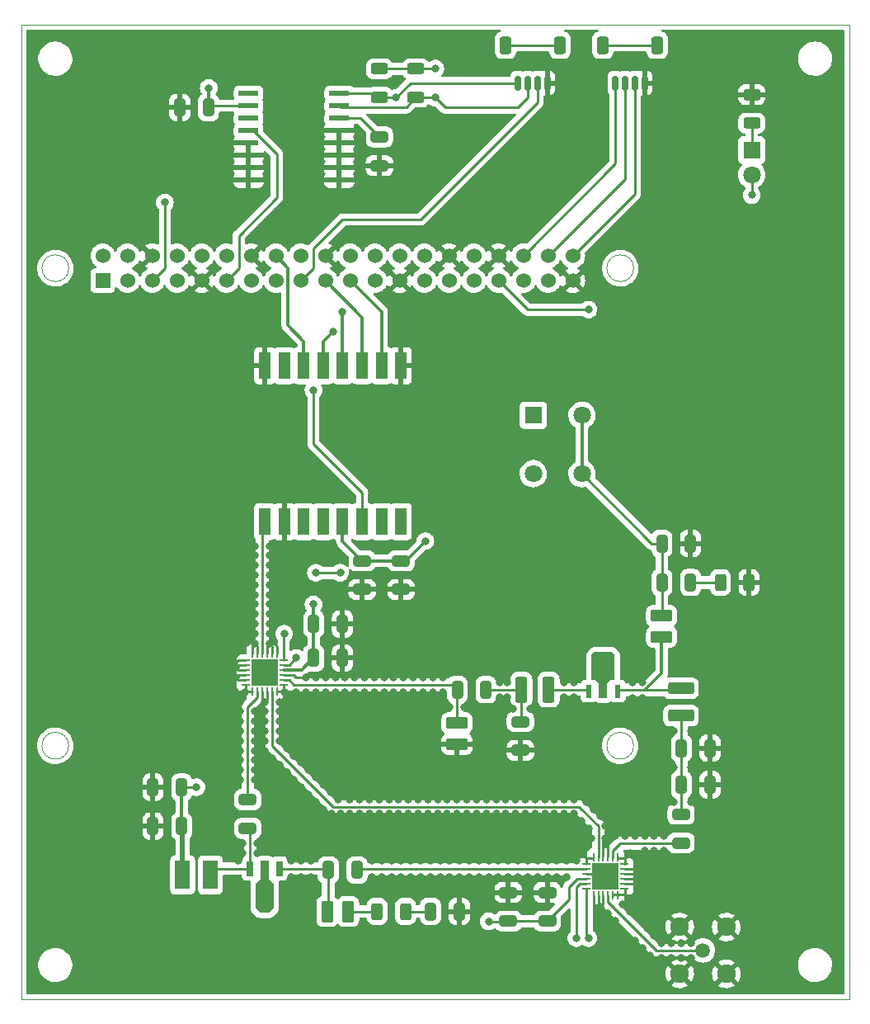
<source format=gbr>
%TF.GenerationSoftware,KiCad,Pcbnew,(6.0.7)*%
%TF.CreationDate,2022-11-16T16:27:29-06:00*%
%TF.ProjectId,GroundPCB,47726f75-6e64-4504-9342-2e6b69636164,1*%
%TF.SameCoordinates,Original*%
%TF.FileFunction,Copper,L1,Top*%
%TF.FilePolarity,Positive*%
%FSLAX46Y46*%
G04 Gerber Fmt 4.6, Leading zero omitted, Abs format (unit mm)*
G04 Created by KiCad (PCBNEW (6.0.7)) date 2022-11-16 16:27:29*
%MOMM*%
%LPD*%
G01*
G04 APERTURE LIST*
G04 Aperture macros list*
%AMRoundRect*
0 Rectangle with rounded corners*
0 $1 Rounding radius*
0 $2 $3 $4 $5 $6 $7 $8 $9 X,Y pos of 4 corners*
0 Add a 4 corners polygon primitive as box body*
4,1,4,$2,$3,$4,$5,$6,$7,$8,$9,$2,$3,0*
0 Add four circle primitives for the rounded corners*
1,1,$1+$1,$2,$3*
1,1,$1+$1,$4,$5*
1,1,$1+$1,$6,$7*
1,1,$1+$1,$8,$9*
0 Add four rect primitives between the rounded corners*
20,1,$1+$1,$2,$3,$4,$5,0*
20,1,$1+$1,$4,$5,$6,$7,0*
20,1,$1+$1,$6,$7,$8,$9,0*
20,1,$1+$1,$8,$9,$2,$3,0*%
%AMFreePoly0*
4,1,37,3.720550,1.194255,3.722286,1.193536,3.722291,1.193524,3.722302,1.193519,4.023552,0.889469,4.024254,0.887752,4.025000,0.885950,4.025000,-0.885950,4.024254,-0.887752,4.023552,-0.889469,3.722302,-1.193519,3.722291,-1.193524,3.722286,-1.193536,3.720550,-1.194255,3.718773,-1.195001,3.718760,-1.194996,3.718750,-1.195000,1.200000,-1.195000,1.196464,-1.193536,1.195000,-1.190000,
1.195000,-0.782427,0.806025,-0.395000,-0.675000,-0.395000,-0.678536,-0.393536,-0.680000,-0.390000,-0.680000,0.390000,-0.678536,0.393536,-0.675000,0.395000,0.806025,0.395000,1.195000,0.782427,1.195000,1.190000,1.196464,1.193536,1.200000,1.195000,3.718750,1.195000,3.718760,1.194996,3.718773,1.195001,3.720550,1.194255,3.720550,1.194255,$1*%
%AMFreePoly1*
4,1,11,0.965200,2.159000,0.965200,-0.254000,0.457200,-0.762000,0.457200,-2.667000,-0.457200,-2.667000,-0.457200,-0.762000,-0.965200,-0.254000,-0.965200,2.159000,-0.457200,2.667000,0.457200,2.667000,0.965200,2.159000,0.965200,2.159000,$1*%
G04 Aperture macros list end*
%TA.AperFunction,Profile*%
%ADD10C,0.100000*%
%TD*%
%TA.AperFunction,Profile*%
%ADD11C,0.120000*%
%TD*%
%TA.AperFunction,SMDPad,CuDef*%
%ADD12RoundRect,0.250000X-0.850000X0.375000X-0.850000X-0.375000X0.850000X-0.375000X0.850000X0.375000X0*%
%TD*%
%TA.AperFunction,SMDPad,CuDef*%
%ADD13RoundRect,0.250000X0.650000X-0.325000X0.650000X0.325000X-0.650000X0.325000X-0.650000X-0.325000X0*%
%TD*%
%TA.AperFunction,SMDPad,CuDef*%
%ADD14RoundRect,0.250000X-0.312500X-0.625000X0.312500X-0.625000X0.312500X0.625000X-0.312500X0.625000X0*%
%TD*%
%TA.AperFunction,SMDPad,CuDef*%
%ADD15RoundRect,0.250000X-0.375000X-1.075000X0.375000X-1.075000X0.375000X1.075000X-0.375000X1.075000X0*%
%TD*%
%TA.AperFunction,SMDPad,CuDef*%
%ADD16RoundRect,0.250000X-0.625000X0.312500X-0.625000X-0.312500X0.625000X-0.312500X0.625000X0.312500X0*%
%TD*%
%TA.AperFunction,ComponentPad*%
%ADD17R,1.800000X1.800000*%
%TD*%
%TA.AperFunction,ComponentPad*%
%ADD18C,1.800000*%
%TD*%
%TA.AperFunction,SMDPad,CuDef*%
%ADD19R,0.850000X0.250000*%
%TD*%
%TA.AperFunction,SMDPad,CuDef*%
%ADD20R,0.250000X0.850000*%
%TD*%
%TA.AperFunction,SMDPad,CuDef*%
%ADD21R,2.700000X2.700000*%
%TD*%
%TA.AperFunction,SMDPad,CuDef*%
%ADD22RoundRect,0.250000X-0.325000X-0.650000X0.325000X-0.650000X0.325000X0.650000X-0.325000X0.650000X0*%
%TD*%
%TA.AperFunction,SMDPad,CuDef*%
%ADD23R,1.550000X3.000000*%
%TD*%
%TA.AperFunction,SMDPad,CuDef*%
%ADD24RoundRect,0.150000X0.150000X0.625000X-0.150000X0.625000X-0.150000X-0.625000X0.150000X-0.625000X0*%
%TD*%
%TA.AperFunction,SMDPad,CuDef*%
%ADD25RoundRect,0.250000X0.350000X0.650000X-0.350000X0.650000X-0.350000X-0.650000X0.350000X-0.650000X0*%
%TD*%
%TA.AperFunction,ComponentPad*%
%ADD26R,1.524000X1.524000*%
%TD*%
%TA.AperFunction,ComponentPad*%
%ADD27C,1.524000*%
%TD*%
%TA.AperFunction,SMDPad,CuDef*%
%ADD28R,0.610000X1.350000*%
%TD*%
%TA.AperFunction,SMDPad,CuDef*%
%ADD29FreePoly0,90.000000*%
%TD*%
%TA.AperFunction,SMDPad,CuDef*%
%ADD30RoundRect,0.041300X-0.983700X-0.253700X0.983700X-0.253700X0.983700X0.253700X-0.983700X0.253700X0*%
%TD*%
%TA.AperFunction,SMDPad,CuDef*%
%ADD31RoundRect,0.250000X-0.650000X0.325000X-0.650000X-0.325000X0.650000X-0.325000X0.650000X0.325000X0*%
%TD*%
%TA.AperFunction,SMDPad,CuDef*%
%ADD32RoundRect,0.250000X0.325000X0.650000X-0.325000X0.650000X-0.325000X-0.650000X0.325000X-0.650000X0*%
%TD*%
%TA.AperFunction,ComponentPad*%
%ADD33C,1.508000*%
%TD*%
%TA.AperFunction,ComponentPad*%
%ADD34C,1.920000*%
%TD*%
%TA.AperFunction,SMDPad,CuDef*%
%ADD35R,1.200000X2.800000*%
%TD*%
%TA.AperFunction,SMDPad,CuDef*%
%ADD36RoundRect,0.250000X-1.075000X0.375000X-1.075000X-0.375000X1.075000X-0.375000X1.075000X0.375000X0*%
%TD*%
%TA.AperFunction,SMDPad,CuDef*%
%ADD37RoundRect,0.250000X0.625000X-0.312500X0.625000X0.312500X-0.625000X0.312500X-0.625000X-0.312500X0*%
%TD*%
%TA.AperFunction,SMDPad,CuDef*%
%ADD38RoundRect,0.250000X-0.375000X-0.850000X0.375000X-0.850000X0.375000X0.850000X-0.375000X0.850000X0*%
%TD*%
%TA.AperFunction,SMDPad,CuDef*%
%ADD39R,0.711200X1.498600*%
%TD*%
%TA.AperFunction,SMDPad,CuDef*%
%ADD40FreePoly1,180.000000*%
%TD*%
%TA.AperFunction,ViaPad*%
%ADD41C,0.800000*%
%TD*%
%TA.AperFunction,Conductor*%
%ADD42C,0.250000*%
%TD*%
%TA.AperFunction,Conductor*%
%ADD43C,0.300000*%
%TD*%
%TA.AperFunction,Conductor*%
%ADD44C,0.293370*%
%TD*%
%TA.AperFunction,Conductor*%
%ADD45C,0.508000*%
%TD*%
G04 APERTURE END LIST*
D10*
X100000000Y-50000000D02*
X185000000Y-50000000D01*
X185000000Y-50000000D02*
X185000000Y-150000000D01*
X185000000Y-150000000D02*
X100000000Y-150000000D01*
X100000000Y-150000000D02*
X100000000Y-50000000D01*
D11*
%TO.C,A1*%
X162875000Y-75000000D02*
G75*
G03*
X162875000Y-75000000I-1375000J0D01*
G01*
X162875000Y-124000000D02*
G75*
G03*
X162875000Y-124000000I-1375000J0D01*
G01*
X104875000Y-124000000D02*
G75*
G03*
X104875000Y-124000000I-1375000J0D01*
G01*
X104875000Y-75000000D02*
G75*
G03*
X104875000Y-75000000I-1375000J0D01*
G01*
%TD*%
D12*
%TO.P,L1,1,1*%
%TO.N,PAMP-TRX*%
X144750000Y-121675000D03*
%TO.P,L1,2,2*%
%TO.N,GND*%
X144750000Y-123825000D03*
%TD*%
D13*
%TO.P,C5,1*%
%TO.N,Net-(C5-Pad1)*%
X123250000Y-132475000D03*
%TO.P,C5,2*%
%TO.N,LNA-TRX*%
X123250000Y-129525000D03*
%TD*%
D14*
%TO.P,R2,1*%
%TO.N,Net-(C9-Pad2)*%
X171787500Y-107250000D03*
%TO.P,R2,2*%
%TO.N,GND*%
X174712500Y-107250000D03*
%TD*%
D15*
%TO.P,L3,1,1*%
%TO.N,Net-(C1-Pad2)*%
X151350000Y-118250000D03*
%TO.P,L3,2,2*%
%TO.N,Net-(L3-Pad2)*%
X154150000Y-118250000D03*
%TD*%
D16*
%TO.P,R3,1*%
%TO.N,+5V*%
X140525000Y-54537500D03*
%TO.P,R3,2*%
%TO.N,SDA*%
X140525000Y-57462500D03*
%TD*%
D17*
%TO.P,SW1,1,A*%
%TO.N,+5V*%
X152577500Y-90077500D03*
D18*
%TO.P,SW1,2,B*%
%TO.N,Net-(C8-Pad1)*%
X157577500Y-90077500D03*
%TO.P,SW1,3,A*%
%TO.N,+5V*%
X152577500Y-96077500D03*
%TO.P,SW1,4,B*%
%TO.N,Net-(C8-Pad1)*%
X157577500Y-96077500D03*
%TD*%
D19*
%TO.P,IC2,1,GND_1*%
%TO.N,GND*%
X161950000Y-138655000D03*
%TO.P,IC2,2,GND_2*%
X161950000Y-138155000D03*
%TO.P,IC2,3,GND_3*%
X161950000Y-137655000D03*
%TO.P,IC2,4,GND_4*%
X161950000Y-137155000D03*
%TO.P,IC2,5,RF4*%
X161950000Y-136655000D03*
%TO.P,IC2,6,GND_5*%
X161950000Y-136155000D03*
D20*
%TO.P,IC2,7,GND_6*%
X161250000Y-135455000D03*
%TO.P,IC2,8,RF3*%
%TO.N,PAMP-ANT*%
X160750000Y-135455000D03*
%TO.P,IC2,9,GND_7*%
%TO.N,GND*%
X160250000Y-135455000D03*
%TO.P,IC2,10,GND_8*%
X159750000Y-135455000D03*
%TO.P,IC2,11,RF2*%
%TO.N,NOAMP*%
X159250000Y-135455000D03*
%TO.P,IC2,12,GND_9*%
%TO.N,GND*%
X158750000Y-135455000D03*
D19*
%TO.P,IC2,13,GND_10*%
X158050000Y-136155000D03*
%TO.P,IC2,14,RF1*%
%TO.N,LNA-ANT*%
X158050000Y-136655000D03*
%TO.P,IC2,15,GND_11*%
%TO.N,GND*%
X158050000Y-137155000D03*
%TO.P,IC2,16,VDD*%
%TO.N,+5V*%
X158050000Y-137655000D03*
%TO.P,IC2,17,CONTROL_1*%
%TO.N,CTRL1B*%
X158050000Y-138155000D03*
%TO.P,IC2,18,CONTROL_2*%
%TO.N,CTRL2B*%
X158050000Y-138655000D03*
D20*
%TO.P,IC2,19,CONTROL_3*%
%TO.N,GND*%
X158750000Y-139355000D03*
%TO.P,IC2,20,GND_12*%
X159250000Y-139355000D03*
%TO.P,IC2,21,GND_13*%
X159750000Y-139355000D03*
%TO.P,IC2,22,RF_COM*%
%TO.N,Net-(IC2-Pad22)*%
X160250000Y-139355000D03*
%TO.P,IC2,23,GND_14*%
%TO.N,GND*%
X160750000Y-139355000D03*
%TO.P,IC2,24,GND_15*%
X161250000Y-139355000D03*
D21*
%TO.P,IC2,25,PADDLE*%
X160000000Y-137405000D03*
%TD*%
D22*
%TO.P,C10,1*%
%TO.N,Net-(C10-Pad1)*%
X167775000Y-124250000D03*
%TO.P,C10,2*%
%TO.N,GND*%
X170725000Y-124250000D03*
%TD*%
D23*
%TO.P,L4,1*%
%TO.N,+5V*%
X116575000Y-137250000D03*
%TO.P,L4,2*%
%TO.N,Net-(C5-Pad1)*%
X119425000Y-137250000D03*
%TD*%
D24*
%TO.P,J3,1,Pin_1*%
%TO.N,GND*%
X164000000Y-56000000D03*
%TO.P,J3,2,Pin_2*%
%TO.N,BUT3*%
X163000000Y-56000000D03*
%TO.P,J3,3,Pin_3*%
%TO.N,BUT2*%
X162000000Y-56000000D03*
%TO.P,J3,4,Pin_4*%
%TO.N,BUT1*%
X161000000Y-56000000D03*
D25*
%TO.P,J3,MP,Pin_1*%
%TO.N,unconnected-(J3-PadMP)*%
X159700000Y-52125000D03*
X165300000Y-52125000D03*
%TD*%
D12*
%TO.P,L5,1,1*%
%TO.N,Net-(C8-Pad1)*%
X165750000Y-110675000D03*
%TO.P,L5,2,2*%
%TO.N,Net-(L5-Pad2)*%
X165750000Y-112825000D03*
%TD*%
D26*
%TO.P,A1,1,3V3[1]*%
%TO.N,unconnected-(A1-Pad1)*%
X108370000Y-76270000D03*
D27*
%TO.P,A1,2,5V[1]*%
%TO.N,+5V*%
X108370000Y-73730000D03*
%TO.P,A1,3,GPIO2/SDA*%
%TO.N,SDA*%
X110910000Y-76270000D03*
%TO.P,A1,4,5V[2]*%
%TO.N,+5V*%
X110910000Y-73730000D03*
%TO.P,A1,5,GPIO3/SCL*%
%TO.N,SCL*%
X113450000Y-76270000D03*
%TO.P,A1,6,GND[8]*%
%TO.N,GND*%
X113450000Y-73730000D03*
%TO.P,A1,7,GPIO4/GPCKL0*%
%TO.N,unconnected-(A1-Pad7)*%
X115990000Y-76270000D03*
%TO.P,A1,8,TXD0/GPIO14*%
%TO.N,unconnected-(A1-Pad8)*%
X115990000Y-73730000D03*
%TO.P,A1,9,GND[1]*%
%TO.N,GND*%
X118530000Y-76270000D03*
%TO.P,A1,10,RXD0/GPIO15*%
%TO.N,unconnected-(A1-Pad10)*%
X118530000Y-73730000D03*
%TO.P,A1,11,GPIO17/GEN0*%
%TO.N,RST-RTC*%
X121070000Y-76270000D03*
%TO.P,A1,12,GPIO18*%
%TO.N,unconnected-(A1-Pad12)*%
X121070000Y-73730000D03*
%TO.P,A1,13,GPIO27/GEN2*%
%TO.N,unconnected-(A1-Pad13)*%
X123610000Y-76270000D03*
%TO.P,A1,14,GND[4]*%
%TO.N,GND*%
X123610000Y-73730000D03*
%TO.P,A1,15,GPIO22/GEN3*%
%TO.N,unconnected-(A1-Pad15)*%
X126150000Y-76270000D03*
%TO.P,A1,16,GEN4/GPIO23*%
%TO.N,RST-TRX*%
X126150000Y-73730000D03*
%TO.P,A1,17,3V3[2]*%
%TO.N,+3.3V*%
X128690000Y-76270000D03*
%TO.P,A1,18,GEN5/GPIO24*%
%TO.N,DIO0*%
X128690000Y-73730000D03*
%TO.P,A1,19,GPIO10/MOSI*%
%TO.N,MOSI*%
X131230000Y-76270000D03*
%TO.P,A1,20,GND[5]*%
%TO.N,GND*%
X131230000Y-73730000D03*
%TO.P,A1,21,GPIO9/MISO*%
%TO.N,MISO*%
X133770000Y-76270000D03*
%TO.P,A1,22,GEN/6GPIO25*%
%TO.N,unconnected-(A1-Pad22)*%
X133770000Y-73730000D03*
%TO.P,A1,23,GPIO11/SCLK*%
%TO.N,SCLK*%
X136310000Y-76270000D03*
%TO.P,A1,24,~{CE0}/GPIO8*%
%TO.N,unconnected-(A1-Pad24)*%
X136310000Y-73730000D03*
%TO.P,A1,25,GND[2]*%
%TO.N,GND*%
X138850000Y-76270000D03*
%TO.P,A1,26,~{CE1/}GPIO7*%
%TO.N,CS*%
X138850000Y-73730000D03*
%TO.P,A1,27,ID_SD*%
%TO.N,unconnected-(A1-Pad27)*%
X141390000Y-76270000D03*
%TO.P,A1,28,ID_SC*%
%TO.N,unconnected-(A1-Pad28)*%
X141390000Y-73730000D03*
%TO.P,A1,29,GPIO5*%
%TO.N,unconnected-(A1-Pad29)*%
X143930000Y-76270000D03*
%TO.P,A1,30,GND[6]*%
%TO.N,GND*%
X143930000Y-73730000D03*
%TO.P,A1,31,GPIO6*%
%TO.N,CTRL1A*%
X146470000Y-76270000D03*
%TO.P,A1,32,GPIO12*%
%TO.N,unconnected-(A1-Pad32)*%
X146470000Y-73730000D03*
%TO.P,A1,33,GPIO13*%
%TO.N,CTRL1B*%
X149010000Y-76270000D03*
%TO.P,A1,34,GND[7]*%
%TO.N,GND*%
X149010000Y-73730000D03*
%TO.P,A1,35,GPIO19*%
%TO.N,CTRL2A*%
X151550000Y-76270000D03*
%TO.P,A1,36,GPIO16*%
%TO.N,BUT1*%
X151550000Y-73730000D03*
%TO.P,A1,37,GPIO26*%
%TO.N,CTRL2B*%
X154090000Y-76270000D03*
%TO.P,A1,38,GPIO20*%
%TO.N,BUT2*%
X154090000Y-73730000D03*
%TO.P,A1,39,GND[3]*%
%TO.N,GND*%
X156630000Y-76270000D03*
%TO.P,A1,40,GPIO21*%
%TO.N,BUT3*%
X156630000Y-73730000D03*
%TD*%
D13*
%TO.P,C16,1*%
%TO.N,+5V*%
X154000000Y-142000000D03*
%TO.P,C16,2*%
%TO.N,GND*%
X154000000Y-139050000D03*
%TD*%
D28*
%TO.P,U1,1*%
%TO.N,Net-(L3-Pad2)*%
X158257500Y-118394000D03*
D29*
%TO.P,U1,2,GND*%
%TO.N,GND*%
X159752500Y-118394000D03*
D28*
%TO.P,U1,3*%
%TO.N,Net-(L5-Pad2)*%
X161247500Y-118394000D03*
%TD*%
D13*
%TO.P,C18,1*%
%TO.N,+5V*%
X150000000Y-142000000D03*
%TO.P,C18,2*%
%TO.N,GND*%
X150000000Y-139050000D03*
%TD*%
D22*
%TO.P,C17,1*%
%TO.N,+5V*%
X130025000Y-111500000D03*
%TO.P,C17,2*%
%TO.N,GND*%
X132975000Y-111500000D03*
%TD*%
D13*
%TO.P,C14,1*%
%TO.N,GND*%
X135000000Y-107975000D03*
%TO.P,C14,2*%
%TO.N,+3.3V*%
X135000000Y-105025000D03*
%TD*%
D22*
%TO.P,C15,1*%
%TO.N,+5V*%
X130025000Y-115000000D03*
%TO.P,C15,2*%
%TO.N,GND*%
X132975000Y-115000000D03*
%TD*%
%TO.P,C19,1*%
%TO.N,GND*%
X116275000Y-58500000D03*
%TO.P,C19,2*%
%TO.N,+5V*%
X119225000Y-58500000D03*
%TD*%
D30*
%TO.P,U4,1,32KHZ*%
%TO.N,unconnected-(U4-Pad1)*%
X123345000Y-57055000D03*
%TO.P,U4,2,VCC*%
%TO.N,+5V*%
X123345000Y-58325000D03*
%TO.P,U4,3,~{INT}/SQW*%
%TO.N,unconnected-(U4-Pad3)*%
X123345000Y-59595000D03*
%TO.P,U4,4,~{RST}*%
%TO.N,RST-RTC*%
X123345000Y-60865000D03*
%TO.P,U4,5,GND*%
%TO.N,GND*%
X123345000Y-62135000D03*
%TO.P,U4,6,GND*%
X123345000Y-63405000D03*
%TO.P,U4,7,GND*%
X123345000Y-64675000D03*
%TO.P,U4,8,GND*%
X123345000Y-65945000D03*
%TO.P,U4,9,GND*%
X132655000Y-65945000D03*
%TO.P,U4,10,GND*%
X132655000Y-64675000D03*
%TO.P,U4,11,GND*%
X132655000Y-63405000D03*
%TO.P,U4,12,GND*%
X132655000Y-62135000D03*
%TO.P,U4,13,GND*%
X132655000Y-60865000D03*
%TO.P,U4,14,VBAT*%
%TO.N,Net-(BT1-PadP)*%
X132655000Y-59595000D03*
%TO.P,U4,15,SDA*%
%TO.N,SDA*%
X132655000Y-58325000D03*
%TO.P,U4,16,SCL*%
%TO.N,SCL*%
X132655000Y-57055000D03*
%TD*%
D22*
%TO.P,C4,1*%
%TO.N,Net-(C4-Pad1)*%
X142025000Y-141000000D03*
%TO.P,C4,2*%
%TO.N,GND*%
X144975000Y-141000000D03*
%TD*%
%TO.P,C1,1*%
%TO.N,PAMP-TRX*%
X144775000Y-118250000D03*
%TO.P,C1,2*%
%TO.N,Net-(C1-Pad2)*%
X147725000Y-118250000D03*
%TD*%
D31*
%TO.P,C20,1*%
%TO.N,Net-(BT1-PadP)*%
X136775000Y-61525000D03*
%TO.P,C20,2*%
%TO.N,GND*%
X136775000Y-64475000D03*
%TD*%
D32*
%TO.P,C2,1*%
%TO.N,LNA-ANT*%
X134475000Y-136750000D03*
%TO.P,C2,2*%
%TO.N,Net-(C2-Pad2)*%
X131525000Y-136750000D03*
%TD*%
%TO.P,C6,1*%
%TO.N,+5V*%
X116475000Y-128250000D03*
%TO.P,C6,2*%
%TO.N,GND*%
X113525000Y-128250000D03*
%TD*%
D22*
%TO.P,C8,1*%
%TO.N,Net-(C8-Pad1)*%
X165775000Y-103250000D03*
%TO.P,C8,2*%
%TO.N,GND*%
X168725000Y-103250000D03*
%TD*%
D33*
%TO.P,J1,1*%
%TO.N,Net-(IC2-Pad22)*%
X170000000Y-145000000D03*
D34*
%TO.P,J1,G1*%
%TO.N,GND*%
X167600000Y-142600000D03*
%TO.P,J1,G2*%
X167600000Y-147400000D03*
%TO.P,J1,G3*%
X172400000Y-147400000D03*
%TO.P,J1,G4*%
X172400000Y-142600000D03*
%TD*%
D14*
%TO.P,R1,1*%
%TO.N,Net-(L2-Pad2)*%
X136537500Y-141000000D03*
%TO.P,R1,2*%
%TO.N,Net-(C4-Pad1)*%
X139462500Y-141000000D03*
%TD*%
D17*
%TO.P,D1,1,K*%
%TO.N,Net-(D1-Pad1)*%
X175000000Y-62881250D03*
D18*
%TO.P,D1,2,A*%
%TO.N,+5V*%
X175000000Y-65421250D03*
%TD*%
D13*
%TO.P,C13,1*%
%TO.N,GND*%
X139000000Y-107975000D03*
%TO.P,C13,2*%
%TO.N,+3.3V*%
X139000000Y-105025000D03*
%TD*%
D35*
%TO.P,U3,1,GND*%
%TO.N,GND*%
X139000000Y-85000000D03*
%TO.P,U3,2,MISO*%
%TO.N,MISO*%
X137000000Y-85000000D03*
%TO.P,U3,3,MOSI*%
%TO.N,MOSI*%
X135000000Y-85000000D03*
%TO.P,U3,4,SCK*%
%TO.N,SCLK*%
X133000000Y-85000000D03*
%TO.P,U3,5,NSS*%
%TO.N,CS*%
X131000000Y-85000000D03*
%TO.P,U3,6,RESET*%
%TO.N,RST-TRX*%
X129000000Y-85000000D03*
%TO.P,U3,7,DIO5*%
%TO.N,unconnected-(U3-Pad7)*%
X127000000Y-85000000D03*
%TO.P,U3,8,GND*%
%TO.N,GND*%
X125000000Y-85000000D03*
%TO.P,U3,9,ANT*%
%TO.N,TRX*%
X125000000Y-101000000D03*
%TO.P,U3,10,GND*%
%TO.N,GND*%
X127000000Y-101000000D03*
%TO.P,U3,11,DIO3*%
%TO.N,unconnected-(U3-Pad11)*%
X129000000Y-101000000D03*
%TO.P,U3,12,DIO4*%
%TO.N,unconnected-(U3-Pad12)*%
X131000000Y-101000000D03*
%TO.P,U3,13,3.3V*%
%TO.N,+3.3V*%
X133000000Y-101000000D03*
%TO.P,U3,14,DIO0*%
%TO.N,DIO0*%
X135000000Y-101000000D03*
%TO.P,U3,15,DIO1*%
%TO.N,unconnected-(U3-Pad15)*%
X137000000Y-101000000D03*
%TO.P,U3,16,DIO2*%
%TO.N,unconnected-(U3-Pad16)*%
X139000000Y-101000000D03*
%TD*%
D36*
%TO.P,L6,1,1*%
%TO.N,Net-(L5-Pad2)*%
X167750000Y-118100000D03*
%TO.P,L6,2,2*%
%TO.N,Net-(C10-Pad1)*%
X167750000Y-120900000D03*
%TD*%
D31*
%TO.P,C12,1*%
%TO.N,Net-(C10-Pad1)*%
X167750000Y-131025000D03*
%TO.P,C12,2*%
%TO.N,PAMP-ANT*%
X167750000Y-133975000D03*
%TD*%
D37*
%TO.P,R5,1*%
%TO.N,Net-(D1-Pad1)*%
X175000000Y-60118750D03*
%TO.P,R5,2*%
%TO.N,GND*%
X175000000Y-57193750D03*
%TD*%
D16*
%TO.P,R4,1*%
%TO.N,+5V*%
X136775000Y-54537500D03*
%TO.P,R4,2*%
%TO.N,SCL*%
X136775000Y-57462500D03*
%TD*%
D38*
%TO.P,L2,1,1*%
%TO.N,Net-(C2-Pad2)*%
X131425000Y-141000000D03*
%TO.P,L2,2,2*%
%TO.N,Net-(L2-Pad2)*%
X133575000Y-141000000D03*
%TD*%
D31*
%TO.P,C3,1*%
%TO.N,Net-(C1-Pad2)*%
X151250000Y-121525000D03*
%TO.P,C3,2*%
%TO.N,GND*%
X151250000Y-124475000D03*
%TD*%
D32*
%TO.P,C7,1*%
%TO.N,+5V*%
X116475000Y-132250000D03*
%TO.P,C7,2*%
%TO.N,GND*%
X113525000Y-132250000D03*
%TD*%
D22*
%TO.P,C9,1*%
%TO.N,Net-(C8-Pad1)*%
X165775000Y-107250000D03*
%TO.P,C9,2*%
%TO.N,Net-(C9-Pad2)*%
X168725000Y-107250000D03*
%TD*%
D19*
%TO.P,IC1,1,GND_1*%
%TO.N,GND*%
X123050000Y-115250000D03*
%TO.P,IC1,2,GND_2*%
X123050000Y-115750000D03*
%TO.P,IC1,3,GND_3*%
X123050000Y-116250000D03*
%TO.P,IC1,4,GND_4*%
X123050000Y-116750000D03*
%TO.P,IC1,5,RF4*%
X123050000Y-117250000D03*
%TO.P,IC1,6,GND_5*%
X123050000Y-117750000D03*
D20*
%TO.P,IC1,7,GND_6*%
X123750000Y-118450000D03*
%TO.P,IC1,8,RF3*%
%TO.N,LNA-TRX*%
X124250000Y-118450000D03*
%TO.P,IC1,9,GND_7*%
%TO.N,GND*%
X124750000Y-118450000D03*
%TO.P,IC1,10,GND_8*%
X125250000Y-118450000D03*
%TO.P,IC1,11,RF2*%
%TO.N,NOAMP*%
X125750000Y-118450000D03*
%TO.P,IC1,12,GND_9*%
%TO.N,GND*%
X126250000Y-118450000D03*
D19*
%TO.P,IC1,13,GND_10*%
X126950000Y-117750000D03*
%TO.P,IC1,14,RF1*%
%TO.N,PAMP-TRX*%
X126950000Y-117250000D03*
%TO.P,IC1,15,GND_11*%
%TO.N,GND*%
X126950000Y-116750000D03*
%TO.P,IC1,16,VDD*%
%TO.N,+5V*%
X126950000Y-116250000D03*
%TO.P,IC1,17,CONTROL_1*%
%TO.N,CTRL1A*%
X126950000Y-115750000D03*
%TO.P,IC1,18,CONTROL_2*%
%TO.N,CTRL2A*%
X126950000Y-115250000D03*
D20*
%TO.P,IC1,19,CONTROL_3*%
%TO.N,GND*%
X126250000Y-114550000D03*
%TO.P,IC1,20,GND_12*%
X125750000Y-114550000D03*
%TO.P,IC1,21,GND_13*%
X125250000Y-114550000D03*
%TO.P,IC1,22,RF_COM*%
%TO.N,TRX*%
X124750000Y-114550000D03*
%TO.P,IC1,23,GND_14*%
%TO.N,GND*%
X124250000Y-114550000D03*
%TO.P,IC1,24,GND_15*%
X123750000Y-114550000D03*
D21*
%TO.P,IC1,25,PADDLE*%
X125000000Y-116500000D03*
%TD*%
D22*
%TO.P,C11,1*%
%TO.N,Net-(C10-Pad1)*%
X167775000Y-128000000D03*
%TO.P,C11,2*%
%TO.N,GND*%
X170725000Y-128000000D03*
%TD*%
D39*
%TO.P,U2,1*%
%TO.N,Net-(C2-Pad2)*%
X126498600Y-136595000D03*
D40*
%TO.P,U2,2,GND*%
%TO.N,GND*%
X125000000Y-138500000D03*
D39*
%TO.P,U2,3*%
%TO.N,Net-(C5-Pad1)*%
X123501400Y-136595000D03*
%TD*%
D24*
%TO.P,J2,1,Pin_1*%
%TO.N,GND*%
X154000000Y-56000000D03*
%TO.P,J2,2,Pin_2*%
%TO.N,+3.3V*%
X153000000Y-56000000D03*
%TO.P,J2,3,Pin_3*%
%TO.N,SDA*%
X152000000Y-56000000D03*
%TO.P,J2,4,Pin_4*%
%TO.N,SCL*%
X151000000Y-56000000D03*
D25*
%TO.P,J2,MP,Pin_1*%
%TO.N,unconnected-(J2-PadMP)*%
X155300000Y-52125000D03*
X149700000Y-52125000D03*
%TD*%
D41*
%TO.N,CTRL1A*%
X128250000Y-115000000D03*
%TO.N,CTRL1B*%
X157000000Y-143750000D03*
X158250000Y-79250000D03*
%TO.N,GND*%
X124000000Y-105500000D03*
X128000000Y-125000000D03*
X125500000Y-108500000D03*
X122750000Y-135000000D03*
X124000000Y-110500000D03*
X126500000Y-121500000D03*
X166000000Y-133250000D03*
X147000000Y-135750000D03*
X159500000Y-131250000D03*
X134250000Y-117000000D03*
X130250000Y-129750000D03*
X131250000Y-118500000D03*
X122000000Y-117000000D03*
X159250000Y-116000000D03*
X148750000Y-131000000D03*
X124000000Y-113500000D03*
X139250000Y-117000000D03*
X124000000Y-112500000D03*
X136750000Y-129500000D03*
X152750000Y-129500000D03*
X137250000Y-117000000D03*
X154750000Y-129500000D03*
X155750000Y-119000000D03*
X149900000Y-119000000D03*
X134750000Y-131000000D03*
X147750000Y-131000000D03*
X147000000Y-137500000D03*
X145000000Y-137500000D03*
X136000000Y-137500000D03*
X136000000Y-135750000D03*
X159250000Y-115000000D03*
X155750000Y-131000000D03*
X122500000Y-123500000D03*
X165000000Y-133250000D03*
X163750000Y-117500000D03*
X149000000Y-137500000D03*
X156750000Y-119000000D03*
X145000000Y-135750000D03*
X125000000Y-116500000D03*
X126500000Y-120500000D03*
X147750000Y-129500000D03*
X139000000Y-137500000D03*
X129250000Y-118500000D03*
X125000000Y-119500000D03*
X138750000Y-131000000D03*
X163000000Y-144000000D03*
X153750000Y-131000000D03*
X125500000Y-113500000D03*
X165750000Y-145750000D03*
X168750000Y-126250000D03*
X129250000Y-117000000D03*
X149900000Y-117500000D03*
X129750000Y-137500000D03*
X125500000Y-139250000D03*
X166750000Y-145750000D03*
X162750000Y-117500000D03*
X130250000Y-117000000D03*
X141250000Y-117000000D03*
X148750000Y-129500000D03*
X128750000Y-137500000D03*
X127250000Y-124250000D03*
X125750000Y-115750000D03*
X122000000Y-128250000D03*
X167750000Y-145750000D03*
X124500000Y-140250000D03*
X144750000Y-131000000D03*
X151750000Y-129500000D03*
X125000000Y-120500000D03*
X152250000Y-120250000D03*
X124000000Y-120500000D03*
X150750000Y-131000000D03*
X124000000Y-125500000D03*
X153750000Y-129500000D03*
X124000000Y-127500000D03*
X149100000Y-117500000D03*
X124000000Y-109500000D03*
X161000000Y-142000000D03*
X153000000Y-137500000D03*
X136250000Y-117000000D03*
X150000000Y-135750000D03*
X158750000Y-130500000D03*
X162500000Y-135000000D03*
X141750000Y-129500000D03*
X125500000Y-105500000D03*
X142250000Y-117000000D03*
X146000000Y-137500000D03*
X156000000Y-135750000D03*
X142000000Y-137500000D03*
X137750000Y-131000000D03*
X128000000Y-127500000D03*
X163000000Y-133250000D03*
X142750000Y-129500000D03*
X156750000Y-129500000D03*
X145500000Y-120000000D03*
X124000000Y-106500000D03*
X136750000Y-131000000D03*
X127250000Y-126750000D03*
X141000000Y-135750000D03*
X135250000Y-117000000D03*
X156000000Y-137500000D03*
X148000000Y-135750000D03*
X148000000Y-137500000D03*
X132250000Y-118500000D03*
X156750000Y-117500000D03*
X124250000Y-135000000D03*
X161000000Y-133250000D03*
X143000000Y-135750000D03*
X155000000Y-135750000D03*
X144000000Y-137500000D03*
X124000000Y-124500000D03*
X138000000Y-135750000D03*
X137000000Y-135750000D03*
X123000000Y-118500000D03*
X167000000Y-129750000D03*
X158000000Y-129750000D03*
X168750000Y-144250000D03*
X124250000Y-134000000D03*
X125000000Y-124500000D03*
X140750000Y-129500000D03*
X139250000Y-118500000D03*
X127000000Y-118500000D03*
X157000000Y-135750000D03*
X144000000Y-120000000D03*
X143250000Y-118500000D03*
X128750000Y-135750000D03*
X135250000Y-118500000D03*
X145750000Y-129500000D03*
X125000000Y-138250000D03*
X137000000Y-137500000D03*
X137250000Y-118500000D03*
X164250000Y-142750000D03*
X154000000Y-135750000D03*
X159250000Y-138250000D03*
X161750000Y-140250000D03*
X158500000Y-133500000D03*
X158250000Y-132500000D03*
X125500000Y-104500000D03*
X125500000Y-109500000D03*
X138250000Y-118500000D03*
X160000000Y-132250000D03*
X152000000Y-137500000D03*
X125000000Y-123500000D03*
X125750000Y-117250000D03*
X168750000Y-122500000D03*
X154000000Y-137500000D03*
X142000000Y-135750000D03*
X162500000Y-139750000D03*
X140250000Y-118500000D03*
X126500000Y-123500000D03*
X135750000Y-129500000D03*
X125500000Y-112500000D03*
X140000000Y-135750000D03*
X129750000Y-135750000D03*
X132500000Y-129500000D03*
X160750000Y-138250000D03*
X124000000Y-108500000D03*
X134750000Y-129500000D03*
X125750000Y-125250000D03*
X157500000Y-131750000D03*
X159250000Y-136750000D03*
X125500000Y-140250000D03*
X131750000Y-128750000D03*
X145750000Y-131000000D03*
X142250000Y-118500000D03*
X168750000Y-129750000D03*
X122750000Y-134000000D03*
X160250000Y-115000000D03*
X163500000Y-137000000D03*
X151000000Y-137500000D03*
X153000000Y-135750000D03*
X155750000Y-117500000D03*
X157500000Y-135000000D03*
X164000000Y-134750000D03*
X140000000Y-137500000D03*
X126500000Y-122500000D03*
X132825000Y-131000000D03*
X162500000Y-141000000D03*
X125500000Y-111500000D03*
X155000000Y-137500000D03*
X124500000Y-128250000D03*
X128250000Y-118500000D03*
X122500000Y-124500000D03*
X165000000Y-143500000D03*
X122500000Y-126500000D03*
X124000000Y-111500000D03*
X155750000Y-129500000D03*
X140750000Y-131000000D03*
X146750000Y-131000000D03*
X134250000Y-118500000D03*
X122250000Y-135750000D03*
X159500000Y-140500000D03*
X164500000Y-145500000D03*
X159750000Y-117000000D03*
X131900000Y-131000000D03*
X130250000Y-118500000D03*
X128750000Y-125750000D03*
X131250000Y-117000000D03*
X133750000Y-129500000D03*
X133250000Y-117000000D03*
X142750000Y-131000000D03*
X122500000Y-120500000D03*
X146750000Y-129500000D03*
X122000000Y-116000000D03*
X126500000Y-126000000D03*
X137750000Y-129500000D03*
X122500000Y-122500000D03*
X136250000Y-118500000D03*
X138000000Y-137500000D03*
X126500000Y-119500000D03*
X150000000Y-137500000D03*
X124000000Y-121500000D03*
X160000000Y-133500000D03*
X122500000Y-125500000D03*
X124000000Y-122500000D03*
X141750000Y-131000000D03*
X130250000Y-127250000D03*
X149750000Y-131000000D03*
X125500000Y-110500000D03*
X129500000Y-129000000D03*
X127750000Y-135750000D03*
X167750000Y-144250000D03*
X166000000Y-134750000D03*
X144000000Y-135750000D03*
X149000000Y-135750000D03*
X133750000Y-131000000D03*
X122500000Y-127500000D03*
X143000000Y-137500000D03*
X165000000Y-134750000D03*
X167000000Y-126250000D03*
X151750000Y-131000000D03*
X146000000Y-135750000D03*
X124000000Y-103500000D03*
X124000000Y-126500000D03*
X140250000Y-117000000D03*
X131000000Y-128000000D03*
X135750000Y-131000000D03*
X139750000Y-131000000D03*
X122500000Y-119500000D03*
X128750000Y-128250000D03*
X163750000Y-119100000D03*
X138750000Y-129500000D03*
X143250000Y-117000000D03*
X139000000Y-135750000D03*
X125500000Y-106500000D03*
X151000000Y-135750000D03*
X143750000Y-131000000D03*
X152000000Y-135750000D03*
X141000000Y-137500000D03*
X124250000Y-117250000D03*
X125000000Y-121500000D03*
X150500000Y-120250000D03*
X125000000Y-137000000D03*
X152750000Y-131000000D03*
X160250000Y-141250000D03*
X163750000Y-144750000D03*
X160250000Y-116000000D03*
X164000000Y-133250000D03*
X133250000Y-118500000D03*
X132250000Y-117000000D03*
X160000000Y-137500000D03*
X124250000Y-115750000D03*
X124000000Y-123500000D03*
X163500000Y-138000000D03*
X149750000Y-129500000D03*
X143750000Y-129500000D03*
X165750000Y-144250000D03*
X125500000Y-103500000D03*
X156750000Y-131000000D03*
X166750000Y-144250000D03*
X124000000Y-107500000D03*
X150750000Y-129500000D03*
X127750000Y-137500000D03*
X162000000Y-133250000D03*
X125500000Y-107500000D03*
X154750000Y-131000000D03*
X141250000Y-118500000D03*
X139750000Y-129500000D03*
X125000000Y-122500000D03*
X159750000Y-118250000D03*
X167000000Y-122500000D03*
X144750000Y-129500000D03*
X129500000Y-126500000D03*
X162750000Y-119100000D03*
X138250000Y-117000000D03*
X149100000Y-119000000D03*
X168750000Y-145750000D03*
X131000000Y-130500000D03*
X124000000Y-104500000D03*
X124500000Y-139250000D03*
X122500000Y-121500000D03*
X160750000Y-136750000D03*
%TO.N,CTRL2A*%
X130250000Y-106250000D03*
X132750000Y-106250000D03*
X127000000Y-112500000D03*
%TO.N,CTRL2B*%
X158250000Y-143750000D03*
%TO.N,+3.3V*%
X141500000Y-103000000D03*
%TO.N,+5V*%
X142525000Y-54500000D03*
X119250000Y-56500000D03*
X130000000Y-109500000D03*
X118000000Y-128250000D03*
X175000000Y-67500000D03*
X148000000Y-142025000D03*
%TO.N,SDA*%
X142500000Y-57500000D03*
%TO.N,SCL*%
X138500000Y-57500000D03*
X114750000Y-68250000D03*
%TO.N,SCLK*%
X133000000Y-79500000D03*
%TO.N,CS*%
X132000000Y-81500000D03*
%TO.N,Net-(BT1-PadP)*%
X136775000Y-61525000D03*
%TO.N,DIO0*%
X130000000Y-87500000D03*
%TD*%
D42*
%TO.N,CTRL1A*%
X127500000Y-115750000D02*
X128250000Y-115000000D01*
X126950000Y-115750000D02*
X127500000Y-115750000D01*
%TO.N,Net-(L3-Pad2)*%
X158113500Y-118250000D02*
X154150000Y-118250000D01*
%TO.N,Net-(L5-Pad2)*%
X164050305Y-118275000D02*
X164050305Y-118274695D01*
D43*
X164050305Y-118274695D02*
X165750000Y-116575000D01*
D44*
X161366500Y-118275000D02*
X164050305Y-118275000D01*
D43*
X165750000Y-116575000D02*
X165750000Y-112825000D01*
D44*
X164050305Y-118275000D02*
X167575000Y-118275000D01*
D42*
%TO.N,CTRL1B*%
X151990000Y-79250000D02*
X149010000Y-76270000D01*
X157345000Y-138155000D02*
X157000000Y-138500000D01*
X158050000Y-138155000D02*
X157345000Y-138155000D01*
X158250000Y-79250000D02*
X151990000Y-79250000D01*
X157000000Y-138500000D02*
X157000000Y-143750000D01*
%TO.N,BUT3*%
X156630000Y-73730000D02*
X163000000Y-67360000D01*
X163000000Y-67360000D02*
X163000000Y-56000000D01*
%TO.N,BUT1*%
X151550000Y-73730000D02*
X161000000Y-64280000D01*
X161000000Y-64280000D02*
X161000000Y-56000000D01*
%TO.N,BUT2*%
X162000000Y-65820000D02*
X162000000Y-56000000D01*
X154090000Y-73730000D02*
X162000000Y-65820000D01*
D44*
%TO.N,NOAMP*%
X159250000Y-135455000D02*
X159250000Y-132250000D01*
X159250000Y-132250000D02*
X157250000Y-130250000D01*
X157250000Y-130250000D02*
X132000000Y-130250000D01*
X125750000Y-124000000D02*
X125750000Y-118450000D01*
X132000000Y-130250000D02*
X125750000Y-124000000D01*
%TO.N,LNA-TRX*%
X123250000Y-120000000D02*
X123250000Y-129525000D01*
X124250000Y-119000000D02*
X123250000Y-120000000D01*
X124250000Y-118450000D02*
X124250000Y-119000000D01*
%TO.N,PAMP-TRX*%
X128000000Y-117750000D02*
X127500000Y-117250000D01*
X144275000Y-117750000D02*
X144775000Y-118250000D01*
X128000000Y-117750000D02*
X144275000Y-117750000D01*
X127500000Y-117250000D02*
X126950000Y-117250000D01*
X144750000Y-121675000D02*
X144750000Y-118275000D01*
D42*
%TO.N,GND*%
X161355000Y-139250000D02*
X161250000Y-139355000D01*
X122250000Y-116750000D02*
X122000000Y-117000000D01*
X125750000Y-114550000D02*
X125750000Y-113750000D01*
X126950000Y-117750000D02*
X126950000Y-118450000D01*
X161950000Y-138155000D02*
X163345000Y-138155000D01*
X160855000Y-139250000D02*
X160750000Y-139355000D01*
X122250000Y-115250000D02*
X122000000Y-115500000D01*
X160250000Y-135330000D02*
X160250000Y-133750000D01*
X122250000Y-117250000D02*
X122000000Y-117000000D01*
X128000000Y-116750000D02*
X128250000Y-117000000D01*
X122250000Y-116250000D02*
X122000000Y-116000000D01*
X123050000Y-116750000D02*
X122250000Y-116750000D01*
X123050000Y-115750000D02*
X122250000Y-115750000D01*
X159750000Y-139355000D02*
X159750000Y-140250000D01*
X125250000Y-118450000D02*
X125250000Y-119250000D01*
X159250000Y-139355000D02*
X159250000Y-140250000D01*
X161950000Y-136655000D02*
X163155000Y-136655000D01*
X126950000Y-116750000D02*
X128000000Y-116750000D01*
X163345000Y-137155000D02*
X163500000Y-137000000D01*
X158000000Y-135500000D02*
X158705000Y-135500000D01*
X158900000Y-140500000D02*
X159500000Y-140500000D01*
X161355000Y-139250000D02*
X160855000Y-139250000D01*
X162500000Y-139750000D02*
X162000000Y-139250000D01*
X162000000Y-139250000D02*
X162000000Y-138705000D01*
X161950000Y-137655000D02*
X163155000Y-137655000D01*
X123050000Y-116250000D02*
X122250000Y-116250000D01*
X126250000Y-113750000D02*
X126000000Y-113500000D01*
X124750000Y-118450000D02*
X124750000Y-119250000D01*
X123750000Y-114550000D02*
X123750000Y-113750000D01*
X123050000Y-117250000D02*
X122250000Y-117250000D01*
X124750000Y-119250000D02*
X125000000Y-119500000D01*
X163155000Y-136655000D02*
X163500000Y-137000000D01*
X126250000Y-118450000D02*
X126950000Y-118450000D01*
X122000000Y-115500000D02*
X122000000Y-116000000D01*
X162000000Y-136105000D02*
X161950000Y-136155000D01*
X161950000Y-137155000D02*
X163345000Y-137155000D01*
X159250000Y-140250000D02*
X159500000Y-140500000D01*
X124250000Y-113750000D02*
X124000000Y-113500000D01*
X158750000Y-140350000D02*
X158900000Y-140500000D01*
X122250000Y-115750000D02*
X122000000Y-116000000D01*
X161295000Y-135500000D02*
X161250000Y-135455000D01*
X126950000Y-118450000D02*
X127000000Y-118500000D01*
X158000000Y-136105000D02*
X158050000Y-136155000D01*
X158000000Y-135500000D02*
X158000000Y-136105000D01*
X158050000Y-137155000D02*
X159750000Y-137155000D01*
X126250000Y-114550000D02*
X126250000Y-113750000D01*
X160250000Y-133750000D02*
X160000000Y-133500000D01*
X125250000Y-119250000D02*
X125000000Y-119500000D01*
X125750000Y-113750000D02*
X125500000Y-113500000D01*
X124250000Y-114550000D02*
X124250000Y-113750000D01*
X163155000Y-137655000D02*
X163500000Y-138000000D01*
X123050000Y-117750000D02*
X123050000Y-118450000D01*
X159750000Y-135330000D02*
X159750000Y-133750000D01*
X159750000Y-133750000D02*
X160000000Y-133500000D01*
X123750000Y-118450000D02*
X123050000Y-118450000D01*
X126000000Y-113500000D02*
X125500000Y-113500000D01*
X128250000Y-117000000D02*
X129250000Y-117000000D01*
X163345000Y-138155000D02*
X163500000Y-138000000D01*
X157500000Y-135000000D02*
X158000000Y-135500000D01*
X159750000Y-140250000D02*
X159500000Y-140500000D01*
X123050000Y-118450000D02*
X123000000Y-118500000D01*
X123750000Y-113750000D02*
X124000000Y-113500000D01*
X162500000Y-135000000D02*
X162000000Y-135500000D01*
X162000000Y-135500000D02*
X162000000Y-136105000D01*
X158705000Y-135500000D02*
X158750000Y-135455000D01*
X125250000Y-113750000D02*
X125500000Y-113500000D01*
X158750000Y-139355000D02*
X158750000Y-140350000D01*
X125250000Y-114550000D02*
X125250000Y-113750000D01*
X162000000Y-135500000D02*
X161295000Y-135500000D01*
X162000000Y-138705000D02*
X161950000Y-138655000D01*
X162000000Y-139250000D02*
X161355000Y-139250000D01*
X123050000Y-115250000D02*
X122250000Y-115250000D01*
D44*
%TO.N,Net-(IC2-Pad22)*%
X160250000Y-139355000D02*
X160250000Y-140030000D01*
X160250000Y-140030000D02*
X165220000Y-145000000D01*
X165220000Y-145000000D02*
X170000000Y-145000000D01*
D42*
%TO.N,CTRL2A*%
X126950000Y-112550000D02*
X127000000Y-112500000D01*
X126950000Y-115250000D02*
X126950000Y-112550000D01*
X130250000Y-106250000D02*
X132750000Y-106250000D01*
%TO.N,CTRL2B*%
X158050000Y-138655000D02*
X158050000Y-143550000D01*
X158050000Y-143550000D02*
X158250000Y-143750000D01*
D44*
%TO.N,TRX*%
X124750000Y-114550000D02*
X124750000Y-101250000D01*
D42*
%TO.N,+3.3V*%
X153000000Y-58000000D02*
X153000000Y-56000000D01*
D43*
X133000000Y-103025000D02*
X133000000Y-101000000D01*
D42*
X141000000Y-70000000D02*
X153000000Y-58000000D01*
X133000000Y-70000000D02*
X141000000Y-70000000D01*
X130000000Y-74960000D02*
X130000000Y-73000000D01*
X130000000Y-73000000D02*
X133000000Y-70000000D01*
D43*
X139000000Y-105025000D02*
X135000000Y-105025000D01*
X141500000Y-103000000D02*
X139475000Y-105025000D01*
D42*
X128690000Y-76270000D02*
X130000000Y-74960000D01*
D43*
X135000000Y-105025000D02*
X133000000Y-103025000D01*
%TO.N,+5V*%
X130025000Y-111500000D02*
X130025000Y-109525000D01*
X128775000Y-116250000D02*
X130025000Y-115000000D01*
X126950000Y-116250000D02*
X128775000Y-116250000D01*
X119225000Y-58500000D02*
X119225000Y-56525000D01*
D44*
X116475000Y-128250000D02*
X118000000Y-128250000D01*
D42*
X142487500Y-54537500D02*
X142525000Y-54500000D01*
X123345000Y-58325000D02*
X119400000Y-58325000D01*
D43*
X116475000Y-132250000D02*
X116475000Y-128250000D01*
D42*
X158050000Y-137655000D02*
X157095000Y-137655000D01*
X156250000Y-139750000D02*
X154000000Y-142000000D01*
D43*
X119225000Y-56525000D02*
X119250000Y-56500000D01*
D44*
X175000000Y-65421250D02*
X175000000Y-67500000D01*
D42*
X140525000Y-54537500D02*
X142487500Y-54537500D01*
X148000000Y-142025000D02*
X149975000Y-142025000D01*
D45*
X116575000Y-137250000D02*
X116575000Y-132350000D01*
D44*
X154000000Y-142000000D02*
X150000000Y-142000000D01*
D42*
X156250000Y-138500000D02*
X156250000Y-139750000D01*
D43*
X130025000Y-109525000D02*
X130000000Y-109500000D01*
D42*
X157095000Y-137655000D02*
X156250000Y-138500000D01*
X140525000Y-54537500D02*
X136775000Y-54537500D01*
D43*
X130025000Y-111500000D02*
X130025000Y-115000000D01*
D44*
%TO.N,LNA-ANT*%
X158050000Y-136655000D02*
X134570000Y-136655000D01*
%TO.N,PAMP-ANT*%
X160750000Y-135455000D02*
X160750000Y-134736630D01*
X161486630Y-134000000D02*
X167725000Y-134000000D01*
X160750000Y-134736630D02*
X161486630Y-134000000D01*
D42*
%TO.N,SDA*%
X132855000Y-58500000D02*
X139525000Y-58500000D01*
X152000000Y-57500000D02*
X152000000Y-56000000D01*
X132680000Y-58325000D02*
X132855000Y-58500000D01*
X139525000Y-58500000D02*
X140525000Y-57500000D01*
X143500000Y-58500000D02*
X151000000Y-58500000D01*
X142462500Y-57462500D02*
X142500000Y-57500000D01*
X142500000Y-57500000D02*
X143500000Y-58500000D01*
X151000000Y-58500000D02*
X152000000Y-57500000D01*
X140525000Y-57462500D02*
X142462500Y-57462500D01*
%TO.N,SCL*%
X138500000Y-57500000D02*
X140000000Y-56000000D01*
X113450000Y-76270000D02*
X114750000Y-74970000D01*
X136775000Y-57462500D02*
X138462500Y-57462500D01*
X132680000Y-57055000D02*
X136367500Y-57055000D01*
X114750000Y-74970000D02*
X114750000Y-68250000D01*
X140000000Y-56000000D02*
X151000000Y-56000000D01*
X138462500Y-57462500D02*
X138500000Y-57500000D01*
D43*
%TO.N,MISO*%
X137000000Y-79500000D02*
X137000000Y-85000000D01*
X133770000Y-76270000D02*
X137000000Y-79500000D01*
%TO.N,MOSI*%
X131230000Y-76270000D02*
X135000000Y-80040000D01*
X135000000Y-80040000D02*
X135000000Y-85000000D01*
%TO.N,SCLK*%
X133000000Y-79500000D02*
X133000000Y-85000000D01*
%TO.N,CS*%
X132000000Y-81500000D02*
X131000000Y-82500000D01*
X131000000Y-82500000D02*
X131000000Y-85000000D01*
%TO.N,RST-TRX*%
X127377609Y-74957609D02*
X127377609Y-80877609D01*
X126150000Y-73730000D02*
X127377609Y-74957609D01*
X129000000Y-82500000D02*
X129000000Y-85000000D01*
X127377609Y-80877609D02*
X129000000Y-82500000D01*
D42*
%TO.N,Net-(BT1-PadP)*%
X134845000Y-59595000D02*
X136775000Y-61525000D01*
X132680000Y-59595000D02*
X134845000Y-59595000D01*
D44*
%TO.N,Net-(C2-Pad2)*%
X131525000Y-136750000D02*
X131525000Y-140900000D01*
X126498600Y-136595000D02*
X131370000Y-136595000D01*
%TO.N,Net-(C5-Pad1)*%
X123501400Y-136595000D02*
X123501400Y-132726400D01*
X120080000Y-136595000D02*
X119425000Y-137250000D01*
X123501400Y-136595000D02*
X120080000Y-136595000D01*
D42*
%TO.N,DIO0*%
X130000000Y-93000000D02*
X135000000Y-98000000D01*
X135000000Y-98000000D02*
X135000000Y-101000000D01*
X130000000Y-87500000D02*
X130000000Y-93000000D01*
%TO.N,RST-RTC*%
X122332964Y-75007036D02*
X122332964Y-71667036D01*
X126250000Y-63284574D02*
X123830426Y-60865000D01*
X126250000Y-67750000D02*
X126250000Y-63284574D01*
X121070000Y-76270000D02*
X122332964Y-75007036D01*
X122332964Y-71667036D02*
X126250000Y-67750000D01*
%TO.N,Net-(C1-Pad2)*%
X151350000Y-118250000D02*
X151350000Y-121425000D01*
X147725000Y-118250000D02*
X151350000Y-118250000D01*
D44*
%TO.N,Net-(C4-Pad1)*%
X139462500Y-141000000D02*
X142025000Y-141000000D01*
%TO.N,Net-(C9-Pad2)*%
X168725000Y-107250000D02*
X171787500Y-107250000D01*
%TO.N,Net-(C10-Pad1)*%
X167775000Y-128000000D02*
X167775000Y-131000000D01*
X167750000Y-121000000D02*
X167750000Y-124325000D01*
X167775000Y-124250000D02*
X167775000Y-128000000D01*
D42*
%TO.N,Net-(D1-Pad1)*%
X175000000Y-60118750D02*
X175000000Y-62881250D01*
D44*
%TO.N,Net-(L2-Pad2)*%
X133575000Y-141000000D02*
X136537500Y-141000000D01*
%TO.N,Net-(C8-Pad1)*%
X164750000Y-103250000D02*
X157577500Y-96077500D01*
D43*
X157577500Y-90077500D02*
X157577500Y-96077500D01*
D44*
X165775000Y-107250000D02*
X165775000Y-110650000D01*
X165775000Y-103250000D02*
X164750000Y-103250000D01*
X165775000Y-107250000D02*
X165775000Y-103250000D01*
D42*
%TO.N,unconnected-(J2-PadMP)*%
X149700000Y-52125000D02*
X155300000Y-52125000D01*
%TO.N,unconnected-(J3-PadMP)*%
X159700000Y-52125000D02*
X165300000Y-52125000D01*
%TD*%
%TA.AperFunction,Conductor*%
%TO.N,GND*%
G36*
X149191759Y-50520502D02*
G01*
X149238252Y-50574158D01*
X149248356Y-50644432D01*
X149218862Y-50709012D01*
X149163514Y-50746024D01*
X149029471Y-50790744D01*
X148880655Y-50882834D01*
X148757016Y-51006689D01*
X148665186Y-51155666D01*
X148610090Y-51321772D01*
X148599500Y-51425134D01*
X148599500Y-52824866D01*
X148599837Y-52828112D01*
X148599837Y-52828116D01*
X148609515Y-52921383D01*
X148610359Y-52929519D01*
X148665744Y-53095529D01*
X148757834Y-53244345D01*
X148881689Y-53367984D01*
X149030666Y-53459814D01*
X149037614Y-53462119D01*
X149037615Y-53462119D01*
X149190241Y-53512744D01*
X149190243Y-53512745D01*
X149196772Y-53514910D01*
X149300134Y-53525500D01*
X150099866Y-53525500D01*
X150103112Y-53525163D01*
X150103116Y-53525163D01*
X150197661Y-53515353D01*
X150197665Y-53515352D01*
X150204519Y-53514641D01*
X150211055Y-53512460D01*
X150211057Y-53512460D01*
X150363581Y-53461574D01*
X150370529Y-53459256D01*
X150519345Y-53367166D01*
X150642984Y-53243311D01*
X150734814Y-53094334D01*
X150789910Y-52928228D01*
X150796526Y-52863657D01*
X150823368Y-52797930D01*
X150881483Y-52757148D01*
X150921870Y-52750500D01*
X154078181Y-52750500D01*
X154146302Y-52770502D01*
X154192795Y-52824158D01*
X154203508Y-52863495D01*
X154210359Y-52929519D01*
X154265744Y-53095529D01*
X154357834Y-53244345D01*
X154481689Y-53367984D01*
X154630666Y-53459814D01*
X154637614Y-53462119D01*
X154637615Y-53462119D01*
X154790241Y-53512744D01*
X154790243Y-53512745D01*
X154796772Y-53514910D01*
X154900134Y-53525500D01*
X155699866Y-53525500D01*
X155703112Y-53525163D01*
X155703116Y-53525163D01*
X155797661Y-53515353D01*
X155797665Y-53515352D01*
X155804519Y-53514641D01*
X155811055Y-53512460D01*
X155811057Y-53512460D01*
X155963581Y-53461574D01*
X155970529Y-53459256D01*
X156119345Y-53367166D01*
X156242984Y-53243311D01*
X156334814Y-53094334D01*
X156389910Y-52928228D01*
X156400500Y-52824866D01*
X156400500Y-51425134D01*
X156396475Y-51386343D01*
X156390353Y-51327339D01*
X156390352Y-51327335D01*
X156389641Y-51320481D01*
X156334256Y-51154471D01*
X156242166Y-51005655D01*
X156118311Y-50882016D01*
X155969334Y-50790186D01*
X155836400Y-50746093D01*
X155778040Y-50705662D01*
X155750804Y-50640098D01*
X155763338Y-50570216D01*
X155811663Y-50518204D01*
X155876068Y-50500500D01*
X159123638Y-50500500D01*
X159191759Y-50520502D01*
X159238252Y-50574158D01*
X159248356Y-50644432D01*
X159218862Y-50709012D01*
X159163514Y-50746024D01*
X159029471Y-50790744D01*
X158880655Y-50882834D01*
X158757016Y-51006689D01*
X158665186Y-51155666D01*
X158610090Y-51321772D01*
X158599500Y-51425134D01*
X158599500Y-52824866D01*
X158599837Y-52828112D01*
X158599837Y-52828116D01*
X158609515Y-52921383D01*
X158610359Y-52929519D01*
X158665744Y-53095529D01*
X158757834Y-53244345D01*
X158881689Y-53367984D01*
X159030666Y-53459814D01*
X159037614Y-53462119D01*
X159037615Y-53462119D01*
X159190241Y-53512744D01*
X159190243Y-53512745D01*
X159196772Y-53514910D01*
X159300134Y-53525500D01*
X160099866Y-53525500D01*
X160103112Y-53525163D01*
X160103116Y-53525163D01*
X160197661Y-53515353D01*
X160197665Y-53515352D01*
X160204519Y-53514641D01*
X160211055Y-53512460D01*
X160211057Y-53512460D01*
X160363581Y-53461574D01*
X160370529Y-53459256D01*
X160519345Y-53367166D01*
X160642984Y-53243311D01*
X160734814Y-53094334D01*
X160789910Y-52928228D01*
X160796526Y-52863657D01*
X160823368Y-52797930D01*
X160881483Y-52757148D01*
X160921870Y-52750500D01*
X164078181Y-52750500D01*
X164146302Y-52770502D01*
X164192795Y-52824158D01*
X164203508Y-52863495D01*
X164210359Y-52929519D01*
X164265744Y-53095529D01*
X164357834Y-53244345D01*
X164481689Y-53367984D01*
X164630666Y-53459814D01*
X164637614Y-53462119D01*
X164637615Y-53462119D01*
X164790241Y-53512744D01*
X164790243Y-53512745D01*
X164796772Y-53514910D01*
X164900134Y-53525500D01*
X165699866Y-53525500D01*
X165703112Y-53525163D01*
X165703116Y-53525163D01*
X165797661Y-53515353D01*
X165797665Y-53515352D01*
X165804519Y-53514641D01*
X165811055Y-53512460D01*
X165811057Y-53512460D01*
X165963581Y-53461574D01*
X165970529Y-53459256D01*
X166119345Y-53367166D01*
X166242984Y-53243311D01*
X166334814Y-53094334D01*
X166389910Y-52928228D01*
X166400500Y-52824866D01*
X166400500Y-51425134D01*
X166396475Y-51386343D01*
X166390353Y-51327339D01*
X166390352Y-51327335D01*
X166389641Y-51320481D01*
X166334256Y-51154471D01*
X166242166Y-51005655D01*
X166118311Y-50882016D01*
X165969334Y-50790186D01*
X165836400Y-50746093D01*
X165778040Y-50705662D01*
X165750804Y-50640098D01*
X165763338Y-50570216D01*
X165811663Y-50518204D01*
X165876068Y-50500500D01*
X184373500Y-50500500D01*
X184441621Y-50520502D01*
X184488114Y-50574158D01*
X184499500Y-50626500D01*
X184499500Y-149373500D01*
X184479498Y-149441621D01*
X184425842Y-149488114D01*
X184373500Y-149499500D01*
X100626500Y-149499500D01*
X100558379Y-149479498D01*
X100511886Y-149425842D01*
X100500500Y-149373500D01*
X100500500Y-148605973D01*
X166759273Y-148605973D01*
X166763032Y-148611269D01*
X166959066Y-148725822D01*
X166968349Y-148730269D01*
X167184206Y-148812697D01*
X167194108Y-148815574D01*
X167420511Y-148861636D01*
X167430764Y-148862859D01*
X167661657Y-148871326D01*
X167671943Y-148870859D01*
X167901132Y-148841499D01*
X167911210Y-148839357D01*
X168132522Y-148772960D01*
X168142120Y-148769199D01*
X168349617Y-148667547D01*
X168358462Y-148662274D01*
X168428115Y-148612591D01*
X168433311Y-148605973D01*
X171559273Y-148605973D01*
X171563032Y-148611269D01*
X171759066Y-148725822D01*
X171768349Y-148730269D01*
X171984206Y-148812697D01*
X171994108Y-148815574D01*
X172220511Y-148861636D01*
X172230764Y-148862859D01*
X172461657Y-148871326D01*
X172471943Y-148870859D01*
X172701132Y-148841499D01*
X172711210Y-148839357D01*
X172932522Y-148772960D01*
X172942120Y-148769199D01*
X173149617Y-148667547D01*
X173158462Y-148662274D01*
X173228115Y-148612591D01*
X173236516Y-148601891D01*
X173229528Y-148588738D01*
X172412812Y-147772022D01*
X172398868Y-147764408D01*
X172397035Y-147764539D01*
X172390420Y-147768790D01*
X171566534Y-148592676D01*
X171559273Y-148605973D01*
X168433311Y-148605973D01*
X168436516Y-148601891D01*
X168429528Y-148588738D01*
X167612812Y-147772022D01*
X167598868Y-147764408D01*
X167597035Y-147764539D01*
X167590420Y-147768790D01*
X166766534Y-148592676D01*
X166759273Y-148605973D01*
X100500500Y-148605973D01*
X100500500Y-146607165D01*
X101747866Y-146607165D01*
X101782952Y-146864970D01*
X101855758Y-147114757D01*
X101857718Y-147119010D01*
X101857719Y-147119011D01*
X101873454Y-147153142D01*
X101964686Y-147351039D01*
X101967246Y-147354944D01*
X101967249Y-147354949D01*
X102104775Y-147564712D01*
X102104779Y-147564717D01*
X102107341Y-147568625D01*
X102193966Y-147665680D01*
X102230098Y-147706162D01*
X102280591Y-147762735D01*
X102480629Y-147929105D01*
X102703061Y-148064080D01*
X102707375Y-148065889D01*
X102707377Y-148065890D01*
X102938686Y-148162886D01*
X102938691Y-148162888D01*
X102943001Y-148164695D01*
X102947533Y-148165846D01*
X102947536Y-148165847D01*
X103072815Y-148197663D01*
X103195177Y-148228739D01*
X103411286Y-148250500D01*
X103566044Y-148250500D01*
X103568369Y-148250327D01*
X103568375Y-148250327D01*
X103754814Y-148236472D01*
X103754818Y-148236471D01*
X103759466Y-148236126D01*
X104013232Y-148178705D01*
X104017586Y-148177012D01*
X104251370Y-148086098D01*
X104251372Y-148086097D01*
X104255723Y-148084405D01*
X104283445Y-148068561D01*
X104339038Y-148036786D01*
X104481612Y-147955299D01*
X104685936Y-147794223D01*
X104864208Y-147604714D01*
X105004167Y-147402965D01*
X105009846Y-147394779D01*
X105009848Y-147394776D01*
X105012511Y-147390937D01*
X105023247Y-147369167D01*
X166127706Y-147369167D01*
X166141006Y-147599838D01*
X166142442Y-147610058D01*
X166193238Y-147835454D01*
X166196317Y-147845282D01*
X166283249Y-148059370D01*
X166287892Y-148068561D01*
X166386464Y-148229416D01*
X166396921Y-148238876D01*
X166405697Y-148235093D01*
X167227978Y-147412812D01*
X167234356Y-147401132D01*
X167964408Y-147401132D01*
X167964539Y-147402965D01*
X167968790Y-147409580D01*
X168789296Y-148230086D01*
X168801306Y-148236645D01*
X168813046Y-148227677D01*
X168859616Y-148162867D01*
X168864927Y-148154028D01*
X168967296Y-147946901D01*
X168971094Y-147937308D01*
X169038262Y-147716232D01*
X169040439Y-147706162D01*
X169070835Y-147475279D01*
X169071354Y-147468604D01*
X169072949Y-147403364D01*
X169072755Y-147396647D01*
X169070496Y-147369167D01*
X170927706Y-147369167D01*
X170941006Y-147599838D01*
X170942442Y-147610058D01*
X170993238Y-147835454D01*
X170996317Y-147845282D01*
X171083249Y-148059370D01*
X171087892Y-148068561D01*
X171186464Y-148229416D01*
X171196921Y-148238876D01*
X171205697Y-148235093D01*
X172027978Y-147412812D01*
X172034356Y-147401132D01*
X172764408Y-147401132D01*
X172764539Y-147402965D01*
X172768790Y-147409580D01*
X173589296Y-148230086D01*
X173601306Y-148236645D01*
X173613046Y-148227677D01*
X173659616Y-148162867D01*
X173664927Y-148154028D01*
X173767296Y-147946901D01*
X173771094Y-147937308D01*
X173838262Y-147716232D01*
X173840439Y-147706162D01*
X173870835Y-147475279D01*
X173871354Y-147468604D01*
X173872949Y-147403364D01*
X173872755Y-147396647D01*
X173853675Y-147164567D01*
X173851992Y-147154405D01*
X173795703Y-146930306D01*
X173792382Y-146920551D01*
X173700252Y-146708667D01*
X173695374Y-146699570D01*
X173635595Y-146607165D01*
X179747866Y-146607165D01*
X179782952Y-146864970D01*
X179855758Y-147114757D01*
X179857718Y-147119010D01*
X179857719Y-147119011D01*
X179873454Y-147153142D01*
X179964686Y-147351039D01*
X179967246Y-147354944D01*
X179967249Y-147354949D01*
X180104775Y-147564712D01*
X180104779Y-147564717D01*
X180107341Y-147568625D01*
X180193966Y-147665680D01*
X180230098Y-147706162D01*
X180280591Y-147762735D01*
X180480629Y-147929105D01*
X180703061Y-148064080D01*
X180707375Y-148065889D01*
X180707377Y-148065890D01*
X180938686Y-148162886D01*
X180938691Y-148162888D01*
X180943001Y-148164695D01*
X180947533Y-148165846D01*
X180947536Y-148165847D01*
X181072815Y-148197663D01*
X181195177Y-148228739D01*
X181411286Y-148250500D01*
X181566044Y-148250500D01*
X181568369Y-148250327D01*
X181568375Y-148250327D01*
X181754814Y-148236472D01*
X181754818Y-148236471D01*
X181759466Y-148236126D01*
X182013232Y-148178705D01*
X182017586Y-148177012D01*
X182251370Y-148086098D01*
X182251372Y-148086097D01*
X182255723Y-148084405D01*
X182283445Y-148068561D01*
X182339038Y-148036786D01*
X182481612Y-147955299D01*
X182685936Y-147794223D01*
X182864208Y-147604714D01*
X183004167Y-147402965D01*
X183009846Y-147394779D01*
X183009848Y-147394776D01*
X183012511Y-147390937D01*
X183030258Y-147354949D01*
X183125521Y-147161775D01*
X183125522Y-147161772D01*
X183127586Y-147157587D01*
X183206906Y-146909792D01*
X183248728Y-146652994D01*
X183252134Y-146392835D01*
X183217048Y-146135030D01*
X183144242Y-145885243D01*
X183035314Y-145648961D01*
X183022651Y-145629646D01*
X182895225Y-145435288D01*
X182895221Y-145435283D01*
X182892659Y-145431375D01*
X182719409Y-145237265D01*
X182519371Y-145070895D01*
X182296939Y-144935920D01*
X182292623Y-144934110D01*
X182061314Y-144837114D01*
X182061309Y-144837112D01*
X182056999Y-144835305D01*
X182052467Y-144834154D01*
X182052464Y-144834153D01*
X181844454Y-144781326D01*
X181804823Y-144771261D01*
X181588714Y-144749500D01*
X181433956Y-144749500D01*
X181431631Y-144749673D01*
X181431625Y-144749673D01*
X181245186Y-144763528D01*
X181245182Y-144763529D01*
X181240534Y-144763874D01*
X180986768Y-144821295D01*
X180982416Y-144822987D01*
X180982414Y-144822988D01*
X180748630Y-144913902D01*
X180748628Y-144913903D01*
X180744277Y-144915595D01*
X180740223Y-144917912D01*
X180740221Y-144917913D01*
X180704467Y-144938348D01*
X180518388Y-145044701D01*
X180314064Y-145205777D01*
X180135792Y-145395286D01*
X180047666Y-145522319D01*
X180004390Y-145584701D01*
X179987489Y-145609063D01*
X179985423Y-145613253D01*
X179985421Y-145613256D01*
X179890891Y-145804946D01*
X179872414Y-145842413D01*
X179793094Y-146090208D01*
X179751272Y-146347006D01*
X179751211Y-146351683D01*
X179748452Y-146562442D01*
X179747866Y-146607165D01*
X173635595Y-146607165D01*
X173612616Y-146571645D01*
X173601930Y-146562442D01*
X173592365Y-146566845D01*
X172772022Y-147387188D01*
X172764408Y-147401132D01*
X172034356Y-147401132D01*
X172035592Y-147398868D01*
X172035461Y-147397035D01*
X172031210Y-147390420D01*
X171210687Y-146569897D01*
X171199151Y-146563597D01*
X171186868Y-146573221D01*
X171122126Y-146668129D01*
X171117028Y-146677103D01*
X171019750Y-146886670D01*
X171016187Y-146896357D01*
X170954442Y-147118999D01*
X170952511Y-147129118D01*
X170927958Y-147358878D01*
X170927706Y-147369167D01*
X169070496Y-147369167D01*
X169053675Y-147164567D01*
X169051992Y-147154405D01*
X168995703Y-146930306D01*
X168992382Y-146920551D01*
X168900252Y-146708667D01*
X168895374Y-146699570D01*
X168812616Y-146571645D01*
X168801930Y-146562442D01*
X168792365Y-146566845D01*
X167972022Y-147387188D01*
X167964408Y-147401132D01*
X167234356Y-147401132D01*
X167235592Y-147398868D01*
X167235461Y-147397035D01*
X167231210Y-147390420D01*
X166410687Y-146569897D01*
X166399151Y-146563597D01*
X166386868Y-146573221D01*
X166322126Y-146668129D01*
X166317028Y-146677103D01*
X166219750Y-146886670D01*
X166216187Y-146896357D01*
X166154442Y-147118999D01*
X166152511Y-147129118D01*
X166127958Y-147358878D01*
X166127706Y-147369167D01*
X105023247Y-147369167D01*
X105030258Y-147354949D01*
X105125521Y-147161775D01*
X105125522Y-147161772D01*
X105127586Y-147157587D01*
X105206906Y-146909792D01*
X105248728Y-146652994D01*
X105252134Y-146392835D01*
X105225598Y-146197857D01*
X166762652Y-146197857D01*
X166769397Y-146210187D01*
X167587188Y-147027978D01*
X167601132Y-147035592D01*
X167602965Y-147035461D01*
X167609580Y-147031210D01*
X168431710Y-146209080D01*
X168438731Y-146196223D01*
X168430959Y-146185556D01*
X168419218Y-146176283D01*
X168410637Y-146170583D01*
X168208355Y-146058918D01*
X168198956Y-146054693D01*
X167981155Y-145977565D01*
X167971184Y-145974931D01*
X167743713Y-145934412D01*
X167733461Y-145933443D01*
X167502417Y-145930620D01*
X167492133Y-145931340D01*
X167263741Y-145966289D01*
X167253713Y-145968678D01*
X167034096Y-146040460D01*
X167024586Y-146044457D01*
X166819646Y-146151142D01*
X166810921Y-146156636D01*
X166771106Y-146186530D01*
X166762652Y-146197857D01*
X105225598Y-146197857D01*
X105217048Y-146135030D01*
X105144242Y-145885243D01*
X105035314Y-145648961D01*
X105022651Y-145629646D01*
X104895225Y-145435288D01*
X104895221Y-145435283D01*
X104892659Y-145431375D01*
X104719409Y-145237265D01*
X104519371Y-145070895D01*
X104296939Y-144935920D01*
X104292623Y-144934110D01*
X104061314Y-144837114D01*
X104061309Y-144837112D01*
X104056999Y-144835305D01*
X104052467Y-144834154D01*
X104052464Y-144834153D01*
X103844454Y-144781326D01*
X103804823Y-144771261D01*
X103588714Y-144749500D01*
X103433956Y-144749500D01*
X103431631Y-144749673D01*
X103431625Y-144749673D01*
X103245186Y-144763528D01*
X103245182Y-144763529D01*
X103240534Y-144763874D01*
X102986768Y-144821295D01*
X102982416Y-144822987D01*
X102982414Y-144822988D01*
X102748630Y-144913902D01*
X102748628Y-144913903D01*
X102744277Y-144915595D01*
X102740223Y-144917912D01*
X102740221Y-144917913D01*
X102704467Y-144938348D01*
X102518388Y-145044701D01*
X102314064Y-145205777D01*
X102135792Y-145395286D01*
X102047666Y-145522319D01*
X102004390Y-145584701D01*
X101987489Y-145609063D01*
X101985423Y-145613253D01*
X101985421Y-145613256D01*
X101890891Y-145804946D01*
X101872414Y-145842413D01*
X101793094Y-146090208D01*
X101751272Y-146347006D01*
X101751211Y-146351683D01*
X101748452Y-146562442D01*
X101747866Y-146607165D01*
X100500500Y-146607165D01*
X100500500Y-135702623D01*
X115299500Y-135702623D01*
X115299501Y-138797376D01*
X115306149Y-138858580D01*
X115356474Y-138992824D01*
X115361854Y-139000003D01*
X115361856Y-139000006D01*
X115437072Y-139100365D01*
X115442454Y-139107546D01*
X115449635Y-139112928D01*
X115549994Y-139188144D01*
X115549997Y-139188146D01*
X115557176Y-139193526D01*
X115640563Y-139224786D01*
X115684025Y-139241079D01*
X115684027Y-139241079D01*
X115691420Y-139243851D01*
X115699270Y-139244704D01*
X115699271Y-139244704D01*
X115749217Y-139250130D01*
X115752623Y-139250500D01*
X116574879Y-139250500D01*
X117397376Y-139250499D01*
X117400770Y-139250130D01*
X117400776Y-139250130D01*
X117450722Y-139244705D01*
X117450726Y-139244704D01*
X117458580Y-139243851D01*
X117592824Y-139193526D01*
X117600003Y-139188146D01*
X117600006Y-139188144D01*
X117700365Y-139112928D01*
X117707546Y-139107546D01*
X117712928Y-139100365D01*
X117788144Y-139000006D01*
X117788146Y-139000003D01*
X117793526Y-138992824D01*
X117843851Y-138858580D01*
X117846795Y-138831486D01*
X117850131Y-138800774D01*
X117850131Y-138800773D01*
X117850500Y-138797377D01*
X117850499Y-135702624D01*
X117850499Y-135702623D01*
X118149500Y-135702623D01*
X118149501Y-138797376D01*
X118156149Y-138858580D01*
X118206474Y-138992824D01*
X118211854Y-139000003D01*
X118211856Y-139000006D01*
X118287072Y-139100365D01*
X118292454Y-139107546D01*
X118299635Y-139112928D01*
X118399994Y-139188144D01*
X118399997Y-139188146D01*
X118407176Y-139193526D01*
X118490563Y-139224786D01*
X118534025Y-139241079D01*
X118534027Y-139241079D01*
X118541420Y-139243851D01*
X118549270Y-139244704D01*
X118549271Y-139244704D01*
X118599217Y-139250130D01*
X118602623Y-139250500D01*
X119424879Y-139250500D01*
X120247376Y-139250499D01*
X120250770Y-139250130D01*
X120250776Y-139250130D01*
X120300722Y-139244705D01*
X120300726Y-139244704D01*
X120308580Y-139243851D01*
X120442824Y-139193526D01*
X120450003Y-139188146D01*
X120450006Y-139188144D01*
X120550365Y-139112928D01*
X120557546Y-139107546D01*
X120562928Y-139100365D01*
X120638144Y-139000006D01*
X120638146Y-139000003D01*
X120643526Y-138992824D01*
X120693851Y-138858580D01*
X120696795Y-138831486D01*
X120700131Y-138800774D01*
X120700131Y-138800773D01*
X120700500Y-138797377D01*
X120700499Y-137368185D01*
X120720501Y-137300064D01*
X120774157Y-137253571D01*
X120826499Y-137242185D01*
X122519301Y-137242185D01*
X122587422Y-137262187D01*
X122633915Y-137315843D01*
X122645301Y-137368185D01*
X122645301Y-137391676D01*
X122645670Y-137395070D01*
X122645670Y-137395076D01*
X122649267Y-137428185D01*
X122651949Y-137452880D01*
X122702274Y-137587124D01*
X122707654Y-137594303D01*
X122707656Y-137594306D01*
X122782814Y-137694588D01*
X122788254Y-137701846D01*
X122795435Y-137707228D01*
X122895794Y-137782444D01*
X122895797Y-137782446D01*
X122902976Y-137787826D01*
X122992361Y-137821334D01*
X123029825Y-137835379D01*
X123029827Y-137835379D01*
X123037220Y-137838151D01*
X123045070Y-137839004D01*
X123045071Y-137839004D01*
X123095017Y-137844430D01*
X123098423Y-137844800D01*
X123106774Y-137844800D01*
X123462946Y-137844799D01*
X123531065Y-137864801D01*
X123577558Y-137918456D01*
X123587663Y-137988730D01*
X123577559Y-138023141D01*
X123567054Y-138046144D01*
X123541881Y-138101266D01*
X123521071Y-138246000D01*
X123521071Y-140659000D01*
X123532811Y-140768201D01*
X123583911Y-140905204D01*
X123589310Y-140912416D01*
X123589311Y-140912418D01*
X123650404Y-140994028D01*
X123671539Y-141022261D01*
X124179539Y-141530261D01*
X124182164Y-141532376D01*
X124182168Y-141532380D01*
X124182887Y-141532959D01*
X124265057Y-141599176D01*
X124398066Y-141659919D01*
X124542800Y-141680729D01*
X125457200Y-141680729D01*
X125460547Y-141680369D01*
X125460550Y-141680369D01*
X125511735Y-141674866D01*
X125566401Y-141668989D01*
X125703404Y-141617889D01*
X125820461Y-141530261D01*
X126328461Y-141022261D01*
X126331366Y-141018657D01*
X126392430Y-140942880D01*
X126397376Y-140936743D01*
X126458119Y-140803734D01*
X126478929Y-140659000D01*
X126478929Y-138246000D01*
X126467189Y-138136799D01*
X126464436Y-138129418D01*
X126464435Y-138129412D01*
X126421698Y-138014833D01*
X126416632Y-137944018D01*
X126450657Y-137881705D01*
X126512969Y-137847680D01*
X126539753Y-137844800D01*
X126893309Y-137844799D01*
X126901576Y-137844799D01*
X126904970Y-137844430D01*
X126904976Y-137844430D01*
X126954922Y-137839005D01*
X126954926Y-137839004D01*
X126962780Y-137838151D01*
X127097024Y-137787826D01*
X127104203Y-137782446D01*
X127104206Y-137782444D01*
X127204565Y-137707228D01*
X127211746Y-137701846D01*
X127217186Y-137694588D01*
X127292344Y-137594306D01*
X127292346Y-137594303D01*
X127297726Y-137587124D01*
X127331234Y-137497739D01*
X127345279Y-137460275D01*
X127345279Y-137460273D01*
X127348051Y-137452880D01*
X127354700Y-137391677D01*
X127354700Y-137368185D01*
X127374702Y-137300064D01*
X127428358Y-137253571D01*
X127480700Y-137242185D01*
X130323500Y-137242185D01*
X130391621Y-137262187D01*
X130438114Y-137315843D01*
X130449500Y-137368185D01*
X130449500Y-137449866D01*
X130449837Y-137453112D01*
X130449837Y-137453116D01*
X130459515Y-137546383D01*
X130460359Y-137554519D01*
X130515744Y-137720529D01*
X130607834Y-137869345D01*
X130731689Y-137992984D01*
X130737919Y-137996824D01*
X130737920Y-137996825D01*
X130817931Y-138046144D01*
X130865424Y-138098916D01*
X130877815Y-138153404D01*
X130877815Y-139325462D01*
X130857813Y-139393583D01*
X130804157Y-139440076D01*
X130791692Y-139444986D01*
X130729471Y-139465744D01*
X130580655Y-139557834D01*
X130575482Y-139563016D01*
X130543677Y-139594877D01*
X130457016Y-139681689D01*
X130453176Y-139687919D01*
X130453175Y-139687920D01*
X130444425Y-139702115D01*
X130365186Y-139830666D01*
X130362881Y-139837614D01*
X130362881Y-139837615D01*
X130342029Y-139900482D01*
X130310090Y-139996772D01*
X130299500Y-140100134D01*
X130299500Y-141899866D01*
X130299837Y-141903112D01*
X130299837Y-141903116D01*
X130309515Y-141996383D01*
X130310359Y-142004519D01*
X130312540Y-142011055D01*
X130312540Y-142011057D01*
X130337903Y-142087080D01*
X130365744Y-142170529D01*
X130457834Y-142319345D01*
X130581689Y-142442984D01*
X130730666Y-142534814D01*
X130737614Y-142537119D01*
X130737615Y-142537119D01*
X130890241Y-142587744D01*
X130890243Y-142587745D01*
X130896772Y-142589910D01*
X131000134Y-142600500D01*
X131849866Y-142600500D01*
X131853112Y-142600163D01*
X131853116Y-142600163D01*
X131947661Y-142590353D01*
X131947665Y-142590352D01*
X131954519Y-142589641D01*
X131961055Y-142587460D01*
X131961057Y-142587460D01*
X132113581Y-142536574D01*
X132120529Y-142534256D01*
X132269345Y-142442166D01*
X132305121Y-142406328D01*
X132387812Y-142323492D01*
X132387813Y-142323491D01*
X132392984Y-142318311D01*
X132396825Y-142312079D01*
X132401188Y-142306555D01*
X132459105Y-142265492D01*
X132530028Y-142262260D01*
X132591439Y-142297885D01*
X132599021Y-142307715D01*
X132599437Y-142307385D01*
X132603980Y-142313117D01*
X132607834Y-142319345D01*
X132731689Y-142442984D01*
X132880666Y-142534814D01*
X132887614Y-142537119D01*
X132887615Y-142537119D01*
X133040241Y-142587744D01*
X133040243Y-142587745D01*
X133046772Y-142589910D01*
X133150134Y-142600500D01*
X133999866Y-142600500D01*
X134003112Y-142600163D01*
X134003116Y-142600163D01*
X134097661Y-142590353D01*
X134097665Y-142590352D01*
X134104519Y-142589641D01*
X134111055Y-142587460D01*
X134111057Y-142587460D01*
X134263581Y-142536574D01*
X134270529Y-142534256D01*
X134419345Y-142442166D01*
X134455121Y-142406328D01*
X134537813Y-142323491D01*
X134542984Y-142318311D01*
X134549516Y-142307715D01*
X134596673Y-142231210D01*
X134634814Y-142169334D01*
X134647759Y-142130306D01*
X134687744Y-142009759D01*
X134687745Y-142009757D01*
X134689910Y-142003228D01*
X134700500Y-141899866D01*
X134700500Y-141773185D01*
X134720502Y-141705064D01*
X134774158Y-141658571D01*
X134826500Y-141647185D01*
X135358025Y-141647185D01*
X135426146Y-141667187D01*
X135472639Y-141720843D01*
X135483352Y-141760178D01*
X135483587Y-141762442D01*
X135485359Y-141779519D01*
X135487540Y-141786055D01*
X135487540Y-141786057D01*
X135502356Y-141830466D01*
X135540744Y-141945529D01*
X135632834Y-142094345D01*
X135756689Y-142217984D01*
X135905666Y-142309814D01*
X135912614Y-142312119D01*
X135912615Y-142312119D01*
X136065241Y-142362744D01*
X136065243Y-142362745D01*
X136071772Y-142364910D01*
X136175134Y-142375500D01*
X136899866Y-142375500D01*
X136903112Y-142375163D01*
X136903116Y-142375163D01*
X136997661Y-142365353D01*
X136997665Y-142365352D01*
X137004519Y-142364641D01*
X137011055Y-142362460D01*
X137011057Y-142362460D01*
X137163581Y-142311574D01*
X137170529Y-142309256D01*
X137319345Y-142217166D01*
X137442984Y-142093311D01*
X137534814Y-141944334D01*
X137537119Y-141937385D01*
X137587744Y-141784759D01*
X137587745Y-141784757D01*
X137589910Y-141778228D01*
X137600500Y-141674866D01*
X138399500Y-141674866D01*
X138399837Y-141678112D01*
X138399837Y-141678116D01*
X138409647Y-141772661D01*
X138409648Y-141772665D01*
X138410359Y-141779519D01*
X138412540Y-141786055D01*
X138412540Y-141786057D01*
X138427356Y-141830466D01*
X138465744Y-141945529D01*
X138557834Y-142094345D01*
X138681689Y-142217984D01*
X138830666Y-142309814D01*
X138837614Y-142312119D01*
X138837615Y-142312119D01*
X138990241Y-142362744D01*
X138990243Y-142362745D01*
X138996772Y-142364910D01*
X139100134Y-142375500D01*
X139824866Y-142375500D01*
X139828112Y-142375163D01*
X139828116Y-142375163D01*
X139922661Y-142365353D01*
X139922665Y-142365352D01*
X139929519Y-142364641D01*
X139936055Y-142362460D01*
X139936057Y-142362460D01*
X140088581Y-142311574D01*
X140095529Y-142309256D01*
X140244345Y-142217166D01*
X140367984Y-142093311D01*
X140459814Y-141944334D01*
X140462119Y-141937385D01*
X140512744Y-141784759D01*
X140512745Y-141784757D01*
X140514910Y-141778228D01*
X140515611Y-141771385D01*
X140515612Y-141771381D01*
X140516742Y-141760346D01*
X140543581Y-141694618D01*
X140601695Y-141653834D01*
X140642086Y-141647185D01*
X140830431Y-141647185D01*
X140898552Y-141667187D01*
X140945045Y-141720843D01*
X140955758Y-141760180D01*
X140959515Y-141796383D01*
X140960359Y-141804519D01*
X140962540Y-141811055D01*
X140962540Y-141811057D01*
X140981581Y-141868129D01*
X141015744Y-141970529D01*
X141107834Y-142119345D01*
X141231689Y-142242984D01*
X141237919Y-142246824D01*
X141237920Y-142246825D01*
X141247534Y-142252751D01*
X141380666Y-142334814D01*
X141387614Y-142337119D01*
X141387615Y-142337119D01*
X141540241Y-142387744D01*
X141540243Y-142387745D01*
X141546772Y-142389910D01*
X141650134Y-142400500D01*
X142399866Y-142400500D01*
X142403112Y-142400163D01*
X142403116Y-142400163D01*
X142497661Y-142390353D01*
X142497665Y-142390352D01*
X142504519Y-142389641D01*
X142511055Y-142387460D01*
X142511057Y-142387460D01*
X142663581Y-142336574D01*
X142670529Y-142334256D01*
X142819345Y-142242166D01*
X142942984Y-142118311D01*
X143034814Y-141969334D01*
X143078793Y-141836744D01*
X143087744Y-141809759D01*
X143087745Y-141809757D01*
X143089910Y-141803228D01*
X143100500Y-141699866D01*
X143100500Y-141697095D01*
X143892001Y-141697095D01*
X143892338Y-141703614D01*
X143902257Y-141799206D01*
X143905149Y-141812600D01*
X143956588Y-141966784D01*
X143962761Y-141979962D01*
X144048063Y-142117807D01*
X144057099Y-142129208D01*
X144171829Y-142243739D01*
X144183240Y-142252751D01*
X144321243Y-142337816D01*
X144334424Y-142343963D01*
X144488710Y-142395138D01*
X144502086Y-142398005D01*
X144596438Y-142407672D01*
X144602854Y-142408000D01*
X144702885Y-142408000D01*
X144718124Y-142403525D01*
X144719329Y-142402135D01*
X144721000Y-142394452D01*
X144721000Y-142389884D01*
X145229000Y-142389884D01*
X145233475Y-142405123D01*
X145234865Y-142406328D01*
X145242548Y-142407999D01*
X145347095Y-142407999D01*
X145353614Y-142407662D01*
X145449206Y-142397743D01*
X145462600Y-142394851D01*
X145616784Y-142343412D01*
X145629962Y-142337239D01*
X145767807Y-142251937D01*
X145779208Y-142242901D01*
X145893739Y-142128171D01*
X145902751Y-142116760D01*
X145987816Y-141978757D01*
X145993963Y-141965576D01*
X146045138Y-141811290D01*
X146048005Y-141797914D01*
X146057672Y-141703562D01*
X146058000Y-141697146D01*
X146058000Y-141272115D01*
X146053525Y-141256876D01*
X146052135Y-141255671D01*
X146044452Y-141254000D01*
X145247115Y-141254000D01*
X145231876Y-141258475D01*
X145230671Y-141259865D01*
X145229000Y-141267548D01*
X145229000Y-142389884D01*
X144721000Y-142389884D01*
X144721000Y-141272115D01*
X144716525Y-141256876D01*
X144715135Y-141255671D01*
X144707452Y-141254000D01*
X143910116Y-141254000D01*
X143894877Y-141258475D01*
X143893672Y-141259865D01*
X143892001Y-141267548D01*
X143892001Y-141697095D01*
X143100500Y-141697095D01*
X143100500Y-140727885D01*
X143892000Y-140727885D01*
X143896475Y-140743124D01*
X143897865Y-140744329D01*
X143905548Y-140746000D01*
X144702885Y-140746000D01*
X144718124Y-140741525D01*
X144719329Y-140740135D01*
X144721000Y-140732452D01*
X144721000Y-140727885D01*
X145229000Y-140727885D01*
X145233475Y-140743124D01*
X145234865Y-140744329D01*
X145242548Y-140746000D01*
X146039884Y-140746000D01*
X146055123Y-140741525D01*
X146056328Y-140740135D01*
X146057999Y-140732452D01*
X146057999Y-140302905D01*
X146057662Y-140296386D01*
X146047743Y-140200794D01*
X146044851Y-140187400D01*
X145993412Y-140033216D01*
X145987239Y-140020038D01*
X145901937Y-139882193D01*
X145892901Y-139870792D01*
X145778171Y-139756261D01*
X145766760Y-139747249D01*
X145628757Y-139662184D01*
X145615576Y-139656037D01*
X145461290Y-139604862D01*
X145447914Y-139601995D01*
X145353562Y-139592328D01*
X145347145Y-139592000D01*
X145247115Y-139592000D01*
X145231876Y-139596475D01*
X145230671Y-139597865D01*
X145229000Y-139605548D01*
X145229000Y-140727885D01*
X144721000Y-140727885D01*
X144721000Y-139610116D01*
X144716525Y-139594877D01*
X144715135Y-139593672D01*
X144707452Y-139592001D01*
X144602905Y-139592001D01*
X144596386Y-139592338D01*
X144500794Y-139602257D01*
X144487400Y-139605149D01*
X144333216Y-139656588D01*
X144320038Y-139662761D01*
X144182193Y-139748063D01*
X144170792Y-139757099D01*
X144056261Y-139871829D01*
X144047249Y-139883240D01*
X143962184Y-140021243D01*
X143956037Y-140034424D01*
X143904862Y-140188710D01*
X143901995Y-140202086D01*
X143892328Y-140296438D01*
X143892000Y-140302855D01*
X143892000Y-140727885D01*
X143100500Y-140727885D01*
X143100500Y-140300134D01*
X143100163Y-140296884D01*
X143090353Y-140202339D01*
X143090352Y-140202335D01*
X143089641Y-140195481D01*
X143068796Y-140132999D01*
X143036574Y-140036419D01*
X143034256Y-140029471D01*
X142942166Y-139880655D01*
X142818311Y-139757016D01*
X142803787Y-139748063D01*
X142729244Y-139702115D01*
X142669334Y-139665186D01*
X142662023Y-139662761D01*
X142509759Y-139612256D01*
X142509757Y-139612255D01*
X142503228Y-139610090D01*
X142399866Y-139599500D01*
X141650134Y-139599500D01*
X141646888Y-139599837D01*
X141646884Y-139599837D01*
X141552339Y-139609647D01*
X141552335Y-139609648D01*
X141545481Y-139610359D01*
X141538945Y-139612540D01*
X141538943Y-139612540D01*
X141470546Y-139635359D01*
X141379471Y-139665744D01*
X141230655Y-139757834D01*
X141107016Y-139881689D01*
X141015186Y-140030666D01*
X141012881Y-140037614D01*
X141012881Y-140037615D01*
X140963199Y-140187400D01*
X140960090Y-140196772D01*
X140958331Y-140213943D01*
X140955696Y-140239658D01*
X140928855Y-140305385D01*
X140870740Y-140346167D01*
X140830352Y-140352815D01*
X140641975Y-140352815D01*
X140573854Y-140332813D01*
X140527361Y-140279157D01*
X140516648Y-140239822D01*
X140515485Y-140228617D01*
X140514641Y-140220481D01*
X140508589Y-140202339D01*
X140461574Y-140061419D01*
X140459256Y-140054471D01*
X140367166Y-139905655D01*
X140243311Y-139782016D01*
X140094334Y-139690186D01*
X140068717Y-139681689D01*
X139934759Y-139637256D01*
X139934757Y-139637255D01*
X139928228Y-139635090D01*
X139824866Y-139624500D01*
X139100134Y-139624500D01*
X139096888Y-139624837D01*
X139096884Y-139624837D01*
X139002339Y-139634647D01*
X139002335Y-139634648D01*
X138995481Y-139635359D01*
X138988945Y-139637540D01*
X138988943Y-139637540D01*
X138875217Y-139675482D01*
X138829471Y-139690744D01*
X138680655Y-139782834D01*
X138557016Y-139906689D01*
X138465186Y-140055666D01*
X138462881Y-140062614D01*
X138462881Y-140062615D01*
X138415104Y-140206657D01*
X138410090Y-140221772D01*
X138399500Y-140325134D01*
X138399500Y-141674866D01*
X137600500Y-141674866D01*
X137600500Y-140325134D01*
X137598451Y-140305385D01*
X137590353Y-140227339D01*
X137590352Y-140227335D01*
X137589641Y-140220481D01*
X137583589Y-140202339D01*
X137536574Y-140061419D01*
X137534256Y-140054471D01*
X137442166Y-139905655D01*
X137318311Y-139782016D01*
X137169334Y-139690186D01*
X137143717Y-139681689D01*
X137009759Y-139637256D01*
X137009757Y-139637255D01*
X137003228Y-139635090D01*
X136899866Y-139624500D01*
X136175134Y-139624500D01*
X136171888Y-139624837D01*
X136171884Y-139624837D01*
X136077339Y-139634647D01*
X136077335Y-139634648D01*
X136070481Y-139635359D01*
X136063945Y-139637540D01*
X136063943Y-139637540D01*
X135950217Y-139675482D01*
X135904471Y-139690744D01*
X135755655Y-139782834D01*
X135632016Y-139906689D01*
X135540186Y-140055666D01*
X135537881Y-140062614D01*
X135537881Y-140062615D01*
X135490104Y-140206657D01*
X135485090Y-140221772D01*
X135484389Y-140228615D01*
X135484388Y-140228619D01*
X135483258Y-140239654D01*
X135456419Y-140305382D01*
X135398305Y-140346166D01*
X135357914Y-140352815D01*
X134826500Y-140352815D01*
X134758379Y-140332813D01*
X134711886Y-140279157D01*
X134700500Y-140226815D01*
X134700500Y-140100134D01*
X134697266Y-140068963D01*
X134690353Y-140002339D01*
X134690352Y-140002335D01*
X134689641Y-139995481D01*
X134634256Y-139829471D01*
X134542166Y-139680655D01*
X134418311Y-139557016D01*
X134269334Y-139465186D01*
X134262385Y-139462881D01*
X134139422Y-139422095D01*
X148592001Y-139422095D01*
X148592338Y-139428614D01*
X148602257Y-139524206D01*
X148605149Y-139537600D01*
X148656588Y-139691784D01*
X148662761Y-139704962D01*
X148748063Y-139842807D01*
X148757099Y-139854208D01*
X148871829Y-139968739D01*
X148883240Y-139977751D01*
X149021243Y-140062816D01*
X149034424Y-140068963D01*
X149188710Y-140120138D01*
X149202086Y-140123005D01*
X149296438Y-140132672D01*
X149302854Y-140133000D01*
X149727885Y-140133000D01*
X149743124Y-140128525D01*
X149744329Y-140127135D01*
X149746000Y-140119452D01*
X149746000Y-140114884D01*
X150254000Y-140114884D01*
X150258475Y-140130123D01*
X150259865Y-140131328D01*
X150267548Y-140132999D01*
X150697095Y-140132999D01*
X150703614Y-140132662D01*
X150799206Y-140122743D01*
X150812600Y-140119851D01*
X150966784Y-140068412D01*
X150979962Y-140062239D01*
X151117807Y-139976937D01*
X151129208Y-139967901D01*
X151243739Y-139853171D01*
X151252751Y-139841760D01*
X151337816Y-139703757D01*
X151343963Y-139690576D01*
X151395138Y-139536290D01*
X151398005Y-139522914D01*
X151407672Y-139428562D01*
X151408000Y-139422146D01*
X151408000Y-139422095D01*
X152592001Y-139422095D01*
X152592338Y-139428614D01*
X152602257Y-139524206D01*
X152605149Y-139537600D01*
X152656588Y-139691784D01*
X152662761Y-139704962D01*
X152748063Y-139842807D01*
X152757099Y-139854208D01*
X152871829Y-139968739D01*
X152883240Y-139977751D01*
X153021243Y-140062816D01*
X153034424Y-140068963D01*
X153188710Y-140120138D01*
X153202086Y-140123005D01*
X153296438Y-140132672D01*
X153302854Y-140133000D01*
X153727885Y-140133000D01*
X153743124Y-140128525D01*
X153744329Y-140127135D01*
X153746000Y-140119452D01*
X153746000Y-139322115D01*
X153741525Y-139306876D01*
X153740135Y-139305671D01*
X153732452Y-139304000D01*
X152610116Y-139304000D01*
X152594877Y-139308475D01*
X152593672Y-139309865D01*
X152592001Y-139317548D01*
X152592001Y-139422095D01*
X151408000Y-139422095D01*
X151408000Y-139322115D01*
X151403525Y-139306876D01*
X151402135Y-139305671D01*
X151394452Y-139304000D01*
X150272115Y-139304000D01*
X150256876Y-139308475D01*
X150255671Y-139309865D01*
X150254000Y-139317548D01*
X150254000Y-140114884D01*
X149746000Y-140114884D01*
X149746000Y-139322115D01*
X149741525Y-139306876D01*
X149740135Y-139305671D01*
X149732452Y-139304000D01*
X148610116Y-139304000D01*
X148594877Y-139308475D01*
X148593672Y-139309865D01*
X148592001Y-139317548D01*
X148592001Y-139422095D01*
X134139422Y-139422095D01*
X134109759Y-139412256D01*
X134109757Y-139412255D01*
X134103228Y-139410090D01*
X133999866Y-139399500D01*
X133150134Y-139399500D01*
X133146888Y-139399837D01*
X133146884Y-139399837D01*
X133052339Y-139409647D01*
X133052335Y-139409648D01*
X133045481Y-139410359D01*
X133038945Y-139412540D01*
X133038943Y-139412540D01*
X132899860Y-139458942D01*
X132879471Y-139465744D01*
X132730655Y-139557834D01*
X132725482Y-139563016D01*
X132693677Y-139594877D01*
X132607016Y-139681689D01*
X132603175Y-139687920D01*
X132598812Y-139693445D01*
X132540895Y-139734508D01*
X132469972Y-139737740D01*
X132408561Y-139702115D01*
X132400979Y-139692285D01*
X132400563Y-139692615D01*
X132396020Y-139686883D01*
X132392166Y-139680655D01*
X132268311Y-139557016D01*
X132232070Y-139534677D01*
X132184576Y-139481905D01*
X132172185Y-139427417D01*
X132172185Y-138777885D01*
X148592000Y-138777885D01*
X148596475Y-138793124D01*
X148597865Y-138794329D01*
X148605548Y-138796000D01*
X149727885Y-138796000D01*
X149743124Y-138791525D01*
X149744329Y-138790135D01*
X149746000Y-138782452D01*
X149746000Y-138777885D01*
X150254000Y-138777885D01*
X150258475Y-138793124D01*
X150259865Y-138794329D01*
X150267548Y-138796000D01*
X151389884Y-138796000D01*
X151405123Y-138791525D01*
X151406328Y-138790135D01*
X151407999Y-138782452D01*
X151407999Y-138777885D01*
X152592000Y-138777885D01*
X152596475Y-138793124D01*
X152597865Y-138794329D01*
X152605548Y-138796000D01*
X153727885Y-138796000D01*
X153743124Y-138791525D01*
X153744329Y-138790135D01*
X153746000Y-138782452D01*
X153746000Y-137985116D01*
X153741525Y-137969877D01*
X153740135Y-137968672D01*
X153732452Y-137967001D01*
X153302905Y-137967001D01*
X153296386Y-137967338D01*
X153200794Y-137977257D01*
X153187400Y-137980149D01*
X153033216Y-138031588D01*
X153020038Y-138037761D01*
X152882193Y-138123063D01*
X152870792Y-138132099D01*
X152756261Y-138246829D01*
X152747249Y-138258240D01*
X152662184Y-138396243D01*
X152656037Y-138409424D01*
X152604862Y-138563710D01*
X152601995Y-138577086D01*
X152592328Y-138671438D01*
X152592000Y-138677855D01*
X152592000Y-138777885D01*
X151407999Y-138777885D01*
X151407999Y-138677905D01*
X151407662Y-138671386D01*
X151397743Y-138575794D01*
X151394851Y-138562400D01*
X151343412Y-138408216D01*
X151337239Y-138395038D01*
X151251937Y-138257193D01*
X151242901Y-138245792D01*
X151128171Y-138131261D01*
X151116760Y-138122249D01*
X150978757Y-138037184D01*
X150965576Y-138031037D01*
X150811290Y-137979862D01*
X150797914Y-137976995D01*
X150703562Y-137967328D01*
X150697145Y-137967000D01*
X150272115Y-137967000D01*
X150256876Y-137971475D01*
X150255671Y-137972865D01*
X150254000Y-137980548D01*
X150254000Y-138777885D01*
X149746000Y-138777885D01*
X149746000Y-137985116D01*
X149741525Y-137969877D01*
X149740135Y-137968672D01*
X149732452Y-137967001D01*
X149302905Y-137967001D01*
X149296386Y-137967338D01*
X149200794Y-137977257D01*
X149187400Y-137980149D01*
X149033216Y-138031588D01*
X149020038Y-138037761D01*
X148882193Y-138123063D01*
X148870792Y-138132099D01*
X148756261Y-138246829D01*
X148747249Y-138258240D01*
X148662184Y-138396243D01*
X148656037Y-138409424D01*
X148604862Y-138563710D01*
X148601995Y-138577086D01*
X148592328Y-138671438D01*
X148592000Y-138677855D01*
X148592000Y-138777885D01*
X132172185Y-138777885D01*
X132172185Y-138153435D01*
X132192187Y-138085314D01*
X132231882Y-138046291D01*
X132313119Y-137996020D01*
X132313126Y-137996014D01*
X132319345Y-137992166D01*
X132442984Y-137868311D01*
X132534814Y-137719334D01*
X132537119Y-137712385D01*
X132587744Y-137559759D01*
X132587745Y-137559757D01*
X132589910Y-137553228D01*
X132600500Y-137449866D01*
X132600500Y-136050134D01*
X132595898Y-136005780D01*
X132590353Y-135952339D01*
X132590352Y-135952335D01*
X132589641Y-135945481D01*
X132583692Y-135927648D01*
X132536574Y-135786419D01*
X132534256Y-135779471D01*
X132442166Y-135630655D01*
X132318311Y-135507016D01*
X132169334Y-135415186D01*
X132126035Y-135400824D01*
X132009759Y-135362256D01*
X132009757Y-135362255D01*
X132003228Y-135360090D01*
X131899866Y-135349500D01*
X131150134Y-135349500D01*
X131146888Y-135349837D01*
X131146884Y-135349837D01*
X131052339Y-135359647D01*
X131052335Y-135359648D01*
X131045481Y-135360359D01*
X131038945Y-135362540D01*
X131038943Y-135362540D01*
X130999522Y-135375692D01*
X130879471Y-135415744D01*
X130730655Y-135507834D01*
X130725482Y-135513016D01*
X130716514Y-135522000D01*
X130607016Y-135631689D01*
X130515186Y-135780666D01*
X130512881Y-135787614D01*
X130512881Y-135787615D01*
X130510457Y-135794924D01*
X130496027Y-135838429D01*
X130488380Y-135861483D01*
X130447949Y-135919842D01*
X130382385Y-135947079D01*
X130368787Y-135947815D01*
X127480699Y-135947815D01*
X127412578Y-135927813D01*
X127366085Y-135874157D01*
X127354699Y-135821815D01*
X127354699Y-135798324D01*
X127354330Y-135794924D01*
X127348905Y-135744978D01*
X127348904Y-135744974D01*
X127348051Y-135737120D01*
X127297726Y-135602876D01*
X127292346Y-135595697D01*
X127292344Y-135595694D01*
X127217128Y-135495335D01*
X127211746Y-135488154D01*
X127196220Y-135476518D01*
X127104206Y-135407556D01*
X127104203Y-135407554D01*
X127097024Y-135402174D01*
X127006477Y-135368230D01*
X126970175Y-135354621D01*
X126970173Y-135354621D01*
X126962780Y-135351849D01*
X126954930Y-135350996D01*
X126954929Y-135350996D01*
X126904974Y-135345569D01*
X126904973Y-135345569D01*
X126901577Y-135345200D01*
X126498659Y-135345200D01*
X126095624Y-135345201D01*
X126092230Y-135345570D01*
X126092224Y-135345570D01*
X126042278Y-135350995D01*
X126042274Y-135350996D01*
X126034420Y-135351849D01*
X125970818Y-135375692D01*
X125916643Y-135396001D01*
X125900176Y-135402174D01*
X125892995Y-135407556D01*
X125885117Y-135411869D01*
X125884372Y-135410508D01*
X125827205Y-135431869D01*
X125757822Y-135416818D01*
X125749632Y-135411136D01*
X125749335Y-135411598D01*
X125741754Y-135406726D01*
X125734943Y-135400824D01*
X125601934Y-135340081D01*
X125457200Y-135319271D01*
X124542800Y-135319271D01*
X124533824Y-135319913D01*
X124476427Y-135324018D01*
X124476426Y-135324018D01*
X124469689Y-135324500D01*
X124329389Y-135365696D01*
X124325019Y-135368505D01*
X124256655Y-135378335D01*
X124192074Y-135348842D01*
X124153689Y-135289117D01*
X124148585Y-135253617D01*
X124148585Y-133597137D01*
X124168587Y-133529016D01*
X124219255Y-133484681D01*
X124220529Y-133484256D01*
X124303331Y-133433017D01*
X124363117Y-133396020D01*
X124369345Y-133392166D01*
X124492984Y-133268311D01*
X124584814Y-133119334D01*
X124605213Y-133057834D01*
X124637744Y-132959759D01*
X124637745Y-132959757D01*
X124639910Y-132953228D01*
X124650500Y-132849866D01*
X124650500Y-132100134D01*
X124649411Y-132089641D01*
X124640353Y-132002339D01*
X124640352Y-132002335D01*
X124639641Y-131995481D01*
X124617572Y-131929330D01*
X124586574Y-131836419D01*
X124584256Y-131829471D01*
X124492166Y-131680655D01*
X124368311Y-131557016D01*
X124357147Y-131550134D01*
X124281050Y-131503228D01*
X124219334Y-131465186D01*
X124212385Y-131462881D01*
X124059759Y-131412256D01*
X124059757Y-131412255D01*
X124053228Y-131410090D01*
X123949866Y-131399500D01*
X122550134Y-131399500D01*
X122546888Y-131399837D01*
X122546884Y-131399837D01*
X122452339Y-131409647D01*
X122452335Y-131409648D01*
X122445481Y-131410359D01*
X122438945Y-131412540D01*
X122438943Y-131412540D01*
X122360502Y-131438710D01*
X122279471Y-131465744D01*
X122130655Y-131557834D01*
X122007016Y-131681689D01*
X121915186Y-131830666D01*
X121912881Y-131837614D01*
X121912881Y-131837615D01*
X121864291Y-131984108D01*
X121860090Y-131996772D01*
X121849500Y-132100134D01*
X121849500Y-132849866D01*
X121849837Y-132853112D01*
X121849837Y-132853116D01*
X121859589Y-132947095D01*
X121860359Y-132954519D01*
X121862540Y-132961055D01*
X121862540Y-132961057D01*
X121894827Y-133057834D01*
X121915744Y-133120529D01*
X122007834Y-133269345D01*
X122131689Y-133392984D01*
X122280666Y-133484814D01*
X122287614Y-133487119D01*
X122287615Y-133487119D01*
X122440241Y-133537744D01*
X122440243Y-133537745D01*
X122446772Y-133539910D01*
X122550134Y-133550500D01*
X122728215Y-133550500D01*
X122796336Y-133570502D01*
X122842829Y-133624158D01*
X122854215Y-133676500D01*
X122854215Y-135375692D01*
X122834213Y-135443813D01*
X122803780Y-135476518D01*
X122788254Y-135488154D01*
X122782872Y-135495335D01*
X122707656Y-135595694D01*
X122707654Y-135595697D01*
X122702274Y-135602876D01*
X122651949Y-135737120D01*
X122645300Y-135798323D01*
X122645300Y-135821815D01*
X122625298Y-135889936D01*
X122571642Y-135936429D01*
X122519300Y-135947815D01*
X120826499Y-135947815D01*
X120758378Y-135927813D01*
X120711885Y-135874157D01*
X120700499Y-135821815D01*
X120700499Y-135702624D01*
X120697420Y-135674276D01*
X120694705Y-135649278D01*
X120694704Y-135649274D01*
X120693851Y-135641420D01*
X120643526Y-135507176D01*
X120638146Y-135499997D01*
X120638144Y-135499994D01*
X120562928Y-135399635D01*
X120557546Y-135392454D01*
X120535181Y-135375692D01*
X120450006Y-135311856D01*
X120450003Y-135311854D01*
X120442824Y-135306474D01*
X120353439Y-135272966D01*
X120315975Y-135258921D01*
X120315973Y-135258921D01*
X120308580Y-135256149D01*
X120300730Y-135255296D01*
X120300729Y-135255296D01*
X120250774Y-135249869D01*
X120250773Y-135249869D01*
X120247377Y-135249500D01*
X119425121Y-135249500D01*
X118602624Y-135249501D01*
X118599230Y-135249870D01*
X118599224Y-135249870D01*
X118549278Y-135255295D01*
X118549274Y-135255296D01*
X118541420Y-135256149D01*
X118407176Y-135306474D01*
X118399997Y-135311854D01*
X118399994Y-135311856D01*
X118314819Y-135375692D01*
X118292454Y-135392454D01*
X118287072Y-135399635D01*
X118211856Y-135499994D01*
X118211854Y-135499997D01*
X118206474Y-135507176D01*
X118195384Y-135536759D01*
X118160185Y-135630655D01*
X118156149Y-135641420D01*
X118149500Y-135702623D01*
X117850499Y-135702623D01*
X117847420Y-135674276D01*
X117844705Y-135649278D01*
X117844704Y-135649274D01*
X117843851Y-135641420D01*
X117793526Y-135507176D01*
X117788146Y-135499997D01*
X117788144Y-135499994D01*
X117712928Y-135399635D01*
X117707546Y-135392454D01*
X117685181Y-135375692D01*
X117600006Y-135311856D01*
X117600003Y-135311854D01*
X117592824Y-135306474D01*
X117503439Y-135272966D01*
X117465975Y-135258921D01*
X117465973Y-135258921D01*
X117458580Y-135256149D01*
X117450731Y-135255296D01*
X117450730Y-135255296D01*
X117444222Y-135254589D01*
X117441891Y-135254336D01*
X117376329Y-135227093D01*
X117335904Y-135168730D01*
X117329500Y-135129073D01*
X117329500Y-133484033D01*
X117349502Y-133415912D01*
X117366326Y-133395016D01*
X117387812Y-133373492D01*
X117392984Y-133368311D01*
X117399394Y-133357913D01*
X117420766Y-133323240D01*
X117484814Y-133219334D01*
X117517983Y-133119334D01*
X117537744Y-133059759D01*
X117537745Y-133059757D01*
X117539910Y-133053228D01*
X117550500Y-132949866D01*
X117550500Y-131550134D01*
X117550163Y-131546884D01*
X117540353Y-131452339D01*
X117540352Y-131452335D01*
X117539641Y-131445481D01*
X117528557Y-131412256D01*
X117486574Y-131286419D01*
X117484256Y-131279471D01*
X117392166Y-131130655D01*
X117268311Y-131007016D01*
X117185383Y-130955899D01*
X117137891Y-130903128D01*
X117125500Y-130848640D01*
X117125500Y-129899866D01*
X121849500Y-129899866D01*
X121849837Y-129903112D01*
X121849837Y-129903116D01*
X121859515Y-129996383D01*
X121860359Y-130004519D01*
X121862540Y-130011055D01*
X121862540Y-130011057D01*
X121894827Y-130107834D01*
X121915744Y-130170529D01*
X122007834Y-130319345D01*
X122131689Y-130442984D01*
X122280666Y-130534814D01*
X122287614Y-130537119D01*
X122287615Y-130537119D01*
X122440241Y-130587744D01*
X122440243Y-130587745D01*
X122446772Y-130589910D01*
X122550134Y-130600500D01*
X123949866Y-130600500D01*
X123953112Y-130600163D01*
X123953116Y-130600163D01*
X124047661Y-130590353D01*
X124047665Y-130590352D01*
X124054519Y-130589641D01*
X124061055Y-130587460D01*
X124061057Y-130587460D01*
X124213581Y-130536574D01*
X124220529Y-130534256D01*
X124369345Y-130442166D01*
X124492984Y-130318311D01*
X124584814Y-130169334D01*
X124605213Y-130107834D01*
X124637744Y-130009759D01*
X124637745Y-130009757D01*
X124639910Y-130003228D01*
X124650500Y-129899866D01*
X124650500Y-129150134D01*
X124647842Y-129124518D01*
X124640353Y-129052339D01*
X124640352Y-129052335D01*
X124639641Y-129045481D01*
X124614237Y-128969334D01*
X124586574Y-128886419D01*
X124584256Y-128879471D01*
X124492166Y-128730655D01*
X124368311Y-128607016D01*
X124219334Y-128515186D01*
X124203292Y-128509865D01*
X124059759Y-128462256D01*
X124059757Y-128462255D01*
X124053228Y-128460090D01*
X124018893Y-128456572D01*
X124010342Y-128455696D01*
X123944615Y-128428855D01*
X123903833Y-128370740D01*
X123897185Y-128330352D01*
X123897185Y-120320263D01*
X123917187Y-120252142D01*
X123934090Y-120231168D01*
X124650660Y-119514598D01*
X124659216Y-119506812D01*
X124665810Y-119502628D01*
X124713472Y-119451873D01*
X124716226Y-119449032D01*
X124736422Y-119428836D01*
X124738855Y-119425699D01*
X124738880Y-119425671D01*
X124798934Y-119387802D01*
X124833392Y-119382999D01*
X124919669Y-119382999D01*
X124926488Y-119382630D01*
X124963209Y-119378641D01*
X125033091Y-119391170D01*
X125085106Y-119439491D01*
X125102815Y-119503904D01*
X125102815Y-123919436D01*
X125102271Y-123930984D01*
X125100566Y-123938610D01*
X125100815Y-123946535D01*
X125100815Y-123946536D01*
X125102753Y-124008190D01*
X125102815Y-124012148D01*
X125102815Y-124040719D01*
X125103310Y-124044638D01*
X125103310Y-124044639D01*
X125103350Y-124044955D01*
X125104279Y-124056768D01*
X125105703Y-124102047D01*
X125111539Y-124122134D01*
X125115542Y-124141467D01*
X125118165Y-124162228D01*
X125121084Y-124169600D01*
X125121084Y-124169601D01*
X125134842Y-124204351D01*
X125138686Y-124215578D01*
X125151322Y-124259071D01*
X125161968Y-124277073D01*
X125170661Y-124294818D01*
X125178360Y-124314262D01*
X125204992Y-124350917D01*
X125211499Y-124360825D01*
X125234559Y-124399817D01*
X125249341Y-124414599D01*
X125262182Y-124429633D01*
X125269813Y-124440137D01*
X125269816Y-124440140D01*
X125274473Y-124446550D01*
X125280579Y-124451601D01*
X125309384Y-124475431D01*
X125318163Y-124483421D01*
X131485402Y-130650660D01*
X131493188Y-130659216D01*
X131497372Y-130665810D01*
X131503147Y-130671233D01*
X131548126Y-130713471D01*
X131550968Y-130716226D01*
X131571164Y-130736422D01*
X131574537Y-130739038D01*
X131583547Y-130746734D01*
X131616571Y-130777745D01*
X131634894Y-130787818D01*
X131651413Y-130798669D01*
X131667938Y-130811487D01*
X131709507Y-130829475D01*
X131720164Y-130834696D01*
X131752918Y-130852703D01*
X131752921Y-130852704D01*
X131759862Y-130856520D01*
X131779936Y-130861674D01*
X131780110Y-130861719D01*
X131798811Y-130868122D01*
X131810732Y-130873280D01*
X131810737Y-130873281D01*
X131818006Y-130876427D01*
X131825827Y-130877666D01*
X131825828Y-130877666D01*
X131862750Y-130883514D01*
X131874360Y-130885918D01*
X131918241Y-130897185D01*
X131939147Y-130897185D01*
X131958857Y-130898736D01*
X131979510Y-130902007D01*
X131987402Y-130901261D01*
X131992628Y-130900767D01*
X132024609Y-130897744D01*
X132036466Y-130897185D01*
X156929737Y-130897185D01*
X156997858Y-130917187D01*
X157018832Y-130934090D01*
X158565910Y-132481167D01*
X158599935Y-132543479D01*
X158602815Y-132570262D01*
X158602815Y-134409280D01*
X158582813Y-134477401D01*
X158529157Y-134523894D01*
X158512249Y-134529702D01*
X158386946Y-134576676D01*
X158371351Y-134585214D01*
X158269276Y-134661715D01*
X158256715Y-134674276D01*
X158180214Y-134776351D01*
X158171676Y-134791946D01*
X158126522Y-134912394D01*
X158122895Y-134927649D01*
X158117369Y-134978514D01*
X158117000Y-134985327D01*
X158117001Y-135396000D01*
X158096999Y-135464120D01*
X158043344Y-135510614D01*
X157991001Y-135522000D01*
X157580332Y-135522001D01*
X157573510Y-135522371D01*
X157522648Y-135527895D01*
X157507396Y-135531521D01*
X157386946Y-135576676D01*
X157371351Y-135585214D01*
X157269276Y-135661715D01*
X157256715Y-135674276D01*
X157180214Y-135776351D01*
X157171676Y-135791946D01*
X157123748Y-135919793D01*
X157122159Y-135919197D01*
X157091638Y-135972614D01*
X157028680Y-136005430D01*
X157004279Y-136007815D01*
X135651228Y-136007815D01*
X135583107Y-135987813D01*
X135536614Y-135934157D01*
X135531704Y-135921691D01*
X135524985Y-135901550D01*
X135484256Y-135779471D01*
X135392166Y-135630655D01*
X135268311Y-135507016D01*
X135119334Y-135415186D01*
X135076035Y-135400824D01*
X134959759Y-135362256D01*
X134959757Y-135362255D01*
X134953228Y-135360090D01*
X134849866Y-135349500D01*
X134100134Y-135349500D01*
X134096888Y-135349837D01*
X134096884Y-135349837D01*
X134002339Y-135359647D01*
X134002335Y-135359648D01*
X133995481Y-135360359D01*
X133988945Y-135362540D01*
X133988943Y-135362540D01*
X133949522Y-135375692D01*
X133829471Y-135415744D01*
X133680655Y-135507834D01*
X133675482Y-135513016D01*
X133666514Y-135522000D01*
X133557016Y-135631689D01*
X133465186Y-135780666D01*
X133462881Y-135787614D01*
X133462881Y-135787615D01*
X133413521Y-135936429D01*
X133410090Y-135946772D01*
X133399500Y-136050134D01*
X133399500Y-137449866D01*
X133399837Y-137453112D01*
X133399837Y-137453116D01*
X133409515Y-137546383D01*
X133410359Y-137554519D01*
X133465744Y-137720529D01*
X133557834Y-137869345D01*
X133681689Y-137992984D01*
X133830666Y-138084814D01*
X133837614Y-138087119D01*
X133837615Y-138087119D01*
X133990241Y-138137744D01*
X133990243Y-138137745D01*
X133996772Y-138139910D01*
X134100134Y-138150500D01*
X134849866Y-138150500D01*
X134853112Y-138150163D01*
X134853116Y-138150163D01*
X134947661Y-138140353D01*
X134947665Y-138140352D01*
X134954519Y-138139641D01*
X134961055Y-138137460D01*
X134961057Y-138137460D01*
X135113581Y-138086574D01*
X135120529Y-138084256D01*
X135269345Y-137992166D01*
X135392984Y-137868311D01*
X135484814Y-137719334D01*
X135487119Y-137712385D01*
X135537744Y-137559759D01*
X135537745Y-137559757D01*
X135539910Y-137553228D01*
X135550500Y-137449866D01*
X135550500Y-137428185D01*
X135570502Y-137360064D01*
X135624158Y-137313571D01*
X135676500Y-137302185D01*
X156259034Y-137302185D01*
X156327155Y-137322187D01*
X156373648Y-137375843D01*
X156383752Y-137446117D01*
X156354258Y-137510697D01*
X156348129Y-137517280D01*
X155862651Y-138002758D01*
X155854531Y-138010147D01*
X155848123Y-138014214D01*
X155842697Y-138019992D01*
X155802115Y-138063207D01*
X155799360Y-138066049D01*
X155779880Y-138085529D01*
X155777452Y-138088659D01*
X155777380Y-138088741D01*
X155769771Y-138097649D01*
X155739938Y-138129418D01*
X155736119Y-138136365D01*
X155730365Y-138146832D01*
X155719508Y-138163361D01*
X155707327Y-138179064D01*
X155704179Y-138186339D01*
X155690020Y-138219058D01*
X155684798Y-138229718D01*
X155663803Y-138267908D01*
X155658859Y-138287164D01*
X155652460Y-138305853D01*
X155644562Y-138324104D01*
X155643322Y-138331934D01*
X155637744Y-138367154D01*
X155635340Y-138378763D01*
X155624500Y-138420981D01*
X155624500Y-138440856D01*
X155622949Y-138460566D01*
X155619840Y-138480196D01*
X155617664Y-138479851D01*
X155599057Y-138536585D01*
X155543972Y-138581375D01*
X155473416Y-138589274D01*
X155409791Y-138557773D01*
X155375720Y-138505055D01*
X155343412Y-138408216D01*
X155337239Y-138395038D01*
X155251937Y-138257193D01*
X155242901Y-138245792D01*
X155128171Y-138131261D01*
X155116760Y-138122249D01*
X154978757Y-138037184D01*
X154965576Y-138031037D01*
X154811290Y-137979862D01*
X154797914Y-137976995D01*
X154703562Y-137967328D01*
X154697145Y-137967000D01*
X154272115Y-137967000D01*
X154256876Y-137971475D01*
X154255671Y-137972865D01*
X154254000Y-137980548D01*
X154254000Y-140114884D01*
X154258475Y-140130123D01*
X154259865Y-140131328D01*
X154267548Y-140132999D01*
X154678220Y-140132999D01*
X154746341Y-140153001D01*
X154792834Y-140206657D01*
X154802938Y-140276931D01*
X154773444Y-140341511D01*
X154767315Y-140348094D01*
X154227814Y-140887595D01*
X154165502Y-140921621D01*
X154138719Y-140924500D01*
X153300134Y-140924500D01*
X153296888Y-140924837D01*
X153296884Y-140924837D01*
X153202339Y-140934647D01*
X153202335Y-140934648D01*
X153195481Y-140935359D01*
X153188945Y-140937540D01*
X153188943Y-140937540D01*
X153049860Y-140983942D01*
X153029471Y-140990744D01*
X152880655Y-141082834D01*
X152757016Y-141206689D01*
X152753176Y-141212919D01*
X152753175Y-141212920D01*
X152703856Y-141292931D01*
X152651084Y-141340424D01*
X152596596Y-141352815D01*
X151403435Y-141352815D01*
X151335314Y-141332813D01*
X151296291Y-141293118D01*
X151246020Y-141211881D01*
X151246014Y-141211874D01*
X151242166Y-141205655D01*
X151118311Y-141082016D01*
X150969334Y-140990186D01*
X150826714Y-140942880D01*
X150809759Y-140937256D01*
X150809757Y-140937255D01*
X150803228Y-140935090D01*
X150699866Y-140924500D01*
X149300134Y-140924500D01*
X149296888Y-140924837D01*
X149296884Y-140924837D01*
X149202339Y-140934647D01*
X149202335Y-140934648D01*
X149195481Y-140935359D01*
X149188945Y-140937540D01*
X149188943Y-140937540D01*
X149049860Y-140983942D01*
X149029471Y-140990744D01*
X148880655Y-141082834D01*
X148757016Y-141206689D01*
X148753175Y-141212920D01*
X148753173Y-141212923D01*
X148719688Y-141267246D01*
X148666916Y-141314740D01*
X148596845Y-141326164D01*
X148538368Y-141303068D01*
X148489478Y-141267548D01*
X148452730Y-141240849D01*
X148279803Y-141163856D01*
X148181788Y-141143022D01*
X148101103Y-141125872D01*
X148101099Y-141125872D01*
X148094646Y-141124500D01*
X147905354Y-141124500D01*
X147898901Y-141125872D01*
X147898897Y-141125872D01*
X147818212Y-141143022D01*
X147720197Y-141163856D01*
X147547270Y-141240849D01*
X147541929Y-141244729D01*
X147541928Y-141244730D01*
X147420692Y-141332813D01*
X147394129Y-141352112D01*
X147389716Y-141357014D01*
X147389714Y-141357015D01*
X147341838Y-141410187D01*
X147267467Y-141492784D01*
X147172821Y-141656716D01*
X147114326Y-141836744D01*
X147113636Y-141843305D01*
X147113636Y-141843307D01*
X147100659Y-141966784D01*
X147094540Y-142025000D01*
X147095230Y-142031565D01*
X147104892Y-142123491D01*
X147114326Y-142213256D01*
X147172821Y-142393284D01*
X147176124Y-142399006D01*
X147176125Y-142399007D01*
X147179656Y-142405123D01*
X147267467Y-142557216D01*
X147271885Y-142562123D01*
X147271886Y-142562124D01*
X147373772Y-142675279D01*
X147394129Y-142697888D01*
X147399468Y-142701767D01*
X147534452Y-142799838D01*
X147547270Y-142809151D01*
X147720197Y-142886144D01*
X147814375Y-142906162D01*
X147898897Y-142924128D01*
X147898901Y-142924128D01*
X147905354Y-142925500D01*
X148094646Y-142925500D01*
X148101099Y-142924128D01*
X148101103Y-142924128D01*
X148185625Y-142906162D01*
X148279803Y-142886144D01*
X148452730Y-142809151D01*
X148465549Y-142799838D01*
X148559733Y-142731409D01*
X148626601Y-142707550D01*
X148695753Y-142723631D01*
X148740937Y-142767040D01*
X148757834Y-142794345D01*
X148881689Y-142917984D01*
X149030666Y-143009814D01*
X149037614Y-143012119D01*
X149037615Y-143012119D01*
X149190241Y-143062744D01*
X149190243Y-143062745D01*
X149196772Y-143064910D01*
X149300134Y-143075500D01*
X150699866Y-143075500D01*
X150703112Y-143075163D01*
X150703116Y-143075163D01*
X150797661Y-143065353D01*
X150797665Y-143065352D01*
X150804519Y-143064641D01*
X150811055Y-143062460D01*
X150811057Y-143062460D01*
X150963581Y-143011574D01*
X150970529Y-143009256D01*
X151119345Y-142917166D01*
X151242984Y-142793311D01*
X151296144Y-142707069D01*
X151348916Y-142659576D01*
X151403404Y-142647185D01*
X152596565Y-142647185D01*
X152664686Y-142667187D01*
X152703709Y-142706882D01*
X152753980Y-142788119D01*
X152753986Y-142788126D01*
X152757834Y-142794345D01*
X152881689Y-142917984D01*
X153030666Y-143009814D01*
X153037614Y-143012119D01*
X153037615Y-143012119D01*
X153190241Y-143062744D01*
X153190243Y-143062745D01*
X153196772Y-143064910D01*
X153300134Y-143075500D01*
X154699866Y-143075500D01*
X154703112Y-143075163D01*
X154703116Y-143075163D01*
X154797661Y-143065353D01*
X154797665Y-143065352D01*
X154804519Y-143064641D01*
X154811055Y-143062460D01*
X154811057Y-143062460D01*
X154963581Y-143011574D01*
X154970529Y-143009256D01*
X155119345Y-142917166D01*
X155242984Y-142793311D01*
X155334814Y-142644334D01*
X155346342Y-142609580D01*
X155387744Y-142484759D01*
X155387745Y-142484757D01*
X155389910Y-142478228D01*
X155400500Y-142374866D01*
X155400500Y-141625134D01*
X155397807Y-141599176D01*
X155393433Y-141557024D01*
X155406298Y-141487202D01*
X155429665Y-141454925D01*
X156159405Y-140725185D01*
X156221717Y-140691159D01*
X156292532Y-140696224D01*
X156349368Y-140738771D01*
X156374179Y-140805291D01*
X156374500Y-140814280D01*
X156374500Y-143050545D01*
X156354498Y-143118666D01*
X156342137Y-143134855D01*
X156267467Y-143217784D01*
X156172821Y-143381716D01*
X156114326Y-143561744D01*
X156094540Y-143750000D01*
X156095230Y-143756565D01*
X156113487Y-143930269D01*
X156114326Y-143938256D01*
X156172821Y-144118284D01*
X156267467Y-144282216D01*
X156394129Y-144422888D01*
X156547270Y-144534151D01*
X156720197Y-144611144D01*
X156818212Y-144631978D01*
X156898897Y-144649128D01*
X156898901Y-144649128D01*
X156905354Y-144650500D01*
X157094646Y-144650500D01*
X157101099Y-144649128D01*
X157101103Y-144649128D01*
X157181788Y-144631978D01*
X157279803Y-144611144D01*
X157452730Y-144534151D01*
X157550940Y-144462798D01*
X157617807Y-144438939D01*
X157686958Y-144455020D01*
X157699058Y-144462796D01*
X157797270Y-144534151D01*
X157970197Y-144611144D01*
X158068212Y-144631978D01*
X158148897Y-144649128D01*
X158148901Y-144649128D01*
X158155354Y-144650500D01*
X158344646Y-144650500D01*
X158351099Y-144649128D01*
X158351103Y-144649128D01*
X158431788Y-144631978D01*
X158529803Y-144611144D01*
X158702730Y-144534151D01*
X158855871Y-144422888D01*
X158982533Y-144282216D01*
X159077179Y-144118284D01*
X159135674Y-143938256D01*
X159136514Y-143930269D01*
X159154770Y-143756565D01*
X159155460Y-143750000D01*
X159135674Y-143561744D01*
X159077179Y-143381716D01*
X158982533Y-143217784D01*
X158978114Y-143212876D01*
X158860286Y-143082015D01*
X158860284Y-143082014D01*
X158855871Y-143077112D01*
X158798533Y-143035454D01*
X158727439Y-142983801D01*
X158684085Y-142927579D01*
X158675500Y-142881865D01*
X158675500Y-140413999D01*
X158695502Y-140345878D01*
X158749158Y-140299385D01*
X158801500Y-140287999D01*
X158919669Y-140287999D01*
X158926490Y-140287629D01*
X158985207Y-140281252D01*
X158985467Y-140283647D01*
X159014533Y-140283649D01*
X159014793Y-140281252D01*
X159073514Y-140287631D01*
X159080327Y-140288000D01*
X159419668Y-140287999D01*
X159426490Y-140287629D01*
X159485207Y-140281252D01*
X159485467Y-140283647D01*
X159514533Y-140283649D01*
X159514793Y-140281252D01*
X159573514Y-140287631D01*
X159580772Y-140288024D01*
X159647711Y-140311680D01*
X159677243Y-140345073D01*
X159678360Y-140344261D01*
X159678360Y-140344262D01*
X159704992Y-140380917D01*
X159711499Y-140390825D01*
X159734559Y-140429817D01*
X159749341Y-140444599D01*
X159762182Y-140459633D01*
X159769813Y-140470137D01*
X159769816Y-140470140D01*
X159774473Y-140476550D01*
X159780579Y-140481601D01*
X159809384Y-140505431D01*
X159818163Y-140513421D01*
X164705402Y-145400660D01*
X164713188Y-145409216D01*
X164717372Y-145415810D01*
X164733947Y-145431375D01*
X164768126Y-145463471D01*
X164770968Y-145466226D01*
X164791163Y-145486421D01*
X164794536Y-145489037D01*
X164803546Y-145496733D01*
X164836571Y-145527745D01*
X164843515Y-145531563D01*
X164843517Y-145531564D01*
X164854888Y-145537815D01*
X164871412Y-145548669D01*
X164881672Y-145556628D01*
X164881675Y-145556630D01*
X164887937Y-145561487D01*
X164895214Y-145564636D01*
X164929514Y-145579479D01*
X164940163Y-145584696D01*
X164979862Y-145606520D01*
X164987542Y-145608492D01*
X165000110Y-145611719D01*
X165018811Y-145618122D01*
X165030732Y-145623280D01*
X165030737Y-145623281D01*
X165038006Y-145626427D01*
X165045827Y-145627666D01*
X165045828Y-145627666D01*
X165082750Y-145633514D01*
X165094360Y-145635918D01*
X165138241Y-145647185D01*
X165159147Y-145647185D01*
X165178857Y-145648736D01*
X165199510Y-145652007D01*
X165207402Y-145651261D01*
X165212808Y-145650750D01*
X165244609Y-145647744D01*
X165256466Y-145647185D01*
X168856110Y-145647185D01*
X168924231Y-145667187D01*
X168959323Y-145700914D01*
X169035326Y-145809457D01*
X169190543Y-145964674D01*
X169195051Y-145967831D01*
X169195054Y-145967833D01*
X169304485Y-146044457D01*
X169370354Y-146090579D01*
X169375336Y-146092902D01*
X169375341Y-146092905D01*
X169465680Y-146135030D01*
X169569297Y-146183347D01*
X169781326Y-146240161D01*
X170000000Y-146259292D01*
X170218674Y-146240161D01*
X170376552Y-146197857D01*
X171562652Y-146197857D01*
X171569397Y-146210187D01*
X172387188Y-147027978D01*
X172401132Y-147035592D01*
X172402965Y-147035461D01*
X172409580Y-147031210D01*
X173231710Y-146209080D01*
X173238731Y-146196223D01*
X173230959Y-146185556D01*
X173219218Y-146176283D01*
X173210637Y-146170583D01*
X173008355Y-146058918D01*
X172998956Y-146054693D01*
X172781155Y-145977565D01*
X172771184Y-145974931D01*
X172543713Y-145934412D01*
X172533461Y-145933443D01*
X172302417Y-145930620D01*
X172292133Y-145931340D01*
X172063741Y-145966289D01*
X172053713Y-145968678D01*
X171834096Y-146040460D01*
X171824586Y-146044457D01*
X171619646Y-146151142D01*
X171610921Y-146156636D01*
X171571106Y-146186530D01*
X171562652Y-146197857D01*
X170376552Y-146197857D01*
X170430703Y-146183347D01*
X170534320Y-146135030D01*
X170624659Y-146092905D01*
X170624664Y-146092902D01*
X170629646Y-146090579D01*
X170695515Y-146044457D01*
X170804946Y-145967833D01*
X170804949Y-145967831D01*
X170809457Y-145964674D01*
X170964674Y-145809457D01*
X171074082Y-145653207D01*
X171087422Y-145634155D01*
X171087423Y-145634153D01*
X171090579Y-145629646D01*
X171092902Y-145624664D01*
X171092905Y-145624659D01*
X171140626Y-145522319D01*
X171183347Y-145430703D01*
X171240161Y-145218674D01*
X171259292Y-145000000D01*
X171240161Y-144781326D01*
X171183347Y-144569297D01*
X171130059Y-144455020D01*
X171092905Y-144375341D01*
X171092902Y-144375336D01*
X171090579Y-144370354D01*
X171078298Y-144352815D01*
X170967833Y-144195054D01*
X170967831Y-144195051D01*
X170964674Y-144190543D01*
X170809457Y-144035326D01*
X170804949Y-144032169D01*
X170804946Y-144032167D01*
X170634155Y-143912578D01*
X170634153Y-143912577D01*
X170629646Y-143909421D01*
X170624664Y-143907098D01*
X170624659Y-143907095D01*
X170523884Y-143860104D01*
X170430703Y-143816653D01*
X170390845Y-143805973D01*
X171559273Y-143805973D01*
X171563032Y-143811269D01*
X171759066Y-143925822D01*
X171768349Y-143930269D01*
X171984206Y-144012697D01*
X171994108Y-144015574D01*
X172220511Y-144061636D01*
X172230764Y-144062859D01*
X172461657Y-144071326D01*
X172471943Y-144070859D01*
X172701132Y-144041499D01*
X172711210Y-144039357D01*
X172932522Y-143972960D01*
X172942120Y-143969199D01*
X173149617Y-143867547D01*
X173158462Y-143862274D01*
X173228115Y-143812591D01*
X173236516Y-143801891D01*
X173229528Y-143788738D01*
X172412812Y-142972022D01*
X172398868Y-142964408D01*
X172397035Y-142964539D01*
X172390420Y-142968790D01*
X171566534Y-143792676D01*
X171559273Y-143805973D01*
X170390845Y-143805973D01*
X170218674Y-143759839D01*
X170000000Y-143740708D01*
X169781326Y-143759839D01*
X169569297Y-143816653D01*
X169476116Y-143860104D01*
X169375341Y-143907095D01*
X169375336Y-143907098D01*
X169370354Y-143909421D01*
X169365847Y-143912577D01*
X169365845Y-143912578D01*
X169195054Y-144032167D01*
X169195051Y-144032169D01*
X169190543Y-144035326D01*
X169035326Y-144190543D01*
X169032169Y-144195051D01*
X169032167Y-144195054D01*
X168959323Y-144299086D01*
X168903866Y-144343414D01*
X168856110Y-144352815D01*
X165540263Y-144352815D01*
X165472142Y-144332813D01*
X165451168Y-144315910D01*
X164941231Y-143805973D01*
X166759273Y-143805973D01*
X166763032Y-143811269D01*
X166959066Y-143925822D01*
X166968349Y-143930269D01*
X167184206Y-144012697D01*
X167194108Y-144015574D01*
X167420511Y-144061636D01*
X167430764Y-144062859D01*
X167661657Y-144071326D01*
X167671943Y-144070859D01*
X167901132Y-144041499D01*
X167911210Y-144039357D01*
X168132522Y-143972960D01*
X168142120Y-143969199D01*
X168349617Y-143867547D01*
X168358462Y-143862274D01*
X168428115Y-143812591D01*
X168436516Y-143801891D01*
X168429528Y-143788738D01*
X167612812Y-142972022D01*
X167598868Y-142964408D01*
X167597035Y-142964539D01*
X167590420Y-142968790D01*
X166766534Y-143792676D01*
X166759273Y-143805973D01*
X164941231Y-143805973D01*
X163704425Y-142569167D01*
X166127706Y-142569167D01*
X166141006Y-142799838D01*
X166142442Y-142810058D01*
X166193238Y-143035454D01*
X166196317Y-143045282D01*
X166283249Y-143259370D01*
X166287892Y-143268561D01*
X166386464Y-143429416D01*
X166396921Y-143438876D01*
X166405697Y-143435093D01*
X167227978Y-142612812D01*
X167234356Y-142601132D01*
X167964408Y-142601132D01*
X167964539Y-142602965D01*
X167968790Y-142609580D01*
X168789296Y-143430086D01*
X168801306Y-143436645D01*
X168813046Y-143427677D01*
X168859616Y-143362867D01*
X168864927Y-143354028D01*
X168967296Y-143146901D01*
X168971094Y-143137308D01*
X169038262Y-142916232D01*
X169040439Y-142906162D01*
X169070835Y-142675279D01*
X169071354Y-142668604D01*
X169072949Y-142603364D01*
X169072755Y-142596647D01*
X169070496Y-142569167D01*
X170927706Y-142569167D01*
X170941006Y-142799838D01*
X170942442Y-142810058D01*
X170993238Y-143035454D01*
X170996317Y-143045282D01*
X171083249Y-143259370D01*
X171087892Y-143268561D01*
X171186464Y-143429416D01*
X171196921Y-143438876D01*
X171205697Y-143435093D01*
X172027978Y-142612812D01*
X172034356Y-142601132D01*
X172764408Y-142601132D01*
X172764539Y-142602965D01*
X172768790Y-142609580D01*
X173589296Y-143430086D01*
X173601306Y-143436645D01*
X173613046Y-143427677D01*
X173659616Y-143362867D01*
X173664927Y-143354028D01*
X173767296Y-143146901D01*
X173771094Y-143137308D01*
X173838262Y-142916232D01*
X173840439Y-142906162D01*
X173870835Y-142675279D01*
X173871354Y-142668604D01*
X173872949Y-142603364D01*
X173872755Y-142596647D01*
X173853675Y-142364567D01*
X173851992Y-142354405D01*
X173795703Y-142130306D01*
X173792382Y-142120551D01*
X173700252Y-141908667D01*
X173695374Y-141899570D01*
X173612616Y-141771645D01*
X173601930Y-141762442D01*
X173592365Y-141766845D01*
X172772022Y-142587188D01*
X172764408Y-142601132D01*
X172034356Y-142601132D01*
X172035592Y-142598868D01*
X172035461Y-142597035D01*
X172031210Y-142590420D01*
X171210687Y-141769897D01*
X171199151Y-141763597D01*
X171186868Y-141773221D01*
X171122126Y-141868129D01*
X171117028Y-141877103D01*
X171019750Y-142086670D01*
X171016187Y-142096357D01*
X170954442Y-142318999D01*
X170952511Y-142329118D01*
X170927958Y-142558878D01*
X170927706Y-142569167D01*
X169070496Y-142569167D01*
X169053675Y-142364567D01*
X169051992Y-142354405D01*
X168995703Y-142130306D01*
X168992382Y-142120551D01*
X168900252Y-141908667D01*
X168895374Y-141899570D01*
X168812616Y-141771645D01*
X168801930Y-141762442D01*
X168792365Y-141766845D01*
X167972022Y-142587188D01*
X167964408Y-142601132D01*
X167234356Y-142601132D01*
X167235592Y-142598868D01*
X167235461Y-142597035D01*
X167231210Y-142590420D01*
X166410687Y-141769897D01*
X166399151Y-141763597D01*
X166386868Y-141773221D01*
X166322126Y-141868129D01*
X166317028Y-141877103D01*
X166219750Y-142086670D01*
X166216187Y-142096357D01*
X166154442Y-142318999D01*
X166152511Y-142329118D01*
X166127958Y-142558878D01*
X166127706Y-142569167D01*
X163704425Y-142569167D01*
X162533115Y-141397857D01*
X166762652Y-141397857D01*
X166769397Y-141410187D01*
X167587188Y-142227978D01*
X167601132Y-142235592D01*
X167602965Y-142235461D01*
X167609580Y-142231210D01*
X168431710Y-141409080D01*
X168437839Y-141397857D01*
X171562652Y-141397857D01*
X171569397Y-141410187D01*
X172387188Y-142227978D01*
X172401132Y-142235592D01*
X172402965Y-142235461D01*
X172409580Y-142231210D01*
X173231710Y-141409080D01*
X173238731Y-141396223D01*
X173230959Y-141385556D01*
X173219218Y-141376283D01*
X173210637Y-141370583D01*
X173008355Y-141258918D01*
X172998956Y-141254693D01*
X172781155Y-141177565D01*
X172771184Y-141174931D01*
X172543713Y-141134412D01*
X172533461Y-141133443D01*
X172302417Y-141130620D01*
X172292133Y-141131340D01*
X172063741Y-141166289D01*
X172053713Y-141168678D01*
X171834096Y-141240460D01*
X171824586Y-141244457D01*
X171619646Y-141351142D01*
X171610921Y-141356636D01*
X171571106Y-141386530D01*
X171562652Y-141397857D01*
X168437839Y-141397857D01*
X168438731Y-141396223D01*
X168430959Y-141385556D01*
X168419218Y-141376283D01*
X168410637Y-141370583D01*
X168208355Y-141258918D01*
X168198956Y-141254693D01*
X167981155Y-141177565D01*
X167971184Y-141174931D01*
X167743713Y-141134412D01*
X167733461Y-141133443D01*
X167502417Y-141130620D01*
X167492133Y-141131340D01*
X167263741Y-141166289D01*
X167253713Y-141168678D01*
X167034096Y-141240460D01*
X167024586Y-141244457D01*
X166819646Y-141351142D01*
X166810921Y-141356636D01*
X166771106Y-141386530D01*
X166762652Y-141397857D01*
X162533115Y-141397857D01*
X161573622Y-140438364D01*
X161539596Y-140376052D01*
X161544661Y-140305237D01*
X161587208Y-140248401D01*
X161605575Y-140238352D01*
X161605182Y-140237634D01*
X161628649Y-140224786D01*
X161730724Y-140148285D01*
X161743285Y-140135724D01*
X161819786Y-140033649D01*
X161828324Y-140018054D01*
X161873478Y-139897606D01*
X161877105Y-139882351D01*
X161882631Y-139831486D01*
X161883000Y-139824673D01*
X161882999Y-139414000D01*
X161903001Y-139345880D01*
X161956656Y-139299386D01*
X162008999Y-139288000D01*
X162419668Y-139287999D01*
X162426490Y-139287629D01*
X162477352Y-139282105D01*
X162492604Y-139278479D01*
X162613054Y-139233324D01*
X162628649Y-139224786D01*
X162730724Y-139148285D01*
X162743285Y-139135724D01*
X162819786Y-139033649D01*
X162828324Y-139018054D01*
X162873478Y-138897606D01*
X162877105Y-138882351D01*
X162882631Y-138831486D01*
X162883000Y-138824673D01*
X162882999Y-138485332D01*
X162882629Y-138478510D01*
X162876252Y-138419793D01*
X162878644Y-138419533D01*
X162878652Y-138390468D01*
X162876252Y-138390207D01*
X162882631Y-138331486D01*
X162883000Y-138324673D01*
X162882999Y-137985332D01*
X162882629Y-137978510D01*
X162876252Y-137919793D01*
X162878644Y-137919533D01*
X162878652Y-137890468D01*
X162876252Y-137890207D01*
X162882631Y-137831486D01*
X162883000Y-137824673D01*
X162882999Y-137485332D01*
X162882629Y-137478510D01*
X162876252Y-137419793D01*
X162878644Y-137419533D01*
X162878652Y-137390468D01*
X162876252Y-137390207D01*
X162882631Y-137331486D01*
X162883000Y-137324673D01*
X162882999Y-136985332D01*
X162882629Y-136978510D01*
X162876252Y-136919793D01*
X162878644Y-136919533D01*
X162878652Y-136890468D01*
X162876252Y-136890207D01*
X162882631Y-136831486D01*
X162883000Y-136824673D01*
X162882999Y-136485332D01*
X162882629Y-136478510D01*
X162876252Y-136419793D01*
X162878644Y-136419533D01*
X162878652Y-136390468D01*
X162876252Y-136390207D01*
X162882631Y-136331486D01*
X162883000Y-136324673D01*
X162882999Y-135985332D01*
X162882629Y-135978510D01*
X162877105Y-135927648D01*
X162873479Y-135912396D01*
X162828324Y-135791946D01*
X162819786Y-135776351D01*
X162743285Y-135674276D01*
X162730724Y-135661715D01*
X162628649Y-135585214D01*
X162613054Y-135576676D01*
X162492606Y-135531522D01*
X162477351Y-135527895D01*
X162426486Y-135522369D01*
X162419673Y-135522000D01*
X162009000Y-135522001D01*
X161940880Y-135501999D01*
X161894386Y-135448344D01*
X161883000Y-135396001D01*
X161882999Y-134985332D01*
X161882629Y-134978510D01*
X161877105Y-134927648D01*
X161873479Y-134912396D01*
X161837872Y-134817415D01*
X161832689Y-134746608D01*
X161866610Y-134684239D01*
X161928865Y-134650109D01*
X161955854Y-134647185D01*
X166362037Y-134647185D01*
X166430158Y-134667187D01*
X166469178Y-134706878D01*
X166507834Y-134769345D01*
X166631689Y-134892984D01*
X166780666Y-134984814D01*
X166787614Y-134987119D01*
X166787615Y-134987119D01*
X166940241Y-135037744D01*
X166940243Y-135037745D01*
X166946772Y-135039910D01*
X167050134Y-135050500D01*
X168449866Y-135050500D01*
X168453112Y-135050163D01*
X168453116Y-135050163D01*
X168547661Y-135040353D01*
X168547665Y-135040352D01*
X168554519Y-135039641D01*
X168561055Y-135037460D01*
X168561057Y-135037460D01*
X168713581Y-134986574D01*
X168720529Y-134984256D01*
X168869345Y-134892166D01*
X168992984Y-134768311D01*
X169084814Y-134619334D01*
X169116763Y-134523014D01*
X169137744Y-134459759D01*
X169137745Y-134459757D01*
X169139910Y-134453228D01*
X169150500Y-134349866D01*
X169150500Y-133600134D01*
X169148260Y-133578548D01*
X169140353Y-133502339D01*
X169140352Y-133502335D01*
X169139641Y-133495481D01*
X169134801Y-133480972D01*
X169086574Y-133336419D01*
X169084256Y-133329471D01*
X168992166Y-133180655D01*
X168868311Y-133057016D01*
X168719334Y-132965186D01*
X168706886Y-132961057D01*
X168559759Y-132912256D01*
X168559757Y-132912255D01*
X168553228Y-132910090D01*
X168449866Y-132899500D01*
X167050134Y-132899500D01*
X167046888Y-132899837D01*
X167046884Y-132899837D01*
X166952339Y-132909647D01*
X166952335Y-132909648D01*
X166945481Y-132910359D01*
X166938945Y-132912540D01*
X166938943Y-132912540D01*
X166827063Y-132949866D01*
X166779471Y-132965744D01*
X166630655Y-133057834D01*
X166507016Y-133181689D01*
X166503176Y-133187919D01*
X166503175Y-133187920D01*
X166438446Y-133292931D01*
X166385674Y-133340424D01*
X166331186Y-133352815D01*
X161567194Y-133352815D01*
X161555646Y-133352271D01*
X161548020Y-133350566D01*
X161540095Y-133350815D01*
X161540094Y-133350815D01*
X161478440Y-133352753D01*
X161474482Y-133352815D01*
X161445911Y-133352815D01*
X161441992Y-133353310D01*
X161441991Y-133353310D01*
X161441675Y-133353350D01*
X161429862Y-133354279D01*
X161393215Y-133355432D01*
X161384583Y-133355703D01*
X161364496Y-133361539D01*
X161345163Y-133365542D01*
X161324402Y-133368165D01*
X161317030Y-133371084D01*
X161317029Y-133371084D01*
X161282279Y-133384842D01*
X161271052Y-133388686D01*
X161227559Y-133401322D01*
X161209557Y-133411968D01*
X161191812Y-133420661D01*
X161186454Y-133422783D01*
X161179737Y-133425442D01*
X161179735Y-133425443D01*
X161172368Y-133428360D01*
X161135713Y-133454992D01*
X161125805Y-133461499D01*
X161093637Y-133480523D01*
X161093635Y-133480524D01*
X161086813Y-133484559D01*
X161072031Y-133499341D01*
X161056997Y-133512182D01*
X161046493Y-133519813D01*
X161046490Y-133519816D01*
X161040080Y-133524473D01*
X161018820Y-133550172D01*
X161011199Y-133559384D01*
X161003209Y-133568163D01*
X160349340Y-134222032D01*
X160340784Y-134229818D01*
X160334190Y-134234002D01*
X160328767Y-134239777D01*
X160286529Y-134284756D01*
X160283774Y-134287598D01*
X160263578Y-134307794D01*
X160260962Y-134311167D01*
X160253266Y-134320177D01*
X160222255Y-134353201D01*
X160218438Y-134360144D01*
X160212185Y-134371519D01*
X160201331Y-134388043D01*
X160188513Y-134404568D01*
X160185364Y-134411846D01*
X160170527Y-134446132D01*
X160165306Y-134456791D01*
X160164394Y-134458450D01*
X160114049Y-134508509D01*
X160067585Y-134523014D01*
X160036792Y-134526359D01*
X159966910Y-134513831D01*
X159914894Y-134465510D01*
X159897185Y-134401096D01*
X159897185Y-132330564D01*
X159897729Y-132319016D01*
X159899434Y-132311390D01*
X159897247Y-132241809D01*
X159897185Y-132237852D01*
X159897185Y-132209281D01*
X159896650Y-132205044D01*
X159895721Y-132193232D01*
X159894546Y-132155873D01*
X159894297Y-132147953D01*
X159888461Y-132127866D01*
X159884458Y-132108533D01*
X159881835Y-132087772D01*
X159878916Y-132080399D01*
X159865158Y-132045649D01*
X159861313Y-132034420D01*
X159852364Y-132003617D01*
X159848678Y-131990929D01*
X159838032Y-131972927D01*
X159829337Y-131955179D01*
X159824558Y-131943107D01*
X159824557Y-131943105D01*
X159821640Y-131935738D01*
X159795008Y-131899083D01*
X159788501Y-131889175D01*
X159769477Y-131857007D01*
X159769476Y-131857005D01*
X159765441Y-131850183D01*
X159750659Y-131835401D01*
X159737818Y-131820367D01*
X159730187Y-131809863D01*
X159730184Y-131809860D01*
X159725527Y-131803450D01*
X159690616Y-131774569D01*
X159681837Y-131766579D01*
X157764598Y-129849340D01*
X157756812Y-129840784D01*
X157752628Y-129834190D01*
X157701873Y-129786528D01*
X157699032Y-129783774D01*
X157678836Y-129763578D01*
X157675463Y-129760962D01*
X157666449Y-129753263D01*
X157639206Y-129727680D01*
X157633429Y-129722255D01*
X157615106Y-129712182D01*
X157598587Y-129701331D01*
X157588326Y-129693372D01*
X157582062Y-129688513D01*
X157540493Y-129670525D01*
X157529836Y-129665304D01*
X157497082Y-129647297D01*
X157497079Y-129647296D01*
X157490138Y-129643480D01*
X157469890Y-129638281D01*
X157451189Y-129631878D01*
X157439268Y-129626720D01*
X157439263Y-129626719D01*
X157431994Y-129623573D01*
X157424173Y-129622334D01*
X157424172Y-129622334D01*
X157387250Y-129616486D01*
X157375640Y-129614082D01*
X157331759Y-129602815D01*
X157310853Y-129602815D01*
X157291142Y-129601264D01*
X157278319Y-129599233D01*
X157270490Y-129597993D01*
X157235886Y-129601264D01*
X157225391Y-129602256D01*
X157213534Y-129602815D01*
X132320262Y-129602815D01*
X132252141Y-129582813D01*
X132231167Y-129565910D01*
X126912353Y-124247095D01*
X143142001Y-124247095D01*
X143142338Y-124253614D01*
X143152257Y-124349206D01*
X143155149Y-124362600D01*
X143206588Y-124516784D01*
X143212761Y-124529962D01*
X143298063Y-124667807D01*
X143307099Y-124679208D01*
X143421829Y-124793739D01*
X143433240Y-124802751D01*
X143571243Y-124887816D01*
X143584424Y-124893963D01*
X143738710Y-124945138D01*
X143752086Y-124948005D01*
X143846438Y-124957672D01*
X143852854Y-124958000D01*
X144477885Y-124958000D01*
X144493124Y-124953525D01*
X144494329Y-124952135D01*
X144496000Y-124944452D01*
X144496000Y-124939884D01*
X145004000Y-124939884D01*
X145008475Y-124955123D01*
X145009865Y-124956328D01*
X145017548Y-124957999D01*
X145647095Y-124957999D01*
X145653614Y-124957662D01*
X145749206Y-124947743D01*
X145762600Y-124944851D01*
X145916784Y-124893412D01*
X145929962Y-124887239D01*
X145994833Y-124847095D01*
X149842001Y-124847095D01*
X149842338Y-124853614D01*
X149852257Y-124949206D01*
X149855149Y-124962600D01*
X149906588Y-125116784D01*
X149912761Y-125129962D01*
X149998063Y-125267807D01*
X150007099Y-125279208D01*
X150121829Y-125393739D01*
X150133240Y-125402751D01*
X150271243Y-125487816D01*
X150284424Y-125493963D01*
X150438710Y-125545138D01*
X150452086Y-125548005D01*
X150546438Y-125557672D01*
X150552854Y-125558000D01*
X150977885Y-125558000D01*
X150993124Y-125553525D01*
X150994329Y-125552135D01*
X150996000Y-125544452D01*
X150996000Y-125539884D01*
X151504000Y-125539884D01*
X151508475Y-125555123D01*
X151509865Y-125556328D01*
X151517548Y-125557999D01*
X151947095Y-125557999D01*
X151953614Y-125557662D01*
X152049206Y-125547743D01*
X152062600Y-125544851D01*
X152216784Y-125493412D01*
X152229962Y-125487239D01*
X152367807Y-125401937D01*
X152379208Y-125392901D01*
X152493739Y-125278171D01*
X152502751Y-125266760D01*
X152587816Y-125128757D01*
X152593963Y-125115576D01*
X152645138Y-124961290D01*
X152648005Y-124947914D01*
X152657672Y-124853562D01*
X152658000Y-124847146D01*
X152658000Y-124747115D01*
X152653525Y-124731876D01*
X152652135Y-124730671D01*
X152644452Y-124729000D01*
X151522115Y-124729000D01*
X151506876Y-124733475D01*
X151505671Y-124734865D01*
X151504000Y-124742548D01*
X151504000Y-125539884D01*
X150996000Y-125539884D01*
X150996000Y-124747115D01*
X150991525Y-124731876D01*
X150990135Y-124730671D01*
X150982452Y-124729000D01*
X149860116Y-124729000D01*
X149844877Y-124733475D01*
X149843672Y-124734865D01*
X149842001Y-124742548D01*
X149842001Y-124847095D01*
X145994833Y-124847095D01*
X146067807Y-124801937D01*
X146079208Y-124792901D01*
X146193739Y-124678171D01*
X146202751Y-124666760D01*
X146287816Y-124528757D01*
X146293963Y-124515576D01*
X146345138Y-124361290D01*
X146348005Y-124347914D01*
X146357672Y-124253562D01*
X146358000Y-124247146D01*
X146358000Y-124202885D01*
X149842000Y-124202885D01*
X149846475Y-124218124D01*
X149847865Y-124219329D01*
X149855548Y-124221000D01*
X150977885Y-124221000D01*
X150993124Y-124216525D01*
X150994329Y-124215135D01*
X150996000Y-124207452D01*
X150996000Y-124202885D01*
X151504000Y-124202885D01*
X151508475Y-124218124D01*
X151509865Y-124219329D01*
X151517548Y-124221000D01*
X152639884Y-124221000D01*
X152655123Y-124216525D01*
X152656328Y-124215135D01*
X152657999Y-124207452D01*
X152657999Y-124102905D01*
X152657662Y-124096386D01*
X152647743Y-124000794D01*
X152644851Y-123987400D01*
X152629351Y-123940939D01*
X159620637Y-123940939D01*
X159622624Y-123991525D01*
X159622957Y-124000000D01*
X159626967Y-124102047D01*
X159631064Y-124206332D01*
X159678782Y-124467609D01*
X159692416Y-124508475D01*
X159735271Y-124636926D01*
X159762838Y-124719556D01*
X159804408Y-124802751D01*
X159877588Y-124949206D01*
X159881555Y-124957146D01*
X160032564Y-125175638D01*
X160067638Y-125213581D01*
X160209836Y-125367411D01*
X160209841Y-125367416D01*
X160212852Y-125370673D01*
X160418823Y-125538360D01*
X160422641Y-125540659D01*
X160422643Y-125540660D01*
X160450900Y-125557672D01*
X160646366Y-125675352D01*
X160650461Y-125677086D01*
X160650463Y-125677087D01*
X160818521Y-125748250D01*
X160890941Y-125778916D01*
X160895234Y-125780054D01*
X160895239Y-125780056D01*
X161029220Y-125815580D01*
X161147669Y-125846986D01*
X161411426Y-125878204D01*
X161676951Y-125871946D01*
X161681349Y-125871214D01*
X161934555Y-125829069D01*
X161934559Y-125829068D01*
X161938945Y-125828338D01*
X161943186Y-125826997D01*
X161943189Y-125826996D01*
X162187935Y-125749593D01*
X162187937Y-125749592D01*
X162192181Y-125748250D01*
X162196192Y-125746324D01*
X162196197Y-125746322D01*
X162427587Y-125635210D01*
X162427588Y-125635209D01*
X162431606Y-125633280D01*
X162435312Y-125630804D01*
X162648736Y-125488199D01*
X162648740Y-125488196D01*
X162652444Y-125485721D01*
X162655761Y-125482750D01*
X162655765Y-125482747D01*
X162846968Y-125311491D01*
X162846969Y-125311490D01*
X162850286Y-125308519D01*
X163021187Y-125105207D01*
X163047760Y-125062600D01*
X163159379Y-124883625D01*
X163159379Y-124883624D01*
X163161737Y-124879844D01*
X163269130Y-124636926D01*
X163341224Y-124381299D01*
X163351218Y-124306893D01*
X163376154Y-124121245D01*
X163376154Y-124121240D01*
X163376581Y-124118064D01*
X163378507Y-124056768D01*
X163380190Y-124003222D01*
X163380190Y-124003217D01*
X163380291Y-124000000D01*
X163379890Y-123994329D01*
X163368482Y-123833216D01*
X163361533Y-123735065D01*
X163355388Y-123706520D01*
X163306568Y-123479763D01*
X163306568Y-123479761D01*
X163305632Y-123475416D01*
X163213703Y-123226233D01*
X163087582Y-122992490D01*
X162989809Y-122860116D01*
X162932433Y-122782435D01*
X162932431Y-122782432D01*
X162929784Y-122778849D01*
X162743459Y-122589573D01*
X162739919Y-122586871D01*
X162535864Y-122431141D01*
X162535860Y-122431138D01*
X162532323Y-122428439D01*
X162300589Y-122298662D01*
X162052881Y-122202831D01*
X162048560Y-122201829D01*
X162048552Y-122201827D01*
X161878384Y-122162385D01*
X161794142Y-122142859D01*
X161529534Y-122119941D01*
X161525099Y-122120185D01*
X161525095Y-122120185D01*
X161268780Y-122134291D01*
X161268773Y-122134292D01*
X161264337Y-122134536D01*
X161124329Y-122162385D01*
X161008205Y-122185483D01*
X161008203Y-122185484D01*
X161003842Y-122186351D01*
X160753246Y-122274354D01*
X160517551Y-122396788D01*
X160513936Y-122399371D01*
X160513930Y-122399375D01*
X160447531Y-122446825D01*
X160301457Y-122551211D01*
X160109278Y-122734541D01*
X160010283Y-122860116D01*
X159948533Y-122938446D01*
X159944848Y-122943120D01*
X159942616Y-122946962D01*
X159942613Y-122946967D01*
X159813685Y-123168932D01*
X159813682Y-123168938D01*
X159811447Y-123172786D01*
X159809773Y-123176920D01*
X159713410Y-123414826D01*
X159713407Y-123414834D01*
X159711737Y-123418958D01*
X159678342Y-123553400D01*
X159648924Y-123671829D01*
X159647708Y-123676723D01*
X159620637Y-123940939D01*
X152629351Y-123940939D01*
X152593412Y-123833216D01*
X152587239Y-123820038D01*
X152501937Y-123682193D01*
X152492901Y-123670792D01*
X152378171Y-123556261D01*
X152366760Y-123547249D01*
X152228757Y-123462184D01*
X152215576Y-123456037D01*
X152061290Y-123404862D01*
X152047914Y-123401995D01*
X151953562Y-123392328D01*
X151947145Y-123392000D01*
X151522115Y-123392000D01*
X151506876Y-123396475D01*
X151505671Y-123397865D01*
X151504000Y-123405548D01*
X151504000Y-124202885D01*
X150996000Y-124202885D01*
X150996000Y-123410116D01*
X150991525Y-123394877D01*
X150990135Y-123393672D01*
X150982452Y-123392001D01*
X150552905Y-123392001D01*
X150546386Y-123392338D01*
X150450794Y-123402257D01*
X150437400Y-123405149D01*
X150283216Y-123456588D01*
X150270038Y-123462761D01*
X150132193Y-123548063D01*
X150120792Y-123557099D01*
X150006261Y-123671829D01*
X149997249Y-123683240D01*
X149912184Y-123821243D01*
X149906037Y-123834424D01*
X149854862Y-123988710D01*
X149851995Y-124002086D01*
X149842328Y-124096438D01*
X149842000Y-124102855D01*
X149842000Y-124202885D01*
X146358000Y-124202885D01*
X146358000Y-124097115D01*
X146353525Y-124081876D01*
X146352135Y-124080671D01*
X146344452Y-124079000D01*
X145022115Y-124079000D01*
X145006876Y-124083475D01*
X145005671Y-124084865D01*
X145004000Y-124092548D01*
X145004000Y-124939884D01*
X144496000Y-124939884D01*
X144496000Y-124097115D01*
X144491525Y-124081876D01*
X144490135Y-124080671D01*
X144482452Y-124079000D01*
X143160116Y-124079000D01*
X143144877Y-124083475D01*
X143143672Y-124084865D01*
X143142001Y-124092548D01*
X143142001Y-124247095D01*
X126912353Y-124247095D01*
X126434090Y-123768832D01*
X126400064Y-123706520D01*
X126397185Y-123679737D01*
X126397185Y-119495720D01*
X126417187Y-119427599D01*
X126470843Y-119381106D01*
X126487751Y-119375298D01*
X126613054Y-119328324D01*
X126628649Y-119319786D01*
X126730724Y-119243285D01*
X126743285Y-119230724D01*
X126819786Y-119128649D01*
X126828324Y-119113054D01*
X126873478Y-118992606D01*
X126877105Y-118977351D01*
X126882631Y-118926486D01*
X126883000Y-118919673D01*
X126882999Y-118509000D01*
X126903001Y-118440880D01*
X126956656Y-118394386D01*
X127008999Y-118383000D01*
X127419668Y-118382999D01*
X127426490Y-118382629D01*
X127477352Y-118377105D01*
X127492604Y-118373479D01*
X127615642Y-118327354D01*
X127686450Y-118322171D01*
X127720572Y-118334921D01*
X127752916Y-118352702D01*
X127752920Y-118352704D01*
X127759862Y-118356520D01*
X127779936Y-118361674D01*
X127780110Y-118361719D01*
X127798811Y-118368122D01*
X127810732Y-118373280D01*
X127810737Y-118373281D01*
X127818006Y-118376427D01*
X127825827Y-118377666D01*
X127825828Y-118377666D01*
X127862750Y-118383514D01*
X127874360Y-118385918D01*
X127918241Y-118397185D01*
X127939147Y-118397185D01*
X127958857Y-118398736D01*
X127979510Y-118402007D01*
X127987402Y-118401261D01*
X127992628Y-118400767D01*
X128024609Y-118397744D01*
X128036466Y-118397185D01*
X143573500Y-118397185D01*
X143641621Y-118417187D01*
X143688114Y-118470843D01*
X143699500Y-118523185D01*
X143699500Y-118949866D01*
X143699837Y-118953112D01*
X143699837Y-118953116D01*
X143709515Y-119046383D01*
X143710359Y-119054519D01*
X143712540Y-119061055D01*
X143712540Y-119061057D01*
X143748796Y-119169729D01*
X143765744Y-119220529D01*
X143857834Y-119369345D01*
X143981689Y-119492984D01*
X143987919Y-119496824D01*
X143987920Y-119496825D01*
X144042931Y-119530734D01*
X144090424Y-119583506D01*
X144102815Y-119637994D01*
X144102815Y-120423500D01*
X144082813Y-120491621D01*
X144029157Y-120538114D01*
X143976815Y-120549500D01*
X143850134Y-120549500D01*
X143846888Y-120549837D01*
X143846884Y-120549837D01*
X143752339Y-120559647D01*
X143752335Y-120559648D01*
X143745481Y-120560359D01*
X143738945Y-120562540D01*
X143738943Y-120562540D01*
X143617145Y-120603175D01*
X143579471Y-120615744D01*
X143430655Y-120707834D01*
X143307016Y-120831689D01*
X143215186Y-120980666D01*
X143212881Y-120987614D01*
X143212881Y-120987615D01*
X143191413Y-121052339D01*
X143160090Y-121146772D01*
X143149500Y-121250134D01*
X143149500Y-122099866D01*
X143149837Y-122103112D01*
X143149837Y-122103116D01*
X143159515Y-122196383D01*
X143160359Y-122204519D01*
X143215744Y-122370529D01*
X143307834Y-122519345D01*
X143431689Y-122642984D01*
X143437394Y-122646500D01*
X143478309Y-122704209D01*
X143481542Y-122775132D01*
X143445918Y-122836544D01*
X143437418Y-122843922D01*
X143420792Y-122857099D01*
X143306261Y-122971829D01*
X143297249Y-122983240D01*
X143212184Y-123121243D01*
X143206037Y-123134424D01*
X143154862Y-123288710D01*
X143151995Y-123302086D01*
X143142328Y-123396438D01*
X143142000Y-123402855D01*
X143142000Y-123552885D01*
X143146475Y-123568124D01*
X143147865Y-123569329D01*
X143155548Y-123571000D01*
X146339884Y-123571000D01*
X146355123Y-123566525D01*
X146356328Y-123565135D01*
X146357999Y-123557452D01*
X146357999Y-123402905D01*
X146357662Y-123396386D01*
X146347743Y-123300794D01*
X146344851Y-123287400D01*
X146293412Y-123133216D01*
X146287239Y-123120038D01*
X146201937Y-122982193D01*
X146192901Y-122970792D01*
X146078170Y-122856260D01*
X146062745Y-122844078D01*
X146021683Y-122786161D01*
X146018451Y-122715238D01*
X146054077Y-122653827D01*
X146062573Y-122646452D01*
X146063122Y-122646017D01*
X146069345Y-122642166D01*
X146192984Y-122518311D01*
X146284814Y-122369334D01*
X146308255Y-122298662D01*
X146337744Y-122209759D01*
X146337745Y-122209757D01*
X146339910Y-122203228D01*
X146350500Y-122099866D01*
X146350500Y-121250134D01*
X146350163Y-121246884D01*
X146340353Y-121152339D01*
X146340352Y-121152335D01*
X146339641Y-121145481D01*
X146284256Y-120979471D01*
X146192166Y-120830655D01*
X146068311Y-120707016D01*
X145919334Y-120615186D01*
X145912385Y-120612881D01*
X145759759Y-120562256D01*
X145759757Y-120562255D01*
X145753228Y-120560090D01*
X145649866Y-120549500D01*
X145523185Y-120549500D01*
X145455064Y-120529498D01*
X145408571Y-120475842D01*
X145397185Y-120423500D01*
X145397185Y-119668904D01*
X145417187Y-119600783D01*
X145456882Y-119561760D01*
X145459599Y-119560079D01*
X145569345Y-119492166D01*
X145692984Y-119368311D01*
X145700313Y-119356422D01*
X145732983Y-119303420D01*
X145784814Y-119219334D01*
X145797200Y-119181993D01*
X145837744Y-119059759D01*
X145837745Y-119059757D01*
X145839910Y-119053228D01*
X145850500Y-118949866D01*
X146649500Y-118949866D01*
X146649837Y-118953112D01*
X146649837Y-118953116D01*
X146659515Y-119046383D01*
X146660359Y-119054519D01*
X146662540Y-119061055D01*
X146662540Y-119061057D01*
X146698796Y-119169729D01*
X146715744Y-119220529D01*
X146807834Y-119369345D01*
X146931689Y-119492984D01*
X146937919Y-119496824D01*
X146937920Y-119496825D01*
X146971658Y-119517621D01*
X147080666Y-119584814D01*
X147087614Y-119587119D01*
X147087615Y-119587119D01*
X147240241Y-119637744D01*
X147240243Y-119637745D01*
X147246772Y-119639910D01*
X147350134Y-119650500D01*
X148099866Y-119650500D01*
X148103112Y-119650163D01*
X148103116Y-119650163D01*
X148197661Y-119640353D01*
X148197665Y-119640352D01*
X148204519Y-119639641D01*
X148211055Y-119637460D01*
X148211057Y-119637460D01*
X148363581Y-119586574D01*
X148370529Y-119584256D01*
X148519345Y-119492166D01*
X148642984Y-119368311D01*
X148650313Y-119356422D01*
X148682983Y-119303420D01*
X148734814Y-119219334D01*
X148747200Y-119181993D01*
X148787744Y-119059759D01*
X148787745Y-119059757D01*
X148789910Y-119053228D01*
X148796121Y-118992606D01*
X148796526Y-118988657D01*
X148823368Y-118922930D01*
X148881483Y-118882148D01*
X148921870Y-118875500D01*
X150098500Y-118875500D01*
X150166621Y-118895502D01*
X150213114Y-118949158D01*
X150224500Y-119001500D01*
X150224500Y-119374866D01*
X150224837Y-119378112D01*
X150224837Y-119378116D01*
X150234515Y-119471383D01*
X150235359Y-119479519D01*
X150237540Y-119486055D01*
X150237540Y-119486057D01*
X150272900Y-119592044D01*
X150290744Y-119645529D01*
X150382834Y-119794345D01*
X150506689Y-119917984D01*
X150654412Y-120009041D01*
X150655666Y-120009814D01*
X150655391Y-120010260D01*
X150705032Y-120053965D01*
X150724500Y-120121247D01*
X150724500Y-120323500D01*
X150704498Y-120391621D01*
X150650842Y-120438114D01*
X150598500Y-120449500D01*
X150550134Y-120449500D01*
X150546888Y-120449837D01*
X150546884Y-120449837D01*
X150452339Y-120459647D01*
X150452335Y-120459648D01*
X150445481Y-120460359D01*
X150438945Y-120462540D01*
X150438943Y-120462540D01*
X150391549Y-120478352D01*
X150279471Y-120515744D01*
X150130655Y-120607834D01*
X150125482Y-120613016D01*
X150066054Y-120672548D01*
X150007016Y-120731689D01*
X149915186Y-120880666D01*
X149912881Y-120887614D01*
X149912881Y-120887615D01*
X149880109Y-120986419D01*
X149860090Y-121046772D01*
X149849500Y-121150134D01*
X149849500Y-121899866D01*
X149849837Y-121903112D01*
X149849837Y-121903116D01*
X149859515Y-121996383D01*
X149860359Y-122004519D01*
X149862540Y-122011055D01*
X149862540Y-122011057D01*
X149867246Y-122025163D01*
X149915744Y-122170529D01*
X150007834Y-122319345D01*
X150131689Y-122442984D01*
X150280666Y-122534814D01*
X150287614Y-122537119D01*
X150287615Y-122537119D01*
X150440241Y-122587744D01*
X150440243Y-122587745D01*
X150446772Y-122589910D01*
X150550134Y-122600500D01*
X151949866Y-122600500D01*
X151953112Y-122600163D01*
X151953116Y-122600163D01*
X152047661Y-122590353D01*
X152047665Y-122590352D01*
X152054519Y-122589641D01*
X152061055Y-122587460D01*
X152061057Y-122587460D01*
X152213581Y-122536574D01*
X152220529Y-122534256D01*
X152369345Y-122442166D01*
X152492984Y-122318311D01*
X152506085Y-122297058D01*
X152520986Y-122272883D01*
X152584814Y-122169334D01*
X152596356Y-122134536D01*
X152637744Y-122009759D01*
X152637745Y-122009757D01*
X152639910Y-122003228D01*
X152650500Y-121899866D01*
X152650500Y-121324866D01*
X165924500Y-121324866D01*
X165924837Y-121328112D01*
X165924837Y-121328116D01*
X165934515Y-121421383D01*
X165935359Y-121429519D01*
X165990744Y-121595529D01*
X166082834Y-121744345D01*
X166206689Y-121867984D01*
X166355666Y-121959814D01*
X166362614Y-121962119D01*
X166362615Y-121962119D01*
X166515241Y-122012744D01*
X166515243Y-122012745D01*
X166521772Y-122014910D01*
X166625134Y-122025500D01*
X166976815Y-122025500D01*
X167044936Y-122045502D01*
X167091429Y-122099158D01*
X167102815Y-122151500D01*
X167102815Y-122862037D01*
X167082813Y-122930158D01*
X167043122Y-122969178D01*
X166980655Y-123007834D01*
X166857016Y-123131689D01*
X166765186Y-123280666D01*
X166762881Y-123287614D01*
X166762881Y-123287615D01*
X166713199Y-123437400D01*
X166710090Y-123446772D01*
X166699500Y-123550134D01*
X166699500Y-124949866D01*
X166699837Y-124953112D01*
X166699837Y-124953116D01*
X166709515Y-125046383D01*
X166710359Y-125054519D01*
X166712540Y-125061055D01*
X166712540Y-125061057D01*
X166750767Y-125175638D01*
X166765744Y-125220529D01*
X166857834Y-125369345D01*
X166981689Y-125492984D01*
X166987919Y-125496824D01*
X166987920Y-125496825D01*
X167067931Y-125546144D01*
X167115424Y-125598916D01*
X167127815Y-125653404D01*
X167127815Y-126596565D01*
X167107813Y-126664686D01*
X167068118Y-126703709D01*
X166986881Y-126753980D01*
X166986874Y-126753986D01*
X166980655Y-126757834D01*
X166857016Y-126881689D01*
X166765186Y-127030666D01*
X166762881Y-127037614D01*
X166762881Y-127037615D01*
X166713199Y-127187400D01*
X166710090Y-127196772D01*
X166699500Y-127300134D01*
X166699500Y-128699866D01*
X166699837Y-128703112D01*
X166699837Y-128703116D01*
X166709515Y-128796383D01*
X166710359Y-128804519D01*
X166712540Y-128811055D01*
X166712540Y-128811057D01*
X166737683Y-128886419D01*
X166765744Y-128970529D01*
X166857834Y-129119345D01*
X166981689Y-129242984D01*
X166987919Y-129246824D01*
X166987920Y-129246825D01*
X167067931Y-129296144D01*
X167115424Y-129348916D01*
X167127815Y-129403404D01*
X167127815Y-129827837D01*
X167107813Y-129895958D01*
X167054157Y-129942451D01*
X167014820Y-129953164D01*
X166996447Y-129955071D01*
X166945481Y-129960359D01*
X166938945Y-129962540D01*
X166938943Y-129962540D01*
X166816986Y-130003228D01*
X166779471Y-130015744D01*
X166630655Y-130107834D01*
X166507016Y-130231689D01*
X166415186Y-130380666D01*
X166412881Y-130387614D01*
X166412881Y-130387615D01*
X166363473Y-130536574D01*
X166360090Y-130546772D01*
X166349500Y-130650134D01*
X166349500Y-131399866D01*
X166349837Y-131403112D01*
X166349837Y-131403116D01*
X166359515Y-131496383D01*
X166360359Y-131504519D01*
X166415744Y-131670529D01*
X166507834Y-131819345D01*
X166631689Y-131942984D01*
X166780666Y-132034814D01*
X166787614Y-132037119D01*
X166787615Y-132037119D01*
X166940241Y-132087744D01*
X166940243Y-132087745D01*
X166946772Y-132089910D01*
X167050134Y-132100500D01*
X168449866Y-132100500D01*
X168453112Y-132100163D01*
X168453116Y-132100163D01*
X168547661Y-132090353D01*
X168547665Y-132090352D01*
X168554519Y-132089641D01*
X168561055Y-132087460D01*
X168561057Y-132087460D01*
X168713581Y-132036574D01*
X168720529Y-132034256D01*
X168869345Y-131942166D01*
X168992984Y-131818311D01*
X168998192Y-131809863D01*
X169024872Y-131766579D01*
X169084814Y-131669334D01*
X169123076Y-131553980D01*
X169137744Y-131509759D01*
X169137745Y-131509757D01*
X169139910Y-131503228D01*
X169150500Y-131399866D01*
X169150500Y-130650134D01*
X169144223Y-130589641D01*
X169140353Y-130552339D01*
X169140352Y-130552335D01*
X169139641Y-130545481D01*
X169136670Y-130536574D01*
X169086574Y-130386419D01*
X169084256Y-130379471D01*
X168992166Y-130230655D01*
X168868311Y-130107016D01*
X168719334Y-130015186D01*
X168706886Y-130011057D01*
X168559759Y-129962256D01*
X168559757Y-129962255D01*
X168553228Y-129960090D01*
X168546385Y-129959389D01*
X168546381Y-129959388D01*
X168537352Y-129958463D01*
X168535346Y-129958258D01*
X168469618Y-129931419D01*
X168428834Y-129873305D01*
X168422185Y-129832914D01*
X168422185Y-129403435D01*
X168442187Y-129335314D01*
X168481882Y-129296291D01*
X168563119Y-129246020D01*
X168563126Y-129246014D01*
X168569345Y-129242166D01*
X168692984Y-129118311D01*
X168784814Y-128969334D01*
X168790028Y-128953614D01*
X168837744Y-128809759D01*
X168837745Y-128809757D01*
X168839910Y-128803228D01*
X168850500Y-128699866D01*
X168850500Y-128697095D01*
X169642001Y-128697095D01*
X169642338Y-128703614D01*
X169652257Y-128799206D01*
X169655149Y-128812600D01*
X169706588Y-128966784D01*
X169712761Y-128979962D01*
X169798063Y-129117807D01*
X169807099Y-129129208D01*
X169921829Y-129243739D01*
X169933240Y-129252751D01*
X170071243Y-129337816D01*
X170084424Y-129343963D01*
X170238710Y-129395138D01*
X170252086Y-129398005D01*
X170346438Y-129407672D01*
X170352854Y-129408000D01*
X170452885Y-129408000D01*
X170468124Y-129403525D01*
X170469329Y-129402135D01*
X170471000Y-129394452D01*
X170471000Y-129389884D01*
X170979000Y-129389884D01*
X170983475Y-129405123D01*
X170984865Y-129406328D01*
X170992548Y-129407999D01*
X171097095Y-129407999D01*
X171103614Y-129407662D01*
X171199206Y-129397743D01*
X171212600Y-129394851D01*
X171366784Y-129343412D01*
X171379962Y-129337239D01*
X171517807Y-129251937D01*
X171529208Y-129242901D01*
X171643739Y-129128171D01*
X171652751Y-129116760D01*
X171737816Y-128978757D01*
X171743963Y-128965576D01*
X171795138Y-128811290D01*
X171798005Y-128797914D01*
X171807672Y-128703562D01*
X171808000Y-128697146D01*
X171808000Y-128272115D01*
X171803525Y-128256876D01*
X171802135Y-128255671D01*
X171794452Y-128254000D01*
X170997115Y-128254000D01*
X170981876Y-128258475D01*
X170980671Y-128259865D01*
X170979000Y-128267548D01*
X170979000Y-129389884D01*
X170471000Y-129389884D01*
X170471000Y-128272115D01*
X170466525Y-128256876D01*
X170465135Y-128255671D01*
X170457452Y-128254000D01*
X169660116Y-128254000D01*
X169644877Y-128258475D01*
X169643672Y-128259865D01*
X169642001Y-128267548D01*
X169642001Y-128697095D01*
X168850500Y-128697095D01*
X168850500Y-127727885D01*
X169642000Y-127727885D01*
X169646475Y-127743124D01*
X169647865Y-127744329D01*
X169655548Y-127746000D01*
X170452885Y-127746000D01*
X170468124Y-127741525D01*
X170469329Y-127740135D01*
X170471000Y-127732452D01*
X170471000Y-127727885D01*
X170979000Y-127727885D01*
X170983475Y-127743124D01*
X170984865Y-127744329D01*
X170992548Y-127746000D01*
X171789884Y-127746000D01*
X171805123Y-127741525D01*
X171806328Y-127740135D01*
X171807999Y-127732452D01*
X171807999Y-127302905D01*
X171807662Y-127296386D01*
X171797743Y-127200794D01*
X171794851Y-127187400D01*
X171743412Y-127033216D01*
X171737239Y-127020038D01*
X171651937Y-126882193D01*
X171642901Y-126870792D01*
X171528171Y-126756261D01*
X171516760Y-126747249D01*
X171378757Y-126662184D01*
X171365576Y-126656037D01*
X171211290Y-126604862D01*
X171197914Y-126601995D01*
X171103562Y-126592328D01*
X171097145Y-126592000D01*
X170997115Y-126592000D01*
X170981876Y-126596475D01*
X170980671Y-126597865D01*
X170979000Y-126605548D01*
X170979000Y-127727885D01*
X170471000Y-127727885D01*
X170471000Y-126610116D01*
X170466525Y-126594877D01*
X170465135Y-126593672D01*
X170457452Y-126592001D01*
X170352905Y-126592001D01*
X170346386Y-126592338D01*
X170250794Y-126602257D01*
X170237400Y-126605149D01*
X170083216Y-126656588D01*
X170070038Y-126662761D01*
X169932193Y-126748063D01*
X169920792Y-126757099D01*
X169806261Y-126871829D01*
X169797249Y-126883240D01*
X169712184Y-127021243D01*
X169706037Y-127034424D01*
X169654862Y-127188710D01*
X169651995Y-127202086D01*
X169642328Y-127296438D01*
X169642000Y-127302855D01*
X169642000Y-127727885D01*
X168850500Y-127727885D01*
X168850500Y-127300134D01*
X168850163Y-127296884D01*
X168840353Y-127202339D01*
X168840352Y-127202335D01*
X168839641Y-127195481D01*
X168818359Y-127131689D01*
X168786574Y-127036419D01*
X168784256Y-127029471D01*
X168692166Y-126880655D01*
X168656326Y-126844877D01*
X168573491Y-126762187D01*
X168568311Y-126757016D01*
X168553787Y-126748063D01*
X168482069Y-126703856D01*
X168434576Y-126651084D01*
X168422185Y-126596596D01*
X168422185Y-125653435D01*
X168442187Y-125585314D01*
X168481882Y-125546291D01*
X168563119Y-125496020D01*
X168563126Y-125496014D01*
X168569345Y-125492166D01*
X168692984Y-125368311D01*
X168784814Y-125219334D01*
X168823922Y-125101430D01*
X168837744Y-125059759D01*
X168837745Y-125059757D01*
X168839910Y-125053228D01*
X168850500Y-124949866D01*
X168850500Y-124947095D01*
X169642001Y-124947095D01*
X169642338Y-124953614D01*
X169652257Y-125049206D01*
X169655149Y-125062600D01*
X169706588Y-125216784D01*
X169712761Y-125229962D01*
X169798063Y-125367807D01*
X169807099Y-125379208D01*
X169921829Y-125493739D01*
X169933240Y-125502751D01*
X170071243Y-125587816D01*
X170084424Y-125593963D01*
X170238710Y-125645138D01*
X170252086Y-125648005D01*
X170346438Y-125657672D01*
X170352854Y-125658000D01*
X170452885Y-125658000D01*
X170468124Y-125653525D01*
X170469329Y-125652135D01*
X170471000Y-125644452D01*
X170471000Y-125639884D01*
X170979000Y-125639884D01*
X170983475Y-125655123D01*
X170984865Y-125656328D01*
X170992548Y-125657999D01*
X171097095Y-125657999D01*
X171103614Y-125657662D01*
X171199206Y-125647743D01*
X171212600Y-125644851D01*
X171366784Y-125593412D01*
X171379962Y-125587239D01*
X171517807Y-125501937D01*
X171529208Y-125492901D01*
X171643739Y-125378171D01*
X171652751Y-125366760D01*
X171737816Y-125228757D01*
X171743963Y-125215576D01*
X171795138Y-125061290D01*
X171798005Y-125047914D01*
X171807672Y-124953562D01*
X171808000Y-124947146D01*
X171808000Y-124522115D01*
X171803525Y-124506876D01*
X171802135Y-124505671D01*
X171794452Y-124504000D01*
X170997115Y-124504000D01*
X170981876Y-124508475D01*
X170980671Y-124509865D01*
X170979000Y-124517548D01*
X170979000Y-125639884D01*
X170471000Y-125639884D01*
X170471000Y-124522115D01*
X170466525Y-124506876D01*
X170465135Y-124505671D01*
X170457452Y-124504000D01*
X169660116Y-124504000D01*
X169644877Y-124508475D01*
X169643672Y-124509865D01*
X169642001Y-124517548D01*
X169642001Y-124947095D01*
X168850500Y-124947095D01*
X168850500Y-123977885D01*
X169642000Y-123977885D01*
X169646475Y-123993124D01*
X169647865Y-123994329D01*
X169655548Y-123996000D01*
X170452885Y-123996000D01*
X170468124Y-123991525D01*
X170469329Y-123990135D01*
X170471000Y-123982452D01*
X170471000Y-123977885D01*
X170979000Y-123977885D01*
X170983475Y-123993124D01*
X170984865Y-123994329D01*
X170992548Y-123996000D01*
X171789884Y-123996000D01*
X171805123Y-123991525D01*
X171806328Y-123990135D01*
X171807999Y-123982452D01*
X171807999Y-123552905D01*
X171807662Y-123546386D01*
X171797743Y-123450794D01*
X171794851Y-123437400D01*
X171743412Y-123283216D01*
X171737239Y-123270038D01*
X171651937Y-123132193D01*
X171642901Y-123120792D01*
X171528171Y-123006261D01*
X171516760Y-122997249D01*
X171378757Y-122912184D01*
X171365576Y-122906037D01*
X171211290Y-122854862D01*
X171197914Y-122851995D01*
X171103562Y-122842328D01*
X171097145Y-122842000D01*
X170997115Y-122842000D01*
X170981876Y-122846475D01*
X170980671Y-122847865D01*
X170979000Y-122855548D01*
X170979000Y-123977885D01*
X170471000Y-123977885D01*
X170471000Y-122860116D01*
X170466525Y-122844877D01*
X170465135Y-122843672D01*
X170457452Y-122842001D01*
X170352905Y-122842001D01*
X170346386Y-122842338D01*
X170250794Y-122852257D01*
X170237400Y-122855149D01*
X170083216Y-122906588D01*
X170070038Y-122912761D01*
X169932193Y-122998063D01*
X169920792Y-123007099D01*
X169806261Y-123121829D01*
X169797249Y-123133240D01*
X169712184Y-123271243D01*
X169706037Y-123284424D01*
X169654862Y-123438710D01*
X169651995Y-123452086D01*
X169642328Y-123546438D01*
X169642000Y-123552855D01*
X169642000Y-123977885D01*
X168850500Y-123977885D01*
X168850500Y-123550134D01*
X168850163Y-123546884D01*
X168840353Y-123452339D01*
X168840352Y-123452335D01*
X168839641Y-123445481D01*
X168827843Y-123410116D01*
X168786574Y-123286419D01*
X168784256Y-123279471D01*
X168692166Y-123130655D01*
X168568311Y-123007016D01*
X168553787Y-122998063D01*
X168457069Y-122938446D01*
X168409576Y-122885674D01*
X168397185Y-122831186D01*
X168397185Y-122151500D01*
X168417187Y-122083379D01*
X168470843Y-122036886D01*
X168523185Y-122025500D01*
X168874866Y-122025500D01*
X168878112Y-122025163D01*
X168878116Y-122025163D01*
X168972661Y-122015353D01*
X168972665Y-122015352D01*
X168979519Y-122014641D01*
X168986055Y-122012460D01*
X168986057Y-122012460D01*
X169138581Y-121961574D01*
X169145529Y-121959256D01*
X169294345Y-121867166D01*
X169417984Y-121743311D01*
X169509814Y-121594334D01*
X169564910Y-121428228D01*
X169575500Y-121324866D01*
X169575500Y-120475134D01*
X169571659Y-120438114D01*
X169565353Y-120377339D01*
X169565352Y-120377335D01*
X169564641Y-120370481D01*
X169560127Y-120356949D01*
X169511574Y-120211419D01*
X169509256Y-120204471D01*
X169417166Y-120055655D01*
X169397944Y-120036466D01*
X169298491Y-119937187D01*
X169293311Y-119932016D01*
X169144334Y-119840186D01*
X169055535Y-119810732D01*
X168984759Y-119787256D01*
X168984757Y-119787255D01*
X168978228Y-119785090D01*
X168874866Y-119774500D01*
X166625134Y-119774500D01*
X166621888Y-119774837D01*
X166621884Y-119774837D01*
X166527339Y-119784647D01*
X166527335Y-119784648D01*
X166520481Y-119785359D01*
X166513945Y-119787540D01*
X166513943Y-119787540D01*
X166481119Y-119798491D01*
X166354471Y-119840744D01*
X166205655Y-119932834D01*
X166082016Y-120056689D01*
X166078176Y-120062919D01*
X166078175Y-120062920D01*
X166070623Y-120075172D01*
X165990186Y-120205666D01*
X165987881Y-120212614D01*
X165987881Y-120212615D01*
X165940007Y-120356949D01*
X165935090Y-120371772D01*
X165924500Y-120475134D01*
X165924500Y-121324866D01*
X152650500Y-121324866D01*
X152650500Y-121150134D01*
X152650017Y-121145481D01*
X152640353Y-121052339D01*
X152640352Y-121052335D01*
X152639641Y-121045481D01*
X152620336Y-120987615D01*
X152586574Y-120886419D01*
X152584256Y-120879471D01*
X152492166Y-120730655D01*
X152368311Y-120607016D01*
X152219334Y-120515186D01*
X152061832Y-120462944D01*
X152003472Y-120422513D01*
X151976236Y-120356949D01*
X151975500Y-120343351D01*
X151975500Y-120121240D01*
X151995502Y-120053119D01*
X152045565Y-120009314D01*
X152045529Y-120009256D01*
X152045876Y-120009041D01*
X152194345Y-119917166D01*
X152200931Y-119910569D01*
X152312813Y-119798491D01*
X152317984Y-119793311D01*
X152323052Y-119785090D01*
X152363072Y-119720164D01*
X152409814Y-119644334D01*
X152427158Y-119592044D01*
X152462744Y-119484759D01*
X152462745Y-119484757D01*
X152464910Y-119478228D01*
X152475500Y-119374866D01*
X153024500Y-119374866D01*
X153024837Y-119378112D01*
X153024837Y-119378116D01*
X153034515Y-119471383D01*
X153035359Y-119479519D01*
X153037540Y-119486055D01*
X153037540Y-119486057D01*
X153072900Y-119592044D01*
X153090744Y-119645529D01*
X153182834Y-119794345D01*
X153306689Y-119917984D01*
X153455666Y-120009814D01*
X153462614Y-120012119D01*
X153462615Y-120012119D01*
X153615241Y-120062744D01*
X153615243Y-120062745D01*
X153621772Y-120064910D01*
X153725134Y-120075500D01*
X154574866Y-120075500D01*
X154578112Y-120075163D01*
X154578116Y-120075163D01*
X154672661Y-120065353D01*
X154672665Y-120065352D01*
X154679519Y-120064641D01*
X154686055Y-120062460D01*
X154686057Y-120062460D01*
X154838581Y-120011574D01*
X154845529Y-120009256D01*
X154994345Y-119917166D01*
X155000931Y-119910569D01*
X155112813Y-119798491D01*
X155117984Y-119793311D01*
X155123052Y-119785090D01*
X155163072Y-119720164D01*
X155209814Y-119644334D01*
X155227158Y-119592044D01*
X155262744Y-119484759D01*
X155262745Y-119484757D01*
X155264910Y-119478228D01*
X155275500Y-119374866D01*
X155275500Y-119001500D01*
X155295502Y-118933379D01*
X155349158Y-118886886D01*
X155401500Y-118875500D01*
X157326001Y-118875500D01*
X157394122Y-118895502D01*
X157440615Y-118949158D01*
X157452001Y-119001500D01*
X157452001Y-119116376D01*
X157452370Y-119119770D01*
X157452370Y-119119776D01*
X157456970Y-119162119D01*
X157458649Y-119177580D01*
X157508974Y-119311824D01*
X157514354Y-119319003D01*
X157514356Y-119319006D01*
X157589572Y-119419365D01*
X157594954Y-119426546D01*
X157602135Y-119431928D01*
X157702494Y-119507144D01*
X157702497Y-119507146D01*
X157709676Y-119512526D01*
X157758247Y-119530734D01*
X157836525Y-119560079D01*
X157836527Y-119560079D01*
X157843920Y-119562851D01*
X157851770Y-119563704D01*
X157851771Y-119563704D01*
X157901717Y-119569130D01*
X157905123Y-119569500D01*
X158257448Y-119569500D01*
X158609876Y-119569499D01*
X158613270Y-119569130D01*
X158613276Y-119569130D01*
X158663222Y-119563705D01*
X158663226Y-119563704D01*
X158671080Y-119562851D01*
X158805324Y-119512526D01*
X158873220Y-119461640D01*
X158939725Y-119436793D01*
X159009107Y-119451846D01*
X159027844Y-119464357D01*
X159030196Y-119466252D01*
X159036341Y-119472852D01*
X159162098Y-119547459D01*
X159165925Y-119549044D01*
X159169152Y-119549992D01*
X159169153Y-119549992D01*
X159263667Y-119577748D01*
X159263669Y-119577748D01*
X159271224Y-119579967D01*
X159319282Y-119581689D01*
X159343933Y-119582573D01*
X159363495Y-119585031D01*
X159363495Y-119587729D01*
X160141505Y-119587729D01*
X160141505Y-119586108D01*
X160159509Y-119583848D01*
X160197353Y-119585204D01*
X160339038Y-119549060D01*
X160340033Y-119548648D01*
X160340083Y-119548627D01*
X160342915Y-119547454D01*
X160414891Y-119508151D01*
X160432417Y-119498581D01*
X160432419Y-119498580D01*
X160439337Y-119494802D01*
X160446844Y-119487813D01*
X160467777Y-119468321D01*
X160531263Y-119436539D01*
X160601853Y-119444125D01*
X160629199Y-119459706D01*
X160699676Y-119512526D01*
X160748247Y-119530734D01*
X160826525Y-119560079D01*
X160826527Y-119560079D01*
X160833920Y-119562851D01*
X160841770Y-119563704D01*
X160841771Y-119563704D01*
X160891717Y-119569130D01*
X160895123Y-119569500D01*
X161247448Y-119569500D01*
X161599876Y-119569499D01*
X161603270Y-119569130D01*
X161603276Y-119569130D01*
X161653222Y-119563705D01*
X161653226Y-119563704D01*
X161661080Y-119562851D01*
X161795324Y-119512526D01*
X161802503Y-119507146D01*
X161802506Y-119507144D01*
X161902865Y-119431928D01*
X161910046Y-119426546D01*
X161915428Y-119419365D01*
X161990644Y-119319006D01*
X161990646Y-119319003D01*
X161996026Y-119311824D01*
X162046351Y-119177580D01*
X162048699Y-119155972D01*
X162052631Y-119119774D01*
X162052631Y-119119773D01*
X162053000Y-119116377D01*
X162053000Y-119048185D01*
X162073002Y-118980064D01*
X162126658Y-118933571D01*
X162179000Y-118922185D01*
X163951112Y-118922185D01*
X163978599Y-118925220D01*
X163980862Y-118925726D01*
X163980869Y-118925727D01*
X163988601Y-118927455D01*
X164152874Y-118922292D01*
X164152881Y-118922519D01*
X164157116Y-118922185D01*
X166008509Y-118922185D01*
X166076630Y-118942187D01*
X166097525Y-118959010D01*
X166206689Y-119067984D01*
X166212919Y-119071824D01*
X166212920Y-119071825D01*
X166229036Y-119081759D01*
X166355666Y-119159814D01*
X166362614Y-119162119D01*
X166362615Y-119162119D01*
X166515241Y-119212744D01*
X166515243Y-119212745D01*
X166521772Y-119214910D01*
X166625134Y-119225500D01*
X168874866Y-119225500D01*
X168878112Y-119225163D01*
X168878116Y-119225163D01*
X168972661Y-119215353D01*
X168972665Y-119215352D01*
X168979519Y-119214641D01*
X168986055Y-119212460D01*
X168986057Y-119212460D01*
X169138581Y-119161574D01*
X169145529Y-119159256D01*
X169294345Y-119067166D01*
X169417984Y-118943311D01*
X169428824Y-118925726D01*
X169447454Y-118895502D01*
X169509814Y-118794334D01*
X169564910Y-118628228D01*
X169575500Y-118524866D01*
X169575500Y-117675134D01*
X169570590Y-117627815D01*
X169565353Y-117577339D01*
X169565352Y-117577335D01*
X169564641Y-117570481D01*
X169558943Y-117553400D01*
X169511574Y-117411419D01*
X169509256Y-117404471D01*
X169417166Y-117255655D01*
X169293311Y-117132016D01*
X169282147Y-117125134D01*
X169229205Y-117092501D01*
X169144334Y-117040186D01*
X169137385Y-117037881D01*
X168984759Y-116987256D01*
X168984757Y-116987255D01*
X168978228Y-116985090D01*
X168874866Y-116974500D01*
X166625134Y-116974500D01*
X166621888Y-116974837D01*
X166621884Y-116974837D01*
X166527339Y-116984647D01*
X166527335Y-116984648D01*
X166520481Y-116985359D01*
X166513944Y-116987540D01*
X166513939Y-116987541D01*
X166513433Y-116987710D01*
X166513101Y-116987722D01*
X166507202Y-116988996D01*
X166506975Y-116987945D01*
X166442484Y-116990294D01*
X166381400Y-116954110D01*
X166349576Y-116890645D01*
X166356356Y-116822318D01*
X166359627Y-116816368D01*
X166364866Y-116795962D01*
X166371270Y-116777259D01*
X166373495Y-116772117D01*
X166379636Y-116757926D01*
X166380876Y-116750100D01*
X166380877Y-116750095D01*
X166386765Y-116712924D01*
X166389171Y-116701304D01*
X166398528Y-116664858D01*
X166398528Y-116664857D01*
X166400500Y-116657177D01*
X166400500Y-116636116D01*
X166402051Y-116616405D01*
X166404107Y-116603424D01*
X166405347Y-116595595D01*
X166401059Y-116550232D01*
X166400500Y-116538375D01*
X166400500Y-114076500D01*
X166420502Y-114008379D01*
X166474158Y-113961886D01*
X166526500Y-113950500D01*
X166649866Y-113950500D01*
X166653112Y-113950163D01*
X166653116Y-113950163D01*
X166747661Y-113940353D01*
X166747665Y-113940352D01*
X166754519Y-113939641D01*
X166761055Y-113937460D01*
X166761057Y-113937460D01*
X166913581Y-113886574D01*
X166920529Y-113884256D01*
X167069345Y-113792166D01*
X167192984Y-113668311D01*
X167284814Y-113519334D01*
X167339910Y-113353228D01*
X167350500Y-113249866D01*
X167350500Y-112400134D01*
X167350163Y-112396884D01*
X167340353Y-112302339D01*
X167340352Y-112302335D01*
X167339641Y-112295481D01*
X167307742Y-112199866D01*
X167286574Y-112136419D01*
X167284256Y-112129471D01*
X167192166Y-111980655D01*
X167068311Y-111857016D01*
X167062079Y-111853175D01*
X167056555Y-111848812D01*
X167015492Y-111790895D01*
X167012260Y-111719972D01*
X167047885Y-111658561D01*
X167057715Y-111650979D01*
X167057385Y-111650563D01*
X167063117Y-111646020D01*
X167069345Y-111642166D01*
X167192984Y-111518311D01*
X167284814Y-111369334D01*
X167330217Y-111232452D01*
X167337744Y-111209759D01*
X167337745Y-111209757D01*
X167339910Y-111203228D01*
X167350500Y-111099866D01*
X167350500Y-110250134D01*
X167343726Y-110184850D01*
X167340353Y-110152339D01*
X167340352Y-110152335D01*
X167339641Y-110145481D01*
X167327843Y-110110116D01*
X167286574Y-109986419D01*
X167284256Y-109979471D01*
X167192166Y-109830655D01*
X167068311Y-109707016D01*
X166919334Y-109615186D01*
X166912385Y-109612881D01*
X166759759Y-109562256D01*
X166759757Y-109562255D01*
X166753228Y-109560090D01*
X166649866Y-109549500D01*
X166548185Y-109549500D01*
X166480064Y-109529498D01*
X166433571Y-109475842D01*
X166422185Y-109423500D01*
X166422185Y-108653435D01*
X166442187Y-108585314D01*
X166481882Y-108546291D01*
X166563119Y-108496020D01*
X166563126Y-108496014D01*
X166569345Y-108492166D01*
X166692984Y-108368311D01*
X166784814Y-108219334D01*
X166839910Y-108053228D01*
X166850500Y-107949866D01*
X167649500Y-107949866D01*
X167649837Y-107953112D01*
X167649837Y-107953116D01*
X167659515Y-108046383D01*
X167660359Y-108054519D01*
X167715744Y-108220529D01*
X167807834Y-108369345D01*
X167931689Y-108492984D01*
X168080666Y-108584814D01*
X168087614Y-108587119D01*
X168087615Y-108587119D01*
X168240241Y-108637744D01*
X168240243Y-108637745D01*
X168246772Y-108639910D01*
X168350134Y-108650500D01*
X169099866Y-108650500D01*
X169103112Y-108650163D01*
X169103116Y-108650163D01*
X169197661Y-108640353D01*
X169197665Y-108640352D01*
X169204519Y-108639641D01*
X169211055Y-108637460D01*
X169211057Y-108637460D01*
X169363581Y-108586574D01*
X169370529Y-108584256D01*
X169519345Y-108492166D01*
X169642984Y-108368311D01*
X169734814Y-108219334D01*
X169789910Y-108053228D01*
X169794304Y-108010342D01*
X169821145Y-107944615D01*
X169879260Y-107903833D01*
X169919648Y-107897185D01*
X170608025Y-107897185D01*
X170676146Y-107917187D01*
X170722639Y-107970843D01*
X170733352Y-108010178D01*
X170735359Y-108029519D01*
X170737540Y-108036055D01*
X170737540Y-108036057D01*
X170745448Y-108059759D01*
X170790744Y-108195529D01*
X170882834Y-108344345D01*
X171006689Y-108467984D01*
X171012919Y-108471824D01*
X171012920Y-108471825D01*
X171022534Y-108477751D01*
X171155666Y-108559814D01*
X171162614Y-108562119D01*
X171162615Y-108562119D01*
X171315241Y-108612744D01*
X171315243Y-108612745D01*
X171321772Y-108614910D01*
X171425134Y-108625500D01*
X172149866Y-108625500D01*
X172153112Y-108625163D01*
X172153116Y-108625163D01*
X172247661Y-108615353D01*
X172247665Y-108615352D01*
X172254519Y-108614641D01*
X172261055Y-108612460D01*
X172261057Y-108612460D01*
X172413581Y-108561574D01*
X172420529Y-108559256D01*
X172569345Y-108467166D01*
X172692984Y-108343311D01*
X172784814Y-108194334D01*
X172829021Y-108061057D01*
X172837744Y-108034759D01*
X172837745Y-108034757D01*
X172839910Y-108028228D01*
X172850500Y-107924866D01*
X172850500Y-107922095D01*
X173642001Y-107922095D01*
X173642338Y-107928614D01*
X173652257Y-108024206D01*
X173655149Y-108037600D01*
X173706588Y-108191784D01*
X173712761Y-108204962D01*
X173798063Y-108342807D01*
X173807099Y-108354208D01*
X173921829Y-108468739D01*
X173933240Y-108477751D01*
X174071243Y-108562816D01*
X174084424Y-108568963D01*
X174238710Y-108620138D01*
X174252086Y-108623005D01*
X174346438Y-108632672D01*
X174352854Y-108633000D01*
X174440385Y-108633000D01*
X174455624Y-108628525D01*
X174456829Y-108627135D01*
X174458500Y-108619452D01*
X174458500Y-108614884D01*
X174966500Y-108614884D01*
X174970975Y-108630123D01*
X174972365Y-108631328D01*
X174980048Y-108632999D01*
X175072095Y-108632999D01*
X175078614Y-108632662D01*
X175174206Y-108622743D01*
X175187600Y-108619851D01*
X175341784Y-108568412D01*
X175354962Y-108562239D01*
X175492807Y-108476937D01*
X175504208Y-108467901D01*
X175618739Y-108353171D01*
X175627751Y-108341760D01*
X175712816Y-108203757D01*
X175718963Y-108190576D01*
X175770138Y-108036290D01*
X175773005Y-108022914D01*
X175782672Y-107928562D01*
X175783000Y-107922146D01*
X175783000Y-107522115D01*
X175778525Y-107506876D01*
X175777135Y-107505671D01*
X175769452Y-107504000D01*
X174984615Y-107504000D01*
X174969376Y-107508475D01*
X174968171Y-107509865D01*
X174966500Y-107517548D01*
X174966500Y-108614884D01*
X174458500Y-108614884D01*
X174458500Y-107522115D01*
X174454025Y-107506876D01*
X174452635Y-107505671D01*
X174444952Y-107504000D01*
X173660116Y-107504000D01*
X173644877Y-107508475D01*
X173643672Y-107509865D01*
X173642001Y-107517548D01*
X173642001Y-107922095D01*
X172850500Y-107922095D01*
X172850500Y-106977885D01*
X173642000Y-106977885D01*
X173646475Y-106993124D01*
X173647865Y-106994329D01*
X173655548Y-106996000D01*
X174440385Y-106996000D01*
X174455624Y-106991525D01*
X174456829Y-106990135D01*
X174458500Y-106982452D01*
X174458500Y-106977885D01*
X174966500Y-106977885D01*
X174970975Y-106993124D01*
X174972365Y-106994329D01*
X174980048Y-106996000D01*
X175764884Y-106996000D01*
X175780123Y-106991525D01*
X175781328Y-106990135D01*
X175782999Y-106982452D01*
X175782999Y-106577905D01*
X175782662Y-106571386D01*
X175772743Y-106475794D01*
X175769851Y-106462400D01*
X175718412Y-106308216D01*
X175712239Y-106295038D01*
X175626937Y-106157193D01*
X175617901Y-106145792D01*
X175503171Y-106031261D01*
X175491760Y-106022249D01*
X175353757Y-105937184D01*
X175340576Y-105931037D01*
X175186290Y-105879862D01*
X175172914Y-105876995D01*
X175078562Y-105867328D01*
X175072145Y-105867000D01*
X174984615Y-105867000D01*
X174969376Y-105871475D01*
X174968171Y-105872865D01*
X174966500Y-105880548D01*
X174966500Y-106977885D01*
X174458500Y-106977885D01*
X174458500Y-105885116D01*
X174454025Y-105869877D01*
X174452635Y-105868672D01*
X174444952Y-105867001D01*
X174352905Y-105867001D01*
X174346386Y-105867338D01*
X174250794Y-105877257D01*
X174237400Y-105880149D01*
X174083216Y-105931588D01*
X174070038Y-105937761D01*
X173932193Y-106023063D01*
X173920792Y-106032099D01*
X173806261Y-106146829D01*
X173797249Y-106158240D01*
X173712184Y-106296243D01*
X173706037Y-106309424D01*
X173654862Y-106463710D01*
X173651995Y-106477086D01*
X173642328Y-106571438D01*
X173642000Y-106577855D01*
X173642000Y-106977885D01*
X172850500Y-106977885D01*
X172850500Y-106575134D01*
X172850163Y-106571884D01*
X172840353Y-106477339D01*
X172840352Y-106477335D01*
X172839641Y-106470481D01*
X172833589Y-106452339D01*
X172786574Y-106311419D01*
X172784256Y-106304471D01*
X172692166Y-106155655D01*
X172568311Y-106032016D01*
X172553787Y-106023063D01*
X172521522Y-106003175D01*
X172419334Y-105940186D01*
X172412023Y-105937761D01*
X172259759Y-105887256D01*
X172259757Y-105887255D01*
X172253228Y-105885090D01*
X172149866Y-105874500D01*
X171425134Y-105874500D01*
X171421888Y-105874837D01*
X171421884Y-105874837D01*
X171327339Y-105884647D01*
X171327335Y-105884648D01*
X171320481Y-105885359D01*
X171313945Y-105887540D01*
X171313943Y-105887540D01*
X171183567Y-105931037D01*
X171154471Y-105940744D01*
X171005655Y-106032834D01*
X170882016Y-106156689D01*
X170790186Y-106305666D01*
X170787881Y-106312614D01*
X170787881Y-106312615D01*
X170738199Y-106462400D01*
X170735090Y-106471772D01*
X170734389Y-106478615D01*
X170734388Y-106478619D01*
X170733258Y-106489654D01*
X170706419Y-106555382D01*
X170648305Y-106596166D01*
X170607914Y-106602815D01*
X169919569Y-106602815D01*
X169851448Y-106582813D01*
X169804955Y-106529157D01*
X169794242Y-106489820D01*
X169790353Y-106452339D01*
X169790352Y-106452335D01*
X169789641Y-106445481D01*
X169734256Y-106279471D01*
X169642166Y-106130655D01*
X169518311Y-106007016D01*
X169369334Y-105915186D01*
X169326819Y-105901084D01*
X169209759Y-105862256D01*
X169209757Y-105862255D01*
X169203228Y-105860090D01*
X169099866Y-105849500D01*
X168350134Y-105849500D01*
X168346888Y-105849837D01*
X168346884Y-105849837D01*
X168252339Y-105859647D01*
X168252335Y-105859648D01*
X168245481Y-105860359D01*
X168238945Y-105862540D01*
X168238943Y-105862540D01*
X168099860Y-105908942D01*
X168079471Y-105915744D01*
X167930655Y-106007834D01*
X167807016Y-106131689D01*
X167715186Y-106280666D01*
X167712881Y-106287614D01*
X167712881Y-106287615D01*
X167662915Y-106438256D01*
X167660090Y-106446772D01*
X167649500Y-106550134D01*
X167649500Y-107949866D01*
X166850500Y-107949866D01*
X166850500Y-106550134D01*
X166850163Y-106546884D01*
X166840353Y-106452339D01*
X166840352Y-106452335D01*
X166839641Y-106445481D01*
X166784256Y-106279471D01*
X166692166Y-106130655D01*
X166568311Y-106007016D01*
X166482069Y-105953856D01*
X166434576Y-105901084D01*
X166422185Y-105846596D01*
X166422185Y-104653435D01*
X166442187Y-104585314D01*
X166481882Y-104546291D01*
X166563119Y-104496020D01*
X166563126Y-104496014D01*
X166569345Y-104492166D01*
X166692984Y-104368311D01*
X166701499Y-104354498D01*
X166717621Y-104328342D01*
X166784814Y-104219334D01*
X166823343Y-104103175D01*
X166837744Y-104059759D01*
X166837745Y-104059757D01*
X166839910Y-104053228D01*
X166850500Y-103949866D01*
X166850500Y-103947095D01*
X167642001Y-103947095D01*
X167642338Y-103953614D01*
X167652257Y-104049206D01*
X167655149Y-104062600D01*
X167706588Y-104216784D01*
X167712761Y-104229962D01*
X167798063Y-104367807D01*
X167807099Y-104379208D01*
X167921829Y-104493739D01*
X167933240Y-104502751D01*
X168071243Y-104587816D01*
X168084424Y-104593963D01*
X168238710Y-104645138D01*
X168252086Y-104648005D01*
X168346438Y-104657672D01*
X168352854Y-104658000D01*
X168452885Y-104658000D01*
X168468124Y-104653525D01*
X168469329Y-104652135D01*
X168471000Y-104644452D01*
X168471000Y-104639884D01*
X168979000Y-104639884D01*
X168983475Y-104655123D01*
X168984865Y-104656328D01*
X168992548Y-104657999D01*
X169097095Y-104657999D01*
X169103614Y-104657662D01*
X169199206Y-104647743D01*
X169212600Y-104644851D01*
X169366784Y-104593412D01*
X169379962Y-104587239D01*
X169517807Y-104501937D01*
X169529208Y-104492901D01*
X169643739Y-104378171D01*
X169652751Y-104366760D01*
X169737816Y-104228757D01*
X169743963Y-104215576D01*
X169795138Y-104061290D01*
X169798005Y-104047914D01*
X169807672Y-103953562D01*
X169808000Y-103947146D01*
X169808000Y-103522115D01*
X169803525Y-103506876D01*
X169802135Y-103505671D01*
X169794452Y-103504000D01*
X168997115Y-103504000D01*
X168981876Y-103508475D01*
X168980671Y-103509865D01*
X168979000Y-103517548D01*
X168979000Y-104639884D01*
X168471000Y-104639884D01*
X168471000Y-103522115D01*
X168466525Y-103506876D01*
X168465135Y-103505671D01*
X168457452Y-103504000D01*
X167660116Y-103504000D01*
X167644877Y-103508475D01*
X167643672Y-103509865D01*
X167642001Y-103517548D01*
X167642001Y-103947095D01*
X166850500Y-103947095D01*
X166850500Y-102977885D01*
X167642000Y-102977885D01*
X167646475Y-102993124D01*
X167647865Y-102994329D01*
X167655548Y-102996000D01*
X168452885Y-102996000D01*
X168468124Y-102991525D01*
X168469329Y-102990135D01*
X168471000Y-102982452D01*
X168471000Y-102977885D01*
X168979000Y-102977885D01*
X168983475Y-102993124D01*
X168984865Y-102994329D01*
X168992548Y-102996000D01*
X169789884Y-102996000D01*
X169805123Y-102991525D01*
X169806328Y-102990135D01*
X169807999Y-102982452D01*
X169807999Y-102552905D01*
X169807662Y-102546386D01*
X169797743Y-102450794D01*
X169794851Y-102437400D01*
X169743412Y-102283216D01*
X169737239Y-102270038D01*
X169651937Y-102132193D01*
X169642901Y-102120792D01*
X169528171Y-102006261D01*
X169516760Y-101997249D01*
X169378757Y-101912184D01*
X169365576Y-101906037D01*
X169211290Y-101854862D01*
X169197914Y-101851995D01*
X169103562Y-101842328D01*
X169097145Y-101842000D01*
X168997115Y-101842000D01*
X168981876Y-101846475D01*
X168980671Y-101847865D01*
X168979000Y-101855548D01*
X168979000Y-102977885D01*
X168471000Y-102977885D01*
X168471000Y-101860116D01*
X168466525Y-101844877D01*
X168465135Y-101843672D01*
X168457452Y-101842001D01*
X168352905Y-101842001D01*
X168346386Y-101842338D01*
X168250794Y-101852257D01*
X168237400Y-101855149D01*
X168083216Y-101906588D01*
X168070038Y-101912761D01*
X167932193Y-101998063D01*
X167920792Y-102007099D01*
X167806261Y-102121829D01*
X167797249Y-102133240D01*
X167712184Y-102271243D01*
X167706037Y-102284424D01*
X167654862Y-102438710D01*
X167651995Y-102452086D01*
X167642328Y-102546438D01*
X167642000Y-102552855D01*
X167642000Y-102977885D01*
X166850500Y-102977885D01*
X166850500Y-102550134D01*
X166850163Y-102546884D01*
X166840353Y-102452339D01*
X166840352Y-102452335D01*
X166839641Y-102445481D01*
X166784256Y-102279471D01*
X166692166Y-102130655D01*
X166568311Y-102007016D01*
X166553787Y-101998063D01*
X166528342Y-101982379D01*
X166419334Y-101915186D01*
X166412023Y-101912761D01*
X166259759Y-101862256D01*
X166259757Y-101862255D01*
X166253228Y-101860090D01*
X166149866Y-101849500D01*
X165400134Y-101849500D01*
X165396888Y-101849837D01*
X165396884Y-101849837D01*
X165302339Y-101859647D01*
X165302335Y-101859648D01*
X165295481Y-101860359D01*
X165288945Y-101862540D01*
X165288943Y-101862540D01*
X165158567Y-101906037D01*
X165129471Y-101915744D01*
X164980655Y-102007834D01*
X164857016Y-102131689D01*
X164853175Y-102137921D01*
X164853173Y-102137923D01*
X164822413Y-102187824D01*
X164769641Y-102235317D01*
X164699569Y-102246739D01*
X164634446Y-102218465D01*
X164626059Y-102210802D01*
X158966897Y-96551639D01*
X158932871Y-96489327D01*
X158935434Y-96425915D01*
X158949559Y-96379426D01*
X158949560Y-96379423D01*
X158951063Y-96374475D01*
X158981122Y-96146149D01*
X158982800Y-96077500D01*
X158963930Y-95847978D01*
X158907826Y-95624620D01*
X158815996Y-95413424D01*
X158690905Y-95220063D01*
X158670274Y-95197389D01*
X158539390Y-95053551D01*
X158539389Y-95053550D01*
X158535912Y-95049729D01*
X158531861Y-95046530D01*
X158531857Y-95046526D01*
X158359239Y-94910201D01*
X158355181Y-94906996D01*
X158293105Y-94872728D01*
X158243136Y-94822297D01*
X158228000Y-94762421D01*
X158228000Y-91396856D01*
X158248002Y-91328735D01*
X158289488Y-91288624D01*
X158292424Y-91286874D01*
X158297074Y-91284596D01*
X158484562Y-91150863D01*
X158647690Y-90988303D01*
X158705769Y-90907478D01*
X158779059Y-90805483D01*
X158782077Y-90801283D01*
X158884115Y-90594825D01*
X158915143Y-90492700D01*
X158949559Y-90379427D01*
X158949560Y-90379421D01*
X158951063Y-90374475D01*
X158981122Y-90146149D01*
X158982800Y-90077500D01*
X158963930Y-89847978D01*
X158907826Y-89624620D01*
X158815996Y-89413424D01*
X158690905Y-89220063D01*
X158670274Y-89197389D01*
X158539390Y-89053551D01*
X158539389Y-89053550D01*
X158535912Y-89049729D01*
X158531861Y-89046530D01*
X158531857Y-89046526D01*
X158359235Y-88910197D01*
X158359230Y-88910193D01*
X158355181Y-88906996D01*
X158350665Y-88904503D01*
X158350662Y-88904501D01*
X158158089Y-88798195D01*
X158158085Y-88798193D01*
X158153565Y-88795698D01*
X158148696Y-88793974D01*
X158148692Y-88793972D01*
X157941353Y-88720549D01*
X157941349Y-88720548D01*
X157936478Y-88718823D01*
X157931385Y-88717916D01*
X157931382Y-88717915D01*
X157835207Y-88700784D01*
X157709750Y-88678437D01*
X157622352Y-88677369D01*
X157484641Y-88675686D01*
X157484639Y-88675686D01*
X157479471Y-88675623D01*
X157251825Y-88710458D01*
X157032924Y-88782006D01*
X156828649Y-88888345D01*
X156644484Y-89026619D01*
X156485377Y-89193116D01*
X156355599Y-89383363D01*
X156353423Y-89388052D01*
X156353419Y-89388058D01*
X156341645Y-89413424D01*
X156258636Y-89592252D01*
X156197092Y-89814173D01*
X156172619Y-90043165D01*
X156172916Y-90048317D01*
X156172916Y-90048321D01*
X156178364Y-90142796D01*
X156185876Y-90273080D01*
X156187013Y-90278126D01*
X156187014Y-90278132D01*
X156208726Y-90374475D01*
X156236506Y-90497742D01*
X156238448Y-90502524D01*
X156238449Y-90502528D01*
X156275927Y-90594825D01*
X156323149Y-90711118D01*
X156443479Y-90907478D01*
X156594263Y-91081548D01*
X156771453Y-91228654D01*
X156860311Y-91280578D01*
X156864570Y-91283067D01*
X156913294Y-91334705D01*
X156927000Y-91391855D01*
X156927000Y-94760689D01*
X156906998Y-94828810D01*
X156859181Y-94872451D01*
X156828649Y-94888345D01*
X156644484Y-95026619D01*
X156485377Y-95193116D01*
X156355599Y-95383363D01*
X156353423Y-95388052D01*
X156353419Y-95388058D01*
X156341645Y-95413424D01*
X156258636Y-95592252D01*
X156197092Y-95814173D01*
X156172619Y-96043165D01*
X156172916Y-96048317D01*
X156172916Y-96048321D01*
X156178364Y-96142796D01*
X156185876Y-96273080D01*
X156187013Y-96278126D01*
X156187014Y-96278132D01*
X156208726Y-96374475D01*
X156236506Y-96497742D01*
X156238448Y-96502524D01*
X156238449Y-96502528D01*
X156275927Y-96594825D01*
X156323149Y-96711118D01*
X156443479Y-96907478D01*
X156594263Y-97081548D01*
X156771453Y-97228654D01*
X156970290Y-97344845D01*
X157185434Y-97427001D01*
X157190500Y-97428032D01*
X157190501Y-97428032D01*
X157223404Y-97434726D01*
X157411107Y-97472914D01*
X157540852Y-97477672D01*
X157636085Y-97481164D01*
X157636089Y-97481164D01*
X157641249Y-97481353D01*
X157646369Y-97480697D01*
X157646371Y-97480697D01*
X157864550Y-97452748D01*
X157864551Y-97452748D01*
X157869678Y-97452091D01*
X157874629Y-97450606D01*
X157874632Y-97450605D01*
X157926173Y-97435142D01*
X157997168Y-97434726D01*
X158051475Y-97466733D01*
X164235402Y-103650660D01*
X164243188Y-103659216D01*
X164247372Y-103665810D01*
X164253147Y-103671233D01*
X164298126Y-103713471D01*
X164300968Y-103716226D01*
X164321164Y-103736422D01*
X164324537Y-103739038D01*
X164333547Y-103746734D01*
X164366571Y-103777745D01*
X164384894Y-103787818D01*
X164401413Y-103798669D01*
X164417938Y-103811487D01*
X164459507Y-103829475D01*
X164470164Y-103834696D01*
X164502918Y-103852703D01*
X164502921Y-103852704D01*
X164509862Y-103856520D01*
X164527871Y-103861144D01*
X164530110Y-103861719D01*
X164548811Y-103868122D01*
X164560732Y-103873280D01*
X164560737Y-103873281D01*
X164568006Y-103876427D01*
X164575829Y-103877666D01*
X164598325Y-103881229D01*
X164662478Y-103911641D01*
X164700005Y-103971909D01*
X164703942Y-103992674D01*
X164709515Y-104046383D01*
X164710359Y-104054519D01*
X164765744Y-104220529D01*
X164857834Y-104369345D01*
X164981689Y-104492984D01*
X164987919Y-104496824D01*
X164987920Y-104496825D01*
X165067931Y-104546144D01*
X165115424Y-104598916D01*
X165127815Y-104653404D01*
X165127815Y-105846565D01*
X165107813Y-105914686D01*
X165068118Y-105953709D01*
X164986881Y-106003980D01*
X164986874Y-106003986D01*
X164980655Y-106007834D01*
X164857016Y-106131689D01*
X164765186Y-106280666D01*
X164762881Y-106287614D01*
X164762881Y-106287615D01*
X164712915Y-106438256D01*
X164710090Y-106446772D01*
X164699500Y-106550134D01*
X164699500Y-107949866D01*
X164699837Y-107953112D01*
X164699837Y-107953116D01*
X164709515Y-108046383D01*
X164710359Y-108054519D01*
X164765744Y-108220529D01*
X164857834Y-108369345D01*
X164981689Y-108492984D01*
X164987919Y-108496824D01*
X164987920Y-108496825D01*
X165067931Y-108546144D01*
X165115424Y-108598916D01*
X165127815Y-108653404D01*
X165127815Y-109423500D01*
X165107813Y-109491621D01*
X165054157Y-109538114D01*
X165001815Y-109549500D01*
X164850134Y-109549500D01*
X164846888Y-109549837D01*
X164846884Y-109549837D01*
X164752339Y-109559647D01*
X164752335Y-109559648D01*
X164745481Y-109560359D01*
X164738945Y-109562540D01*
X164738943Y-109562540D01*
X164599860Y-109608942D01*
X164579471Y-109615744D01*
X164430655Y-109707834D01*
X164307016Y-109831689D01*
X164215186Y-109980666D01*
X164212881Y-109987614D01*
X164212881Y-109987615D01*
X164170829Y-110114397D01*
X164160090Y-110146772D01*
X164149500Y-110250134D01*
X164149500Y-111099866D01*
X164149837Y-111103112D01*
X164149837Y-111103116D01*
X164159515Y-111196383D01*
X164160359Y-111204519D01*
X164162540Y-111211055D01*
X164162540Y-111211057D01*
X164174198Y-111246000D01*
X164215744Y-111370529D01*
X164307834Y-111519345D01*
X164431689Y-111642984D01*
X164437921Y-111646825D01*
X164443445Y-111651188D01*
X164484508Y-111709105D01*
X164487740Y-111780028D01*
X164452115Y-111841439D01*
X164442285Y-111849021D01*
X164442615Y-111849437D01*
X164436883Y-111853980D01*
X164430655Y-111857834D01*
X164307016Y-111981689D01*
X164215186Y-112130666D01*
X164160090Y-112296772D01*
X164149500Y-112400134D01*
X164149500Y-113249866D01*
X164149837Y-113253112D01*
X164149837Y-113253116D01*
X164159515Y-113346383D01*
X164160359Y-113354519D01*
X164215744Y-113520529D01*
X164307834Y-113669345D01*
X164431689Y-113792984D01*
X164580666Y-113884814D01*
X164587614Y-113887119D01*
X164587615Y-113887119D01*
X164740241Y-113937744D01*
X164740243Y-113937745D01*
X164746772Y-113939910D01*
X164850134Y-113950500D01*
X164973500Y-113950500D01*
X165041621Y-113970502D01*
X165088114Y-114024158D01*
X165099500Y-114076500D01*
X165099500Y-116253364D01*
X165079498Y-116321485D01*
X165062595Y-116342459D01*
X163814144Y-117590910D01*
X163751832Y-117624936D01*
X163725049Y-117627815D01*
X162140200Y-117627815D01*
X162072079Y-117607813D01*
X162025586Y-117554157D01*
X162022218Y-117546044D01*
X162015359Y-117527748D01*
X161996026Y-117476176D01*
X161990646Y-117468997D01*
X161990644Y-117468994D01*
X161915428Y-117368635D01*
X161910046Y-117361454D01*
X161811524Y-117287615D01*
X161802506Y-117280856D01*
X161802503Y-117280854D01*
X161795324Y-117275474D01*
X161705939Y-117241966D01*
X161668475Y-117227921D01*
X161668473Y-117227921D01*
X161661080Y-117225149D01*
X161653230Y-117224296D01*
X161653229Y-117224296D01*
X161603274Y-117218869D01*
X161603273Y-117218869D01*
X161599877Y-117218500D01*
X161587229Y-117218500D01*
X161519108Y-117198498D01*
X161472615Y-117144842D01*
X161461229Y-117092500D01*
X161461229Y-114676233D01*
X161459477Y-114676233D01*
X161457187Y-114658327D01*
X161458165Y-114627019D01*
X161458165Y-114627018D01*
X161458446Y-114618015D01*
X161456179Y-114609296D01*
X161422413Y-114479442D01*
X161422412Y-114479438D01*
X161421703Y-114476713D01*
X161421728Y-114476703D01*
X161421654Y-114476523D01*
X161421647Y-114476498D01*
X161421334Y-114475753D01*
X161420948Y-114474820D01*
X161420927Y-114474781D01*
X161420842Y-114474579D01*
X161420821Y-114474588D01*
X161368244Y-114378330D01*
X161362873Y-114372564D01*
X161362871Y-114372561D01*
X161316786Y-114323086D01*
X161304998Y-114307988D01*
X161306899Y-114306069D01*
X161004261Y-114006218D01*
X161006534Y-114003924D01*
X161006415Y-114003806D01*
X161004243Y-114006236D01*
X160973580Y-113978827D01*
X160973579Y-113978826D01*
X160968166Y-113973988D01*
X160964529Y-113970084D01*
X160962356Y-113968796D01*
X160961652Y-113968166D01*
X160956552Y-113965174D01*
X160956550Y-113965172D01*
X160928004Y-113948423D01*
X160927499Y-113948125D01*
X160842635Y-113897800D01*
X160842624Y-113897794D01*
X160838758Y-113895502D01*
X160837753Y-113895086D01*
X160837660Y-113895311D01*
X160836962Y-113894962D01*
X160837034Y-113894788D01*
X160836134Y-113894415D01*
X160835686Y-113894257D01*
X160835536Y-113894169D01*
X160834618Y-113893794D01*
X160834589Y-113893863D01*
X160833755Y-113893574D01*
X160833801Y-113893460D01*
X160832793Y-113893048D01*
X160830320Y-113892335D01*
X160829921Y-113892050D01*
X160829867Y-113892204D01*
X160817727Y-113887920D01*
X160784179Y-113876081D01*
X160772536Y-113874407D01*
X160755533Y-113870749D01*
X160747203Y-113868345D01*
X160727339Y-113862612D01*
X160695869Y-113861632D01*
X160687345Y-113861366D01*
X160673337Y-113860144D01*
X160651401Y-113856990D01*
X160639445Y-113855271D01*
X160639433Y-113855271D01*
X160639433Y-113855593D01*
X160637443Y-113855450D01*
X160637443Y-113855271D01*
X158867557Y-113855271D01*
X158867557Y-113855263D01*
X158865567Y-113855316D01*
X158865567Y-113855271D01*
X158865555Y-113855271D01*
X158819212Y-113857759D01*
X158814056Y-113857551D01*
X158811588Y-113858169D01*
X158810539Y-113858225D01*
X158771101Y-113868299D01*
X158770753Y-113868387D01*
X158672207Y-113893048D01*
X158671199Y-113893460D01*
X158671291Y-113893685D01*
X158670450Y-113893961D01*
X158670382Y-113893794D01*
X158669464Y-113894169D01*
X158669040Y-113894371D01*
X158668866Y-113894415D01*
X158667966Y-113894788D01*
X158667997Y-113894864D01*
X158667294Y-113895201D01*
X158667247Y-113895086D01*
X158666242Y-113895502D01*
X158663614Y-113896937D01*
X158663391Y-113896973D01*
X158663423Y-113897041D01*
X158617533Y-113918859D01*
X158612513Y-113922617D01*
X158612511Y-113922618D01*
X158608770Y-113925418D01*
X158593646Y-113935137D01*
X158576599Y-113944445D01*
X158576597Y-113944446D01*
X158569669Y-113948229D01*
X158563895Y-113953607D01*
X158563893Y-113953608D01*
X158539265Y-113976545D01*
X158528900Y-113985209D01*
X158502660Y-114004851D01*
X158502658Y-114004853D01*
X158500780Y-114006259D01*
X158500739Y-114006218D01*
X158198101Y-114306069D01*
X158199337Y-114307316D01*
X158188232Y-114321543D01*
X158158668Y-114349067D01*
X158084188Y-114474591D01*
X158084158Y-114474579D01*
X158084069Y-114474792D01*
X158084052Y-114474820D01*
X158083666Y-114475753D01*
X158083353Y-114476498D01*
X158083343Y-114476532D01*
X158083272Y-114476703D01*
X158083290Y-114476710D01*
X158082268Y-114480134D01*
X158082265Y-114480141D01*
X158058680Y-114559120D01*
X158051955Y-114581641D01*
X158051637Y-114589515D01*
X158048899Y-114657272D01*
X158046473Y-114676233D01*
X158043771Y-114676233D01*
X158043771Y-117092501D01*
X158023769Y-117160622D01*
X157970113Y-117207115D01*
X157917771Y-117218501D01*
X157905124Y-117218501D01*
X157901730Y-117218870D01*
X157901724Y-117218870D01*
X157851778Y-117224295D01*
X157851774Y-117224296D01*
X157843920Y-117225149D01*
X157709676Y-117275474D01*
X157702497Y-117280854D01*
X157702494Y-117280856D01*
X157693476Y-117287615D01*
X157594954Y-117361454D01*
X157589572Y-117368635D01*
X157514356Y-117468994D01*
X157514354Y-117468997D01*
X157508974Y-117476176D01*
X157494498Y-117514793D01*
X157484025Y-117542729D01*
X157441384Y-117599493D01*
X157374823Y-117624194D01*
X157366043Y-117624500D01*
X155401500Y-117624500D01*
X155333379Y-117604498D01*
X155286886Y-117550842D01*
X155275500Y-117498500D01*
X155275500Y-117125134D01*
X155267540Y-117048419D01*
X155265353Y-117027339D01*
X155265352Y-117027335D01*
X155264641Y-117020481D01*
X155262151Y-117013016D01*
X155211574Y-116861419D01*
X155209256Y-116854471D01*
X155117166Y-116705655D01*
X154993311Y-116582016D01*
X154844334Y-116490186D01*
X154829323Y-116485207D01*
X154684759Y-116437256D01*
X154684757Y-116437255D01*
X154678228Y-116435090D01*
X154574866Y-116424500D01*
X153725134Y-116424500D01*
X153721888Y-116424837D01*
X153721884Y-116424837D01*
X153627339Y-116434647D01*
X153627335Y-116434648D01*
X153620481Y-116435359D01*
X153613945Y-116437540D01*
X153613943Y-116437540D01*
X153474860Y-116483942D01*
X153454471Y-116490744D01*
X153305655Y-116582834D01*
X153182016Y-116706689D01*
X153178176Y-116712919D01*
X153178175Y-116712920D01*
X153168903Y-116727963D01*
X153090186Y-116855666D01*
X153087881Y-116862614D01*
X153087881Y-116862615D01*
X153042998Y-116997932D01*
X153035090Y-117021772D01*
X153024500Y-117125134D01*
X153024500Y-119374866D01*
X152475500Y-119374866D01*
X152475500Y-117125134D01*
X152467540Y-117048419D01*
X152465353Y-117027339D01*
X152465352Y-117027335D01*
X152464641Y-117020481D01*
X152462151Y-117013016D01*
X152411574Y-116861419D01*
X152409256Y-116854471D01*
X152317166Y-116705655D01*
X152193311Y-116582016D01*
X152044334Y-116490186D01*
X152029323Y-116485207D01*
X151884759Y-116437256D01*
X151884757Y-116437255D01*
X151878228Y-116435090D01*
X151774866Y-116424500D01*
X150925134Y-116424500D01*
X150921888Y-116424837D01*
X150921884Y-116424837D01*
X150827339Y-116434647D01*
X150827335Y-116434648D01*
X150820481Y-116435359D01*
X150813945Y-116437540D01*
X150813943Y-116437540D01*
X150674860Y-116483942D01*
X150654471Y-116490744D01*
X150505655Y-116582834D01*
X150382016Y-116706689D01*
X150378176Y-116712919D01*
X150378175Y-116712920D01*
X150368903Y-116727963D01*
X150290186Y-116855666D01*
X150287881Y-116862614D01*
X150287881Y-116862615D01*
X150242998Y-116997932D01*
X150235090Y-117021772D01*
X150224500Y-117125134D01*
X150224500Y-117498500D01*
X150204498Y-117566621D01*
X150150842Y-117613114D01*
X150098500Y-117624500D01*
X148921819Y-117624500D01*
X148853698Y-117604498D01*
X148807205Y-117550842D01*
X148796492Y-117511505D01*
X148792826Y-117476176D01*
X148789641Y-117445481D01*
X148734256Y-117279471D01*
X148642166Y-117130655D01*
X148518311Y-117007016D01*
X148486717Y-116987541D01*
X148478342Y-116982379D01*
X148369334Y-116915186D01*
X148325058Y-116900500D01*
X148209759Y-116862256D01*
X148209757Y-116862255D01*
X148203228Y-116860090D01*
X148099866Y-116849500D01*
X147350134Y-116849500D01*
X147346888Y-116849837D01*
X147346884Y-116849837D01*
X147252339Y-116859647D01*
X147252335Y-116859648D01*
X147245481Y-116860359D01*
X147238945Y-116862540D01*
X147238943Y-116862540D01*
X147159771Y-116888954D01*
X147079471Y-116915744D01*
X146930655Y-117007834D01*
X146807016Y-117131689D01*
X146715186Y-117280666D01*
X146712881Y-117287614D01*
X146712881Y-117287615D01*
X146673725Y-117405666D01*
X146660090Y-117446772D01*
X146649500Y-117550134D01*
X146649500Y-118949866D01*
X145850500Y-118949866D01*
X145850500Y-117550134D01*
X145846492Y-117511505D01*
X145840353Y-117452339D01*
X145840352Y-117452335D01*
X145839641Y-117445481D01*
X145784256Y-117279471D01*
X145692166Y-117130655D01*
X145568311Y-117007016D01*
X145536717Y-116987541D01*
X145528342Y-116982379D01*
X145419334Y-116915186D01*
X145375058Y-116900500D01*
X145259759Y-116862256D01*
X145259757Y-116862255D01*
X145253228Y-116860090D01*
X145149866Y-116849500D01*
X144400134Y-116849500D01*
X144396888Y-116849837D01*
X144396884Y-116849837D01*
X144302339Y-116859647D01*
X144302335Y-116859648D01*
X144295481Y-116860359D01*
X144288945Y-116862540D01*
X144288943Y-116862540D01*
X144209771Y-116888954D01*
X144129471Y-116915744D01*
X144123239Y-116919600D01*
X144123240Y-116919600D01*
X143988184Y-117003175D01*
X143980655Y-117007834D01*
X143922757Y-117065834D01*
X143860476Y-117099912D01*
X143833585Y-117102815D01*
X129056526Y-117102815D01*
X128988405Y-117082813D01*
X128941912Y-117029157D01*
X128931808Y-116958883D01*
X128961302Y-116894303D01*
X129021374Y-116855818D01*
X129035398Y-116851744D01*
X129053536Y-116841018D01*
X129071281Y-116832324D01*
X129090871Y-116824568D01*
X129127738Y-116797782D01*
X129137646Y-116791275D01*
X129170042Y-116772117D01*
X129170047Y-116772113D01*
X129176865Y-116768081D01*
X129191758Y-116753188D01*
X129206792Y-116740347D01*
X129217423Y-116732623D01*
X129223837Y-116727963D01*
X129252880Y-116692856D01*
X129260869Y-116684077D01*
X129511914Y-116433032D01*
X129574226Y-116399006D01*
X129613850Y-116396783D01*
X129646932Y-116400172D01*
X129646933Y-116400172D01*
X129650134Y-116400500D01*
X130399866Y-116400500D01*
X130403112Y-116400163D01*
X130403116Y-116400163D01*
X130497661Y-116390353D01*
X130497665Y-116390352D01*
X130504519Y-116389641D01*
X130511055Y-116387460D01*
X130511057Y-116387460D01*
X130663581Y-116336574D01*
X130670529Y-116334256D01*
X130819345Y-116242166D01*
X130942984Y-116118311D01*
X131034814Y-115969334D01*
X131068380Y-115868138D01*
X131087744Y-115809759D01*
X131087745Y-115809757D01*
X131089910Y-115803228D01*
X131100500Y-115699866D01*
X131100500Y-115697095D01*
X131892001Y-115697095D01*
X131892338Y-115703614D01*
X131902257Y-115799206D01*
X131905149Y-115812600D01*
X131956588Y-115966784D01*
X131962761Y-115979962D01*
X132048063Y-116117807D01*
X132057099Y-116129208D01*
X132171829Y-116243739D01*
X132183240Y-116252751D01*
X132321243Y-116337816D01*
X132334424Y-116343963D01*
X132488710Y-116395138D01*
X132502086Y-116398005D01*
X132596438Y-116407672D01*
X132602854Y-116408000D01*
X132702885Y-116408000D01*
X132718124Y-116403525D01*
X132719329Y-116402135D01*
X132721000Y-116394452D01*
X132721000Y-116389884D01*
X133229000Y-116389884D01*
X133233475Y-116405123D01*
X133234865Y-116406328D01*
X133242548Y-116407999D01*
X133347095Y-116407999D01*
X133353614Y-116407662D01*
X133449206Y-116397743D01*
X133462600Y-116394851D01*
X133616784Y-116343412D01*
X133629962Y-116337239D01*
X133767807Y-116251937D01*
X133779208Y-116242901D01*
X133893739Y-116128171D01*
X133902751Y-116116760D01*
X133987816Y-115978757D01*
X133993963Y-115965576D01*
X134045138Y-115811290D01*
X134048005Y-115797914D01*
X134057672Y-115703562D01*
X134058000Y-115697146D01*
X134058000Y-115272115D01*
X134053525Y-115256876D01*
X134052135Y-115255671D01*
X134044452Y-115254000D01*
X133247115Y-115254000D01*
X133231876Y-115258475D01*
X133230671Y-115259865D01*
X133229000Y-115267548D01*
X133229000Y-116389884D01*
X132721000Y-116389884D01*
X132721000Y-115272115D01*
X132716525Y-115256876D01*
X132715135Y-115255671D01*
X132707452Y-115254000D01*
X131910116Y-115254000D01*
X131894877Y-115258475D01*
X131893672Y-115259865D01*
X131892001Y-115267548D01*
X131892001Y-115697095D01*
X131100500Y-115697095D01*
X131100500Y-114727885D01*
X131892000Y-114727885D01*
X131896475Y-114743124D01*
X131897865Y-114744329D01*
X131905548Y-114746000D01*
X132702885Y-114746000D01*
X132718124Y-114741525D01*
X132719329Y-114740135D01*
X132721000Y-114732452D01*
X132721000Y-114727885D01*
X133229000Y-114727885D01*
X133233475Y-114743124D01*
X133234865Y-114744329D01*
X133242548Y-114746000D01*
X134039884Y-114746000D01*
X134055123Y-114741525D01*
X134056328Y-114740135D01*
X134057999Y-114732452D01*
X134057999Y-114302905D01*
X134057662Y-114296386D01*
X134047743Y-114200794D01*
X134044851Y-114187400D01*
X133993412Y-114033216D01*
X133987239Y-114020038D01*
X133901937Y-113882193D01*
X133892901Y-113870792D01*
X133778171Y-113756261D01*
X133766760Y-113747249D01*
X133628757Y-113662184D01*
X133615576Y-113656037D01*
X133461290Y-113604862D01*
X133447914Y-113601995D01*
X133353562Y-113592328D01*
X133347145Y-113592000D01*
X133247115Y-113592000D01*
X133231876Y-113596475D01*
X133230671Y-113597865D01*
X133229000Y-113605548D01*
X133229000Y-114727885D01*
X132721000Y-114727885D01*
X132721000Y-113610116D01*
X132716525Y-113594877D01*
X132715135Y-113593672D01*
X132707452Y-113592001D01*
X132602905Y-113592001D01*
X132596386Y-113592338D01*
X132500794Y-113602257D01*
X132487400Y-113605149D01*
X132333216Y-113656588D01*
X132320038Y-113662761D01*
X132182193Y-113748063D01*
X132170792Y-113757099D01*
X132056261Y-113871829D01*
X132047249Y-113883240D01*
X131962184Y-114021243D01*
X131956037Y-114034424D01*
X131904862Y-114188710D01*
X131901995Y-114202086D01*
X131892328Y-114296438D01*
X131892000Y-114302855D01*
X131892000Y-114727885D01*
X131100500Y-114727885D01*
X131100500Y-114300134D01*
X131100127Y-114296537D01*
X131090353Y-114202339D01*
X131090352Y-114202335D01*
X131089641Y-114195481D01*
X131087307Y-114188483D01*
X131036574Y-114036419D01*
X131034256Y-114029471D01*
X130942166Y-113880655D01*
X130936702Y-113875200D01*
X130823490Y-113762186D01*
X130818311Y-113757016D01*
X130735383Y-113705899D01*
X130687891Y-113653128D01*
X130675500Y-113598640D01*
X130675500Y-112901382D01*
X130695502Y-112833261D01*
X130735193Y-112794241D01*
X130819345Y-112742166D01*
X130942984Y-112618311D01*
X131034814Y-112469334D01*
X131058845Y-112396884D01*
X131087744Y-112309759D01*
X131087745Y-112309757D01*
X131089910Y-112303228D01*
X131100500Y-112199866D01*
X131100500Y-112197095D01*
X131892001Y-112197095D01*
X131892338Y-112203614D01*
X131902257Y-112299206D01*
X131905149Y-112312600D01*
X131956588Y-112466784D01*
X131962761Y-112479962D01*
X132048063Y-112617807D01*
X132057099Y-112629208D01*
X132171829Y-112743739D01*
X132183240Y-112752751D01*
X132321243Y-112837816D01*
X132334424Y-112843963D01*
X132488710Y-112895138D01*
X132502086Y-112898005D01*
X132596438Y-112907672D01*
X132602854Y-112908000D01*
X132702885Y-112908000D01*
X132718124Y-112903525D01*
X132719329Y-112902135D01*
X132721000Y-112894452D01*
X132721000Y-112889884D01*
X133229000Y-112889884D01*
X133233475Y-112905123D01*
X133234865Y-112906328D01*
X133242548Y-112907999D01*
X133347095Y-112907999D01*
X133353614Y-112907662D01*
X133449206Y-112897743D01*
X133462600Y-112894851D01*
X133616784Y-112843412D01*
X133629962Y-112837239D01*
X133767807Y-112751937D01*
X133779208Y-112742901D01*
X133893739Y-112628171D01*
X133902751Y-112616760D01*
X133987816Y-112478757D01*
X133993963Y-112465576D01*
X134045138Y-112311290D01*
X134048005Y-112297914D01*
X134057672Y-112203562D01*
X134058000Y-112197146D01*
X134058000Y-111772115D01*
X134053525Y-111756876D01*
X134052135Y-111755671D01*
X134044452Y-111754000D01*
X133247115Y-111754000D01*
X133231876Y-111758475D01*
X133230671Y-111759865D01*
X133229000Y-111767548D01*
X133229000Y-112889884D01*
X132721000Y-112889884D01*
X132721000Y-111772115D01*
X132716525Y-111756876D01*
X132715135Y-111755671D01*
X132707452Y-111754000D01*
X131910116Y-111754000D01*
X131894877Y-111758475D01*
X131893672Y-111759865D01*
X131892001Y-111767548D01*
X131892001Y-112197095D01*
X131100500Y-112197095D01*
X131100500Y-111227885D01*
X131892000Y-111227885D01*
X131896475Y-111243124D01*
X131897865Y-111244329D01*
X131905548Y-111246000D01*
X132702885Y-111246000D01*
X132718124Y-111241525D01*
X132719329Y-111240135D01*
X132721000Y-111232452D01*
X132721000Y-111227885D01*
X133229000Y-111227885D01*
X133233475Y-111243124D01*
X133234865Y-111244329D01*
X133242548Y-111246000D01*
X134039884Y-111246000D01*
X134055123Y-111241525D01*
X134056328Y-111240135D01*
X134057999Y-111232452D01*
X134057999Y-110802905D01*
X134057662Y-110796386D01*
X134047743Y-110700794D01*
X134044851Y-110687400D01*
X133993412Y-110533216D01*
X133987239Y-110520038D01*
X133901937Y-110382193D01*
X133892901Y-110370792D01*
X133778171Y-110256261D01*
X133766760Y-110247249D01*
X133628757Y-110162184D01*
X133615576Y-110156037D01*
X133461290Y-110104862D01*
X133447914Y-110101995D01*
X133353562Y-110092328D01*
X133347145Y-110092000D01*
X133247115Y-110092000D01*
X133231876Y-110096475D01*
X133230671Y-110097865D01*
X133229000Y-110105548D01*
X133229000Y-111227885D01*
X132721000Y-111227885D01*
X132721000Y-110110116D01*
X132716525Y-110094877D01*
X132715135Y-110093672D01*
X132707452Y-110092001D01*
X132602905Y-110092001D01*
X132596386Y-110092338D01*
X132500794Y-110102257D01*
X132487400Y-110105149D01*
X132333216Y-110156588D01*
X132320038Y-110162761D01*
X132182193Y-110248063D01*
X132170792Y-110257099D01*
X132056261Y-110371829D01*
X132047249Y-110383240D01*
X131962184Y-110521243D01*
X131956037Y-110534424D01*
X131904862Y-110688710D01*
X131901995Y-110702086D01*
X131892328Y-110796438D01*
X131892000Y-110802855D01*
X131892000Y-111227885D01*
X131100500Y-111227885D01*
X131100500Y-110800134D01*
X131100163Y-110796884D01*
X131090353Y-110702339D01*
X131090352Y-110702335D01*
X131089641Y-110695481D01*
X131034256Y-110529471D01*
X130942166Y-110380655D01*
X130818311Y-110257016D01*
X130761397Y-110221934D01*
X130713905Y-110169163D01*
X130702481Y-110099091D01*
X130725578Y-110040613D01*
X130728109Y-110037129D01*
X130732533Y-110032216D01*
X130827179Y-109868284D01*
X130885674Y-109688256D01*
X130899145Y-109560090D01*
X130904770Y-109506565D01*
X130905460Y-109500000D01*
X130885674Y-109311744D01*
X130827179Y-109131716D01*
X130782036Y-109053525D01*
X130735836Y-108973505D01*
X130732533Y-108967784D01*
X130673244Y-108901937D01*
X130610286Y-108832015D01*
X130610284Y-108832014D01*
X130605871Y-108827112D01*
X130452730Y-108715849D01*
X130279803Y-108638856D01*
X130170443Y-108615611D01*
X130101103Y-108600872D01*
X130101099Y-108600872D01*
X130094646Y-108599500D01*
X129905354Y-108599500D01*
X129898901Y-108600872D01*
X129898897Y-108600872D01*
X129829557Y-108615611D01*
X129720197Y-108638856D01*
X129547270Y-108715849D01*
X129394129Y-108827112D01*
X129389716Y-108832014D01*
X129389714Y-108832015D01*
X129326756Y-108901937D01*
X129267467Y-108967784D01*
X129264164Y-108973505D01*
X129217965Y-109053525D01*
X129172821Y-109131716D01*
X129114326Y-109311744D01*
X129094540Y-109500000D01*
X129095230Y-109506565D01*
X129100856Y-109560090D01*
X129114326Y-109688256D01*
X129172821Y-109868284D01*
X129267467Y-110032216D01*
X129271885Y-110037123D01*
X129271886Y-110037124D01*
X129283830Y-110050389D01*
X129314547Y-110114397D01*
X129305782Y-110184850D01*
X129256496Y-110241843D01*
X129247760Y-110247249D01*
X129230655Y-110257834D01*
X129107016Y-110381689D01*
X129015186Y-110530666D01*
X129012881Y-110537614D01*
X129012881Y-110537615D01*
X128963199Y-110687400D01*
X128960090Y-110696772D01*
X128949500Y-110800134D01*
X128949500Y-112199866D01*
X128949837Y-112203112D01*
X128949837Y-112203116D01*
X128959515Y-112296383D01*
X128960359Y-112304519D01*
X128962540Y-112311055D01*
X128962540Y-112311057D01*
X128993332Y-112403352D01*
X129015744Y-112470529D01*
X129107834Y-112619345D01*
X129231689Y-112742984D01*
X129314617Y-112794101D01*
X129362109Y-112846872D01*
X129374500Y-112901360D01*
X129374500Y-113598618D01*
X129354498Y-113666739D01*
X129314807Y-113705759D01*
X129230655Y-113757834D01*
X129107016Y-113881689D01*
X129103176Y-113887919D01*
X129103175Y-113887920D01*
X129097625Y-113896924D01*
X129015186Y-114030666D01*
X128960090Y-114196772D01*
X128957801Y-114196013D01*
X128929283Y-114248611D01*
X128867073Y-114282821D01*
X128796242Y-114277967D01*
X128765862Y-114261717D01*
X128702730Y-114215849D01*
X128529803Y-114138856D01*
X128431788Y-114118022D01*
X128351103Y-114100872D01*
X128351099Y-114100872D01*
X128344646Y-114099500D01*
X128155354Y-114099500D01*
X128148901Y-114100872D01*
X128148897Y-114100872D01*
X128068212Y-114118022D01*
X127970197Y-114138856D01*
X127797270Y-114215849D01*
X127791928Y-114219730D01*
X127791925Y-114219732D01*
X127775559Y-114231622D01*
X127708691Y-114255480D01*
X127639540Y-114239398D01*
X127590061Y-114188483D01*
X127575500Y-114129685D01*
X127575500Y-113254986D01*
X127595502Y-113186865D01*
X127607864Y-113170676D01*
X127728110Y-113037129D01*
X127728114Y-113037124D01*
X127732533Y-113032216D01*
X127804250Y-112907999D01*
X127823875Y-112874007D01*
X127823876Y-112874006D01*
X127827179Y-112868284D01*
X127885674Y-112688256D01*
X127905460Y-112500000D01*
X127885674Y-112311744D01*
X127827179Y-112131716D01*
X127822286Y-112123240D01*
X127735836Y-111973505D01*
X127732533Y-111967784D01*
X127637454Y-111862188D01*
X127610286Y-111832015D01*
X127610284Y-111832014D01*
X127605871Y-111827112D01*
X127452730Y-111715849D01*
X127279803Y-111638856D01*
X127181788Y-111618022D01*
X127101103Y-111600872D01*
X127101099Y-111600872D01*
X127094646Y-111599500D01*
X126905354Y-111599500D01*
X126898901Y-111600872D01*
X126898897Y-111600872D01*
X126818212Y-111618022D01*
X126720197Y-111638856D01*
X126547270Y-111715849D01*
X126394129Y-111827112D01*
X126389716Y-111832014D01*
X126389714Y-111832015D01*
X126362546Y-111862188D01*
X126267467Y-111967784D01*
X126264164Y-111973505D01*
X126177715Y-112123240D01*
X126172821Y-112131716D01*
X126114326Y-112311744D01*
X126094540Y-112500000D01*
X126114326Y-112688256D01*
X126172821Y-112868284D01*
X126176124Y-112874006D01*
X126176125Y-112874007D01*
X126195750Y-112907999D01*
X126267467Y-113032216D01*
X126271885Y-113037123D01*
X126271886Y-113037124D01*
X126292135Y-113059612D01*
X126322853Y-113123620D01*
X126324500Y-113143924D01*
X126324500Y-113491001D01*
X126304498Y-113559122D01*
X126250842Y-113605615D01*
X126198500Y-113617001D01*
X126080331Y-113617001D01*
X126073510Y-113617371D01*
X126014793Y-113623748D01*
X126014533Y-113621353D01*
X125985467Y-113621351D01*
X125985207Y-113623748D01*
X125926486Y-113617369D01*
X125919673Y-113617000D01*
X125580332Y-113617001D01*
X125573512Y-113617370D01*
X125536791Y-113621359D01*
X125466909Y-113608830D01*
X125414894Y-113560509D01*
X125397185Y-113496096D01*
X125397185Y-108347095D01*
X133592001Y-108347095D01*
X133592338Y-108353614D01*
X133602257Y-108449206D01*
X133605149Y-108462600D01*
X133656588Y-108616784D01*
X133662761Y-108629962D01*
X133748063Y-108767807D01*
X133757099Y-108779208D01*
X133871829Y-108893739D01*
X133883240Y-108902751D01*
X134021243Y-108987816D01*
X134034424Y-108993963D01*
X134188710Y-109045138D01*
X134202086Y-109048005D01*
X134296438Y-109057672D01*
X134302854Y-109058000D01*
X134727885Y-109058000D01*
X134743124Y-109053525D01*
X134744329Y-109052135D01*
X134746000Y-109044452D01*
X134746000Y-109039884D01*
X135254000Y-109039884D01*
X135258475Y-109055123D01*
X135259865Y-109056328D01*
X135267548Y-109057999D01*
X135697095Y-109057999D01*
X135703614Y-109057662D01*
X135799206Y-109047743D01*
X135812600Y-109044851D01*
X135966784Y-108993412D01*
X135979962Y-108987239D01*
X136117807Y-108901937D01*
X136129208Y-108892901D01*
X136243739Y-108778171D01*
X136252751Y-108766760D01*
X136337816Y-108628757D01*
X136343963Y-108615576D01*
X136395138Y-108461290D01*
X136398005Y-108447914D01*
X136407672Y-108353562D01*
X136408000Y-108347146D01*
X136408000Y-108347095D01*
X137592001Y-108347095D01*
X137592338Y-108353614D01*
X137602257Y-108449206D01*
X137605149Y-108462600D01*
X137656588Y-108616784D01*
X137662761Y-108629962D01*
X137748063Y-108767807D01*
X137757099Y-108779208D01*
X137871829Y-108893739D01*
X137883240Y-108902751D01*
X138021243Y-108987816D01*
X138034424Y-108993963D01*
X138188710Y-109045138D01*
X138202086Y-109048005D01*
X138296438Y-109057672D01*
X138302854Y-109058000D01*
X138727885Y-109058000D01*
X138743124Y-109053525D01*
X138744329Y-109052135D01*
X138746000Y-109044452D01*
X138746000Y-109039884D01*
X139254000Y-109039884D01*
X139258475Y-109055123D01*
X139259865Y-109056328D01*
X139267548Y-109057999D01*
X139697095Y-109057999D01*
X139703614Y-109057662D01*
X139799206Y-109047743D01*
X139812600Y-109044851D01*
X139966784Y-108993412D01*
X139979962Y-108987239D01*
X140117807Y-108901937D01*
X140129208Y-108892901D01*
X140243739Y-108778171D01*
X140252751Y-108766760D01*
X140337816Y-108628757D01*
X140343963Y-108615576D01*
X140395138Y-108461290D01*
X140398005Y-108447914D01*
X140407672Y-108353562D01*
X140408000Y-108347146D01*
X140408000Y-108247115D01*
X140403525Y-108231876D01*
X140402135Y-108230671D01*
X140394452Y-108229000D01*
X139272115Y-108229000D01*
X139256876Y-108233475D01*
X139255671Y-108234865D01*
X139254000Y-108242548D01*
X139254000Y-109039884D01*
X138746000Y-109039884D01*
X138746000Y-108247115D01*
X138741525Y-108231876D01*
X138740135Y-108230671D01*
X138732452Y-108229000D01*
X137610116Y-108229000D01*
X137594877Y-108233475D01*
X137593672Y-108234865D01*
X137592001Y-108242548D01*
X137592001Y-108347095D01*
X136408000Y-108347095D01*
X136408000Y-108247115D01*
X136403525Y-108231876D01*
X136402135Y-108230671D01*
X136394452Y-108229000D01*
X135272115Y-108229000D01*
X135256876Y-108233475D01*
X135255671Y-108234865D0
... [190857 chars truncated]
</source>
